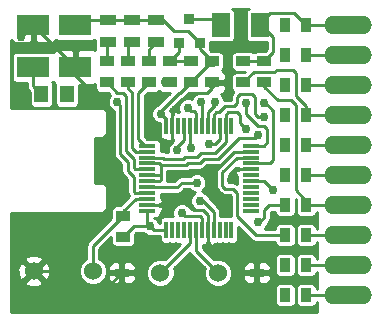
<source format=gtl>
G04 (created by PCBNEW-RS274X (2011-12-28 BZR 3254)-stable) date 17/03/2012 11:59:50*
G01*
G70*
G90*
%MOIN*%
G04 Gerber Fmt 3.4, Leading zero omitted, Abs format*
%FSLAX34Y34*%
G04 APERTURE LIST*
%ADD10C,0.006000*%
%ADD11C,0.060000*%
%ADD12O,0.160000X0.060000*%
%ADD13R,0.060000X0.080000*%
%ADD14R,0.045000X0.035000*%
%ADD15R,0.036000X0.036000*%
%ADD16R,0.055000X0.035000*%
%ADD17R,0.035000X0.045000*%
%ADD18R,0.045000X0.055000*%
%ADD19R,0.110000X0.070000*%
%ADD20R,0.057200X0.011800*%
%ADD21R,0.011800X0.057200*%
%ADD22R,0.045000X0.025000*%
%ADD23C,0.030000*%
%ADD24C,0.010000*%
G04 APERTURE END LIST*
G54D10*
G54D11*
X43339Y-53750D03*
X45261Y-53750D03*
X41084Y-53700D03*
X39116Y-53700D03*
G54D12*
X49600Y-45500D03*
X49600Y-46500D03*
X49600Y-47500D03*
X49600Y-48500D03*
X49600Y-49500D03*
X49600Y-50500D03*
X49600Y-51500D03*
X49600Y-52500D03*
X49600Y-53500D03*
X49600Y-54500D03*
G54D13*
X45350Y-45500D03*
X46650Y-45500D03*
G54D14*
X44350Y-46700D03*
X44350Y-47400D03*
X42950Y-47400D03*
X42950Y-46700D03*
X43650Y-47400D03*
X43650Y-46700D03*
G54D15*
X44650Y-46100D03*
X43950Y-46100D03*
X44300Y-45300D03*
G54D16*
X43200Y-46075D03*
X43200Y-45325D03*
G54D17*
X48200Y-50500D03*
X47500Y-50500D03*
X48200Y-54500D03*
X47500Y-54500D03*
G54D14*
X41550Y-47400D03*
X41550Y-46700D03*
X42250Y-47400D03*
X42250Y-46700D03*
G54D18*
X40225Y-47800D03*
X39375Y-47800D03*
G54D17*
X48200Y-52500D03*
X47500Y-52500D03*
X48200Y-51500D03*
X47500Y-51500D03*
X48200Y-49500D03*
X47500Y-49500D03*
X48200Y-48500D03*
X47500Y-48500D03*
X48200Y-47500D03*
X47500Y-47500D03*
X48200Y-46500D03*
X47500Y-46500D03*
X48200Y-53500D03*
X47500Y-53500D03*
X48200Y-45500D03*
X47500Y-45500D03*
G54D19*
X39100Y-46900D03*
X39100Y-45500D03*
X40500Y-45500D03*
X40500Y-46900D03*
G54D14*
X45050Y-46700D03*
X45050Y-47400D03*
G54D16*
X41600Y-46075D03*
X41600Y-45325D03*
X42400Y-46075D03*
X42400Y-45325D03*
G54D14*
X42100Y-51850D03*
X42100Y-52550D03*
G54D20*
X42902Y-49911D03*
X42902Y-50108D03*
X42902Y-50305D03*
X42902Y-50502D03*
X42902Y-50698D03*
X42902Y-50895D03*
X42902Y-49714D03*
X42902Y-49517D03*
G54D21*
X43542Y-48877D03*
X43739Y-48877D03*
X43936Y-48877D03*
G54D20*
X46348Y-50895D03*
X46348Y-51092D03*
X46348Y-51289D03*
X46348Y-51486D03*
X46348Y-51683D03*
G54D21*
X45708Y-52323D03*
G54D20*
X46348Y-50698D03*
X46348Y-50502D03*
X46348Y-50305D03*
X46348Y-50108D03*
X46348Y-49911D03*
G54D21*
X44527Y-52323D03*
X45117Y-48877D03*
X44723Y-52323D03*
X45314Y-48877D03*
X45511Y-48877D03*
X44920Y-52323D03*
X45117Y-52323D03*
X45708Y-48877D03*
G54D20*
X46348Y-49517D03*
G54D21*
X45314Y-52323D03*
X45511Y-52323D03*
G54D20*
X46348Y-49714D03*
G54D21*
X44920Y-48877D03*
X44330Y-52323D03*
X44133Y-52323D03*
X44723Y-48877D03*
X44527Y-48877D03*
X43936Y-52323D03*
X43739Y-52323D03*
X44330Y-48877D03*
X44133Y-48877D03*
X43542Y-52323D03*
G54D20*
X42902Y-51092D03*
X42902Y-51289D03*
X42902Y-51486D03*
X42902Y-51683D03*
G54D14*
X46100Y-47400D03*
X46100Y-46700D03*
X46800Y-46700D03*
X46800Y-47400D03*
G54D22*
X46550Y-53750D03*
X42050Y-53750D03*
G54D23*
X39100Y-46900D03*
X44550Y-50750D03*
X44350Y-49600D03*
X43900Y-49650D03*
X44050Y-51750D03*
X41900Y-48050D03*
X43500Y-47400D03*
X45150Y-48050D03*
X47475Y-50500D03*
X44250Y-48250D03*
X47475Y-54500D03*
X47475Y-52500D03*
X47475Y-49500D03*
X46200Y-48950D03*
X46800Y-48550D03*
X47475Y-47500D03*
X46600Y-52050D03*
X44950Y-49450D03*
X47475Y-51500D03*
X46600Y-49150D03*
X47475Y-48500D03*
X46800Y-48100D03*
X47475Y-46500D03*
X47475Y-53500D03*
X44700Y-48050D03*
X47100Y-51000D03*
X47500Y-45500D03*
X43000Y-49050D03*
X41950Y-51350D03*
X38700Y-45900D03*
X45700Y-50650D03*
X45000Y-50250D03*
X45050Y-47450D03*
X43550Y-51250D03*
X46200Y-52650D03*
X40225Y-47800D03*
X45050Y-46750D03*
X44650Y-51350D03*
X43350Y-48450D03*
X46200Y-48100D03*
X40300Y-45600D03*
X43000Y-52200D03*
G54D24*
X39100Y-47525D02*
X39375Y-47800D01*
X39100Y-46900D02*
X39100Y-47525D01*
X43345Y-50895D02*
X43350Y-50900D01*
X42902Y-50895D02*
X43345Y-50895D01*
X43350Y-50900D02*
X43900Y-50900D01*
X44050Y-50750D02*
X43900Y-50900D01*
X44550Y-50750D02*
X44050Y-50750D01*
X44330Y-49580D02*
X44350Y-49600D01*
X44330Y-48877D02*
X44330Y-49580D01*
X43900Y-49550D02*
X43900Y-49650D01*
X44133Y-48877D02*
X44133Y-49317D01*
X44133Y-49317D02*
X43900Y-49550D01*
X42511Y-51289D02*
X42902Y-51289D01*
X42100Y-51700D02*
X42511Y-51289D01*
X41084Y-53700D02*
X41084Y-52866D01*
X42100Y-51850D02*
X42100Y-51700D01*
X41084Y-52866D02*
X42100Y-51850D01*
X42817Y-49517D02*
X42600Y-49300D01*
X42600Y-49300D02*
X42600Y-47750D01*
X42902Y-49517D02*
X42817Y-49517D01*
X42600Y-47750D02*
X42950Y-47400D01*
X42450Y-49950D02*
X42200Y-49700D01*
X42450Y-50250D02*
X42450Y-49950D01*
X42200Y-47850D02*
X42200Y-49700D01*
X42902Y-50305D02*
X42505Y-50305D01*
X42505Y-50305D02*
X42450Y-50250D01*
X42200Y-47850D02*
X42100Y-47750D01*
X41900Y-47750D02*
X41550Y-47400D01*
X41900Y-47750D02*
X42100Y-47750D01*
X42514Y-49714D02*
X42400Y-49600D01*
X42250Y-47600D02*
X42400Y-47750D01*
X42400Y-47750D02*
X42400Y-49600D01*
X42250Y-47600D02*
X42250Y-47400D01*
X42902Y-49714D02*
X42514Y-49714D01*
X44723Y-51923D02*
X44650Y-51850D01*
X44050Y-51750D02*
X44150Y-51850D01*
X44723Y-52323D02*
X44723Y-51923D01*
X44150Y-51850D02*
X44650Y-51850D01*
X41900Y-48050D02*
X42000Y-48150D01*
X42250Y-50350D02*
X42250Y-50050D01*
X42000Y-48150D02*
X42000Y-49800D01*
X42250Y-50050D02*
X42000Y-49800D01*
X42450Y-51050D02*
X42450Y-50550D01*
X42902Y-51092D02*
X42492Y-51092D01*
X42450Y-50550D02*
X42250Y-50350D01*
X42492Y-51092D02*
X42450Y-51050D01*
X43500Y-47400D02*
X43650Y-47400D01*
X49600Y-50500D02*
X48200Y-50500D01*
X49600Y-54500D02*
X48200Y-54500D01*
X49600Y-52500D02*
X48200Y-52500D01*
X49600Y-49500D02*
X48200Y-49500D01*
X49600Y-47500D02*
X48200Y-47500D01*
X49600Y-51500D02*
X48200Y-51500D01*
X47850Y-48150D02*
X47700Y-48000D01*
X46800Y-47400D02*
X46800Y-47550D01*
X47250Y-48000D02*
X47700Y-48000D01*
X46800Y-47400D02*
X46900Y-47400D01*
X47850Y-51000D02*
X47850Y-48150D01*
X48200Y-51350D02*
X48200Y-51500D01*
X46800Y-47550D02*
X47250Y-48000D01*
X48200Y-51350D02*
X47850Y-51000D01*
X48200Y-48200D02*
X48200Y-48500D01*
X46450Y-47050D02*
X47150Y-47050D01*
X48200Y-48200D02*
X47850Y-47850D01*
X46100Y-47400D02*
X46450Y-47050D01*
X47850Y-47100D02*
X47750Y-47000D01*
X49600Y-48500D02*
X48200Y-48500D01*
X47150Y-47050D02*
X47200Y-47000D01*
X47200Y-47000D02*
X47750Y-47000D01*
X47850Y-47850D02*
X47850Y-47100D01*
X49600Y-46500D02*
X48200Y-46500D01*
X49600Y-53500D02*
X48200Y-53500D01*
X46650Y-45450D02*
X47000Y-45100D01*
X47000Y-45100D02*
X47800Y-45100D01*
X46650Y-45500D02*
X46650Y-45450D01*
X46800Y-46700D02*
X46100Y-46700D01*
X47100Y-46400D02*
X46800Y-46700D01*
X49600Y-45500D02*
X48200Y-45500D01*
X46650Y-45500D02*
X46700Y-45500D01*
X46700Y-45500D02*
X47100Y-45900D01*
X47800Y-45100D02*
X48200Y-45500D01*
X47100Y-45900D02*
X47100Y-46400D01*
X44920Y-48380D02*
X45150Y-48150D01*
X47475Y-50500D02*
X47500Y-50500D01*
X45150Y-48150D02*
X45150Y-48050D01*
X44920Y-48877D02*
X44920Y-48380D01*
X44527Y-48877D02*
X44527Y-48427D01*
X44350Y-48350D02*
X44250Y-48250D01*
X44450Y-48350D02*
X44350Y-48350D01*
X47475Y-54500D02*
X47500Y-54500D01*
X44527Y-48427D02*
X44450Y-48350D01*
X45400Y-50400D02*
X45400Y-50850D01*
X45750Y-50950D02*
X45900Y-51100D01*
X45889Y-49911D02*
X45400Y-50400D01*
X47500Y-52500D02*
X46525Y-52500D01*
X46525Y-52500D02*
X45900Y-51875D01*
X45900Y-51100D02*
X45900Y-51875D01*
X45500Y-50950D02*
X45750Y-50950D01*
X47475Y-52500D02*
X47500Y-52500D01*
X45400Y-50850D02*
X45500Y-50950D01*
X46348Y-49911D02*
X45889Y-49911D01*
X46000Y-48500D02*
X46000Y-48750D01*
X47475Y-49500D02*
X47500Y-49500D01*
X45150Y-49750D02*
X44700Y-49750D01*
X44700Y-49750D02*
X44550Y-49900D01*
X45511Y-48877D02*
X45511Y-49389D01*
X44150Y-49900D02*
X44100Y-49950D01*
X46000Y-48750D02*
X46200Y-48950D01*
X46000Y-48500D02*
X45900Y-48400D01*
X44550Y-49900D02*
X44150Y-49900D01*
X43450Y-49950D02*
X44100Y-49950D01*
X43411Y-49911D02*
X43450Y-49950D01*
X45511Y-48489D02*
X45600Y-48400D01*
X45511Y-48877D02*
X45511Y-48489D01*
X45600Y-48400D02*
X45900Y-48400D01*
X45511Y-49389D02*
X45150Y-49750D01*
X43411Y-49911D02*
X42902Y-49911D01*
X45300Y-48400D02*
X45500Y-48200D01*
X45500Y-48200D02*
X45800Y-48200D01*
X45800Y-48200D02*
X45900Y-48100D01*
X45200Y-48400D02*
X45300Y-48400D01*
X46500Y-48450D02*
X46600Y-48550D01*
X46600Y-48550D02*
X46800Y-48550D01*
X46500Y-47900D02*
X46500Y-48450D01*
X47475Y-47500D02*
X47500Y-47500D01*
X45117Y-48877D02*
X45117Y-48483D01*
X46400Y-47800D02*
X46500Y-47900D01*
X46000Y-47800D02*
X46400Y-47800D01*
X45900Y-47900D02*
X46000Y-47800D01*
X45900Y-48100D02*
X45900Y-47900D01*
X45117Y-48483D02*
X45200Y-48400D01*
X46600Y-52050D02*
X46650Y-52050D01*
X46800Y-51900D02*
X46800Y-51650D01*
X46650Y-52050D02*
X46800Y-51900D01*
X45314Y-48877D02*
X45314Y-49286D01*
X45314Y-49286D02*
X45150Y-49450D01*
X46800Y-51650D02*
X46950Y-51500D01*
X47475Y-51500D02*
X47500Y-51500D01*
X45150Y-49450D02*
X44950Y-49450D01*
X46950Y-51500D02*
X47500Y-51500D01*
X42902Y-50698D02*
X43302Y-50698D01*
X45875Y-49350D02*
X45975Y-49250D01*
X46500Y-49250D02*
X46600Y-49150D01*
X45975Y-49250D02*
X46500Y-49250D01*
X42902Y-50108D02*
X43308Y-50108D01*
X43350Y-50150D02*
X44200Y-50150D01*
X43298Y-50502D02*
X43350Y-50450D01*
X43350Y-50450D02*
X43350Y-50150D01*
X42902Y-50502D02*
X43298Y-50502D01*
X43302Y-50698D02*
X43350Y-50650D01*
X44250Y-50100D02*
X44200Y-50150D01*
X43350Y-50650D02*
X43350Y-50450D01*
X44650Y-50100D02*
X44250Y-50100D01*
X43308Y-50108D02*
X43350Y-50150D01*
X47475Y-48500D02*
X47500Y-48500D01*
X44800Y-49950D02*
X45250Y-49950D01*
X44650Y-50100D02*
X44800Y-49950D01*
X45850Y-49350D02*
X45875Y-49350D01*
X45250Y-49950D02*
X45850Y-49350D01*
X46992Y-50108D02*
X47100Y-50000D01*
X47475Y-46500D02*
X47500Y-46500D01*
X46850Y-48100D02*
X47100Y-48350D01*
X46348Y-50108D02*
X46992Y-50108D01*
X47100Y-48350D02*
X47100Y-50000D01*
X46800Y-48100D02*
X46850Y-48100D01*
X44723Y-48073D02*
X44723Y-48877D01*
X47475Y-53500D02*
X47500Y-53500D01*
X44723Y-48073D02*
X44700Y-48050D01*
X46798Y-50698D02*
X47100Y-51000D01*
X46348Y-50698D02*
X46798Y-50698D01*
X43350Y-49350D02*
X43050Y-49050D01*
X43700Y-49350D02*
X43350Y-49350D01*
X43739Y-48261D02*
X44050Y-47950D01*
X44050Y-47950D02*
X44100Y-47950D01*
X40500Y-46900D02*
X40500Y-47150D01*
X40500Y-47150D02*
X41800Y-48450D01*
X43050Y-49050D02*
X43000Y-49050D01*
X41800Y-51200D02*
X41950Y-51350D01*
X41800Y-48450D02*
X41800Y-49700D01*
X41800Y-49700D02*
X41800Y-51200D01*
X40500Y-46900D02*
X39800Y-46200D01*
X39100Y-45500D02*
X39800Y-46200D01*
X43739Y-48877D02*
X43739Y-48261D01*
X46348Y-50305D02*
X45895Y-50305D01*
X45786Y-49714D02*
X46348Y-49714D01*
X45700Y-50500D02*
X45700Y-50650D01*
X45895Y-50305D02*
X45700Y-50500D01*
X45050Y-47400D02*
X45050Y-47600D01*
X44900Y-47750D02*
X44300Y-47750D01*
X39100Y-45500D02*
X38700Y-45900D01*
X44100Y-47950D02*
X44300Y-47750D01*
X45050Y-47400D02*
X45050Y-47450D01*
X45786Y-49714D02*
X45250Y-50250D01*
X43739Y-48877D02*
X43739Y-49311D01*
X43739Y-49311D02*
X43700Y-49350D01*
X39116Y-53700D02*
X39900Y-53700D01*
X41500Y-54300D02*
X42050Y-53750D01*
X40500Y-54300D02*
X41500Y-54300D01*
X39900Y-53700D02*
X40500Y-54300D01*
X46550Y-53750D02*
X46550Y-53000D01*
X46550Y-53000D02*
X46200Y-52650D01*
X42902Y-51486D02*
X43314Y-51486D01*
X43314Y-51486D02*
X43550Y-51250D01*
X43550Y-51250D02*
X44050Y-51250D01*
X45250Y-50250D02*
X45000Y-50250D01*
X44920Y-52323D02*
X44920Y-51820D01*
X44750Y-51650D02*
X44450Y-51650D01*
X45050Y-47600D02*
X44900Y-47750D01*
X44920Y-52770D02*
X45050Y-52900D01*
X45050Y-52900D02*
X45950Y-52900D01*
X45950Y-52900D02*
X46200Y-52650D01*
X44920Y-52323D02*
X44920Y-52770D01*
X44050Y-51250D02*
X44450Y-51650D01*
X44920Y-51820D02*
X44750Y-51650D01*
X42950Y-46325D02*
X43200Y-46075D01*
X42950Y-46700D02*
X42950Y-46325D01*
X43950Y-46100D02*
X43950Y-46400D01*
X43650Y-46700D02*
X44350Y-46700D01*
X43950Y-46400D02*
X43650Y-46700D01*
X44300Y-45300D02*
X45150Y-45300D01*
X45150Y-45300D02*
X45350Y-45500D01*
X41550Y-46125D02*
X41600Y-46075D01*
X41550Y-46700D02*
X41550Y-46125D01*
X42250Y-46700D02*
X42250Y-46225D01*
X42250Y-46225D02*
X42400Y-46075D01*
X44527Y-53016D02*
X45261Y-53750D01*
X44527Y-52323D02*
X44527Y-53016D01*
X44330Y-52759D02*
X43339Y-53750D01*
X44330Y-52323D02*
X44330Y-52759D01*
X42902Y-51683D02*
X42902Y-52102D01*
X42902Y-52102D02*
X43000Y-52200D01*
X43542Y-52323D02*
X43123Y-52323D01*
X43123Y-52323D02*
X43000Y-52200D01*
X44000Y-47750D02*
X44350Y-47400D01*
X42400Y-45325D02*
X43200Y-45325D01*
X43800Y-45700D02*
X44250Y-45700D01*
X41600Y-45325D02*
X42400Y-45325D01*
X43000Y-52200D02*
X42450Y-52200D01*
X40675Y-45325D02*
X40500Y-45500D01*
X43542Y-48877D02*
X43542Y-48642D01*
X40400Y-45500D02*
X40500Y-45500D01*
X41600Y-45325D02*
X40675Y-45325D01*
X45050Y-46700D02*
X44350Y-47400D01*
X44750Y-51350D02*
X44650Y-51350D01*
X43200Y-45325D02*
X43425Y-45325D01*
X43425Y-45325D02*
X43800Y-45700D01*
X44250Y-45700D02*
X44650Y-46100D01*
X44650Y-46100D02*
X44650Y-46300D01*
X43542Y-48642D02*
X43350Y-48450D01*
X40300Y-45600D02*
X40400Y-45500D01*
X45117Y-51717D02*
X44750Y-51350D01*
X45117Y-52323D02*
X45117Y-51717D01*
X42450Y-52200D02*
X42100Y-52550D01*
X46600Y-48850D02*
X46800Y-48850D01*
X46783Y-49517D02*
X46348Y-49517D01*
X46800Y-48850D02*
X46900Y-48950D01*
X46900Y-48950D02*
X46900Y-49400D01*
X44650Y-46300D02*
X45050Y-46700D01*
X43950Y-47750D02*
X44000Y-47750D01*
X43350Y-48450D02*
X43350Y-48350D01*
X45050Y-46700D02*
X45050Y-46750D01*
X43350Y-48350D02*
X43950Y-47750D01*
X46900Y-49400D02*
X46783Y-49517D01*
X46200Y-48450D02*
X46600Y-48850D01*
X46200Y-48100D02*
X46200Y-48450D01*
X39050Y-45450D02*
X39150Y-45450D01*
X39050Y-45530D02*
X39150Y-45530D01*
X39050Y-45610D02*
X39150Y-45610D01*
X39050Y-45690D02*
X39150Y-45690D01*
X39050Y-45770D02*
X39150Y-45770D01*
X39050Y-45850D02*
X39150Y-45850D01*
X39050Y-45930D02*
X39150Y-45930D01*
X38345Y-46010D02*
X38358Y-46010D01*
X39050Y-46010D02*
X39150Y-46010D01*
X39841Y-46010D02*
X39892Y-46010D01*
X41107Y-46010D02*
X41155Y-46010D01*
X38345Y-46090D02*
X38478Y-46090D01*
X38998Y-46090D02*
X39202Y-46090D01*
X39721Y-46090D02*
X41155Y-46090D01*
X38345Y-46170D02*
X41155Y-46170D01*
X38345Y-46250D02*
X41155Y-46250D01*
X38345Y-46330D02*
X39831Y-46330D01*
X40418Y-46330D02*
X40582Y-46330D01*
X41171Y-46330D02*
X41174Y-46330D01*
X38345Y-46410D02*
X38450Y-46410D01*
X40450Y-46410D02*
X40550Y-46410D01*
X38345Y-46490D02*
X38391Y-46490D01*
X40450Y-46490D02*
X40550Y-46490D01*
X38345Y-46570D02*
X38380Y-46570D01*
X40450Y-46570D02*
X40550Y-46570D01*
X38345Y-46650D02*
X38380Y-46650D01*
X40450Y-46650D02*
X40550Y-46650D01*
X38345Y-46730D02*
X38380Y-46730D01*
X40450Y-46730D02*
X40550Y-46730D01*
X38345Y-46810D02*
X38380Y-46810D01*
X40450Y-46810D02*
X40550Y-46810D01*
X38345Y-46890D02*
X38380Y-46890D01*
X40450Y-46890D02*
X40550Y-46890D01*
X38345Y-46970D02*
X38380Y-46970D01*
X38345Y-47050D02*
X38380Y-47050D01*
X38345Y-47130D02*
X38380Y-47130D01*
X38345Y-47210D02*
X38380Y-47210D01*
X38345Y-47290D02*
X38382Y-47290D01*
X38345Y-47370D02*
X38430Y-47370D01*
X38345Y-47450D02*
X38880Y-47450D01*
X39753Y-47450D02*
X39798Y-47450D01*
X38345Y-47530D02*
X38880Y-47530D01*
X39770Y-47530D02*
X39830Y-47530D01*
X40620Y-47530D02*
X41155Y-47530D01*
X38345Y-47610D02*
X38897Y-47610D01*
X39770Y-47610D02*
X39830Y-47610D01*
X40620Y-47610D02*
X41155Y-47610D01*
X38345Y-47690D02*
X38953Y-47690D01*
X39770Y-47690D02*
X39830Y-47690D01*
X40620Y-47690D02*
X41200Y-47690D01*
X38345Y-47770D02*
X38980Y-47770D01*
X39770Y-47770D02*
X39830Y-47770D01*
X40620Y-47770D02*
X41608Y-47770D01*
X38345Y-47850D02*
X38980Y-47850D01*
X39770Y-47850D02*
X39830Y-47850D01*
X40620Y-47850D02*
X41647Y-47850D01*
X38345Y-47930D02*
X38980Y-47930D01*
X39770Y-47930D02*
X39830Y-47930D01*
X40620Y-47930D02*
X41604Y-47930D01*
X38345Y-48010D02*
X38980Y-48010D01*
X39770Y-48010D02*
X39830Y-48010D01*
X40620Y-48010D02*
X41580Y-48010D01*
X38345Y-48090D02*
X38980Y-48090D01*
X39770Y-48090D02*
X39830Y-48090D01*
X40620Y-48090D02*
X41580Y-48090D01*
X38345Y-48170D02*
X39005Y-48170D01*
X39744Y-48170D02*
X39855Y-48170D01*
X40594Y-48170D02*
X41603Y-48170D01*
X38345Y-48250D02*
X41647Y-48250D01*
X41525Y-48330D02*
X41740Y-48330D01*
X41545Y-48410D02*
X41780Y-48410D01*
X41545Y-48490D02*
X41780Y-48490D01*
X41545Y-48570D02*
X41780Y-48570D01*
X41545Y-48650D02*
X41780Y-48650D01*
X41545Y-48730D02*
X41780Y-48730D01*
X41545Y-48810D02*
X41780Y-48810D01*
X41545Y-48890D02*
X41780Y-48890D01*
X41545Y-48970D02*
X41780Y-48970D01*
X41545Y-49050D02*
X41780Y-49050D01*
X41539Y-49130D02*
X41780Y-49130D01*
X41492Y-49210D02*
X41780Y-49210D01*
X41145Y-49290D02*
X41780Y-49290D01*
X41145Y-49370D02*
X41780Y-49370D01*
X41145Y-49450D02*
X41780Y-49450D01*
X41145Y-49530D02*
X41780Y-49530D01*
X41145Y-49610D02*
X41780Y-49610D01*
X41145Y-49690D02*
X41780Y-49690D01*
X41145Y-49770D02*
X41780Y-49770D01*
X41145Y-49850D02*
X41789Y-49850D01*
X41145Y-49930D02*
X41827Y-49930D01*
X41145Y-50010D02*
X41898Y-50010D01*
X41145Y-50090D02*
X41978Y-50090D01*
X41145Y-50170D02*
X42030Y-50170D01*
X41145Y-50250D02*
X42030Y-50250D01*
X41145Y-50330D02*
X42030Y-50330D01*
X41145Y-50410D02*
X42041Y-50410D01*
X41145Y-50490D02*
X42083Y-50490D01*
X41145Y-50570D02*
X42158Y-50570D01*
X41145Y-50650D02*
X42230Y-50650D01*
X41145Y-50730D02*
X42230Y-50730D01*
X41512Y-50810D02*
X42230Y-50810D01*
X41543Y-50890D02*
X42230Y-50890D01*
X41545Y-50970D02*
X42230Y-50970D01*
X41545Y-51050D02*
X42229Y-51050D01*
X41545Y-51130D02*
X42246Y-51130D01*
X41545Y-51210D02*
X42278Y-51210D01*
X41545Y-51290D02*
X42198Y-51290D01*
X41545Y-51370D02*
X42118Y-51370D01*
X47845Y-51370D02*
X47855Y-51370D01*
X41545Y-51450D02*
X42038Y-51450D01*
X47845Y-51450D02*
X47855Y-51450D01*
X41545Y-51530D02*
X41782Y-51530D01*
X47845Y-51530D02*
X47855Y-51530D01*
X41543Y-51610D02*
X41718Y-51610D01*
X47845Y-51610D02*
X47855Y-51610D01*
X41511Y-51690D02*
X41705Y-51690D01*
X47845Y-51690D02*
X47855Y-51690D01*
X38345Y-51770D02*
X41705Y-51770D01*
X47020Y-51770D02*
X47159Y-51770D01*
X47840Y-51770D02*
X47859Y-51770D01*
X48540Y-51770D02*
X48550Y-51770D01*
X38345Y-51850D02*
X41705Y-51850D01*
X47020Y-51850D02*
X47210Y-51850D01*
X47790Y-51850D02*
X47910Y-51850D01*
X48490Y-51850D02*
X48550Y-51850D01*
X38345Y-51930D02*
X41705Y-51930D01*
X47014Y-51930D02*
X48550Y-51930D01*
X38345Y-52010D02*
X41628Y-52010D01*
X46986Y-52010D02*
X48550Y-52010D01*
X38345Y-52090D02*
X41548Y-52090D01*
X46920Y-52090D02*
X48550Y-52090D01*
X38345Y-52170D02*
X41468Y-52170D01*
X46896Y-52170D02*
X47190Y-52170D01*
X47810Y-52170D02*
X47890Y-52170D01*
X48510Y-52170D02*
X48550Y-52170D01*
X38345Y-52250D02*
X41388Y-52250D01*
X45937Y-52250D02*
X45964Y-52250D01*
X46852Y-52250D02*
X47155Y-52250D01*
X47845Y-52250D02*
X47855Y-52250D01*
X48545Y-52250D02*
X48550Y-52250D01*
X38345Y-52330D02*
X41308Y-52330D01*
X45937Y-52330D02*
X46044Y-52330D01*
X47845Y-52330D02*
X47855Y-52330D01*
X38345Y-52410D02*
X41228Y-52410D01*
X45937Y-52410D02*
X46124Y-52410D01*
X47845Y-52410D02*
X47855Y-52410D01*
X38345Y-52490D02*
X41148Y-52490D01*
X42495Y-52490D02*
X42863Y-52490D01*
X45937Y-52490D02*
X46204Y-52490D01*
X47845Y-52490D02*
X47855Y-52490D01*
X38345Y-52570D02*
X41068Y-52570D01*
X41691Y-52570D02*
X41705Y-52570D01*
X42495Y-52570D02*
X43313Y-52570D01*
X45937Y-52570D02*
X46284Y-52570D01*
X47845Y-52570D02*
X47855Y-52570D01*
X38345Y-52650D02*
X40988Y-52650D01*
X41611Y-52650D02*
X41705Y-52650D01*
X42495Y-52650D02*
X43315Y-52650D01*
X45934Y-52650D02*
X46364Y-52650D01*
X47845Y-52650D02*
X47855Y-52650D01*
X38345Y-52730D02*
X40915Y-52730D01*
X41531Y-52730D02*
X41705Y-52730D01*
X42495Y-52730D02*
X43364Y-52730D01*
X44899Y-52730D02*
X44939Y-52730D01*
X45886Y-52730D02*
X47155Y-52730D01*
X47845Y-52730D02*
X47855Y-52730D01*
X48545Y-52730D02*
X48550Y-52730D01*
X38345Y-52810D02*
X40875Y-52810D01*
X41451Y-52810D02*
X41726Y-52810D01*
X42473Y-52810D02*
X43967Y-52810D01*
X44877Y-52810D02*
X44962Y-52810D01*
X45130Y-52810D02*
X47176Y-52810D01*
X47823Y-52810D02*
X47876Y-52810D01*
X48523Y-52810D02*
X48550Y-52810D01*
X38345Y-52890D02*
X40864Y-52890D01*
X41371Y-52890D02*
X41829Y-52890D01*
X42370Y-52890D02*
X43887Y-52890D01*
X44747Y-52890D02*
X47279Y-52890D01*
X47720Y-52890D02*
X47979Y-52890D01*
X48420Y-52890D02*
X48550Y-52890D01*
X38345Y-52970D02*
X40864Y-52970D01*
X41304Y-52970D02*
X43807Y-52970D01*
X44793Y-52970D02*
X48550Y-52970D01*
X38345Y-53050D02*
X40864Y-53050D01*
X41304Y-53050D02*
X43727Y-53050D01*
X44874Y-53050D02*
X48550Y-53050D01*
X38345Y-53130D02*
X40864Y-53130D01*
X41304Y-53130D02*
X43647Y-53130D01*
X44269Y-53130D02*
X44343Y-53130D01*
X44954Y-53130D02*
X47232Y-53130D01*
X47769Y-53130D02*
X47932Y-53130D01*
X48469Y-53130D02*
X48550Y-53130D01*
X38345Y-53210D02*
X38880Y-53210D01*
X39346Y-53210D02*
X40864Y-53210D01*
X41304Y-53210D02*
X43567Y-53210D01*
X44189Y-53210D02*
X44409Y-53210D01*
X45034Y-53210D02*
X47168Y-53210D01*
X47832Y-53210D02*
X47868Y-53210D01*
X48532Y-53210D02*
X48550Y-53210D01*
X38345Y-53290D02*
X38818Y-53290D01*
X39415Y-53290D02*
X40845Y-53290D01*
X41323Y-53290D02*
X43222Y-53290D01*
X43458Y-53290D02*
X43487Y-53290D01*
X44109Y-53290D02*
X44489Y-53290D01*
X45114Y-53290D02*
X45142Y-53290D01*
X45380Y-53290D02*
X47155Y-53290D01*
X47845Y-53290D02*
X47855Y-53290D01*
X38345Y-53370D02*
X38856Y-53370D01*
X39375Y-53370D02*
X40749Y-53370D01*
X41419Y-53370D02*
X43054Y-53370D01*
X44029Y-53370D02*
X44569Y-53370D01*
X45546Y-53370D02*
X47155Y-53370D01*
X47845Y-53370D02*
X47855Y-53370D01*
X38345Y-53450D02*
X38634Y-53450D01*
X38796Y-53450D02*
X38936Y-53450D01*
X39295Y-53450D02*
X39437Y-53450D01*
X39601Y-53450D02*
X40679Y-53450D01*
X41490Y-53450D02*
X41648Y-53450D01*
X42000Y-53450D02*
X42100Y-53450D01*
X42452Y-53450D02*
X42974Y-53450D01*
X43949Y-53450D02*
X44649Y-53450D01*
X45626Y-53450D02*
X46148Y-53450D01*
X46500Y-53450D02*
X46600Y-53450D01*
X46952Y-53450D02*
X47155Y-53450D01*
X47845Y-53450D02*
X47855Y-53450D01*
X38345Y-53530D02*
X38605Y-53530D01*
X38876Y-53530D02*
X39016Y-53530D01*
X39215Y-53530D02*
X39357Y-53530D01*
X39634Y-53530D02*
X40646Y-53530D01*
X41523Y-53530D02*
X41595Y-53530D01*
X42000Y-53530D02*
X42100Y-53530D01*
X42505Y-53530D02*
X42922Y-53530D01*
X43869Y-53530D02*
X44729Y-53530D01*
X45679Y-53530D02*
X46095Y-53530D01*
X46500Y-53530D02*
X46600Y-53530D01*
X47005Y-53530D02*
X47155Y-53530D01*
X47845Y-53530D02*
X47855Y-53530D01*
X38345Y-53610D02*
X38577Y-53610D01*
X38956Y-53610D02*
X39096Y-53610D01*
X39135Y-53610D02*
X39277Y-53610D01*
X39651Y-53610D02*
X40614Y-53610D01*
X41554Y-53610D02*
X41576Y-53610D01*
X42000Y-53610D02*
X42100Y-53610D01*
X42525Y-53610D02*
X42889Y-53610D01*
X43789Y-53610D02*
X44809Y-53610D01*
X45712Y-53610D02*
X46076Y-53610D01*
X46500Y-53610D02*
X46600Y-53610D01*
X47025Y-53610D02*
X47155Y-53610D01*
X47845Y-53610D02*
X47855Y-53610D01*
X38345Y-53690D02*
X38576Y-53690D01*
X39036Y-53690D02*
X39197Y-53690D01*
X39655Y-53690D02*
X40614Y-53690D01*
X41554Y-53690D02*
X41627Y-53690D01*
X42000Y-53690D02*
X42100Y-53690D01*
X42473Y-53690D02*
X42869Y-53690D01*
X43809Y-53690D02*
X44791Y-53690D01*
X45731Y-53690D02*
X46127Y-53690D01*
X46500Y-53690D02*
X46600Y-53690D01*
X46973Y-53690D02*
X47155Y-53690D01*
X47845Y-53690D02*
X47855Y-53690D01*
X38345Y-53770D02*
X38580Y-53770D01*
X38975Y-53770D02*
X39256Y-53770D01*
X39659Y-53770D02*
X40614Y-53770D01*
X41554Y-53770D02*
X42869Y-53770D01*
X43809Y-53770D02*
X44791Y-53770D01*
X45731Y-53770D02*
X47159Y-53770D01*
X47840Y-53770D02*
X47859Y-53770D01*
X48540Y-53770D02*
X48550Y-53770D01*
X38345Y-53850D02*
X38590Y-53850D01*
X38895Y-53850D02*
X39037Y-53850D01*
X39196Y-53850D02*
X39336Y-53850D01*
X39634Y-53850D02*
X40637Y-53850D01*
X41530Y-53850D02*
X41587Y-53850D01*
X42000Y-53850D02*
X42100Y-53850D01*
X42513Y-53850D02*
X42871Y-53850D01*
X43806Y-53850D02*
X44793Y-53850D01*
X45728Y-53850D02*
X46087Y-53850D01*
X46500Y-53850D02*
X46600Y-53850D01*
X47013Y-53850D02*
X47210Y-53850D01*
X47790Y-53850D02*
X47910Y-53850D01*
X48490Y-53850D02*
X48550Y-53850D01*
X38345Y-53930D02*
X38623Y-53930D01*
X38815Y-53930D02*
X38957Y-53930D01*
X39276Y-53930D02*
X39416Y-53930D01*
X39605Y-53930D02*
X40670Y-53930D01*
X41497Y-53930D02*
X41578Y-53930D01*
X42000Y-53930D02*
X42100Y-53930D01*
X42521Y-53930D02*
X42904Y-53930D01*
X43773Y-53930D02*
X44826Y-53930D01*
X45695Y-53930D02*
X46078Y-53930D01*
X46500Y-53930D02*
X46600Y-53930D01*
X47021Y-53930D02*
X48550Y-53930D01*
X38345Y-54010D02*
X38877Y-54010D01*
X39356Y-54010D02*
X40729Y-54010D01*
X41439Y-54010D02*
X41611Y-54010D01*
X42000Y-54010D02*
X42100Y-54010D01*
X42488Y-54010D02*
X42937Y-54010D01*
X43739Y-54010D02*
X44859Y-54010D01*
X45661Y-54010D02*
X46111Y-54010D01*
X46500Y-54010D02*
X46600Y-54010D01*
X46988Y-54010D02*
X48550Y-54010D01*
X38345Y-54090D02*
X38811Y-54090D01*
X39420Y-54090D02*
X40809Y-54090D01*
X41359Y-54090D02*
X41693Y-54090D01*
X41973Y-54090D02*
X42127Y-54090D01*
X42406Y-54090D02*
X43014Y-54090D01*
X43664Y-54090D02*
X44936Y-54090D01*
X45586Y-54090D02*
X46193Y-54090D01*
X46473Y-54090D02*
X46627Y-54090D01*
X46906Y-54090D02*
X48550Y-54090D01*
X38345Y-54170D02*
X38834Y-54170D01*
X39397Y-54170D02*
X43124Y-54170D01*
X43553Y-54170D02*
X45046Y-54170D01*
X45475Y-54170D02*
X47190Y-54170D01*
X47810Y-54170D02*
X47890Y-54170D01*
X48510Y-54170D02*
X48550Y-54170D01*
X38345Y-54250D02*
X47155Y-54250D01*
X47845Y-54250D02*
X47855Y-54250D01*
X48545Y-54250D02*
X48550Y-54250D01*
X38345Y-54330D02*
X47155Y-54330D01*
X47845Y-54330D02*
X47855Y-54330D01*
X38345Y-54410D02*
X47155Y-54410D01*
X47845Y-54410D02*
X47855Y-54410D01*
X38345Y-54490D02*
X47155Y-54490D01*
X47845Y-54490D02*
X47855Y-54490D01*
X38345Y-54570D02*
X47155Y-54570D01*
X47845Y-54570D02*
X47855Y-54570D01*
X38345Y-54650D02*
X47155Y-54650D01*
X47845Y-54650D02*
X47855Y-54650D01*
X38345Y-54730D02*
X47155Y-54730D01*
X47845Y-54730D02*
X47855Y-54730D01*
X48545Y-54730D02*
X48550Y-54730D01*
X38345Y-54810D02*
X47176Y-54810D01*
X47823Y-54810D02*
X47876Y-54810D01*
X48523Y-54810D02*
X48550Y-54810D01*
X38345Y-54890D02*
X47279Y-54890D01*
X47720Y-54890D02*
X47979Y-54890D01*
X48420Y-54890D02*
X48550Y-54890D01*
X38345Y-54970D02*
X48550Y-54970D01*
X38345Y-55050D02*
X48550Y-55050D01*
X44317Y-50969D02*
X44317Y-50969D01*
X44062Y-51049D02*
X44435Y-51049D01*
X43358Y-51129D02*
X44418Y-51129D01*
X43358Y-51209D02*
X44362Y-51209D01*
X43401Y-51289D02*
X44330Y-51289D01*
X43434Y-51369D02*
X44330Y-51369D01*
X43384Y-51449D02*
X43941Y-51449D01*
X44160Y-51449D02*
X44344Y-51449D01*
X43390Y-51529D02*
X43818Y-51529D01*
X44282Y-51529D02*
X44377Y-51529D01*
X43430Y-51609D02*
X43762Y-51609D01*
X44338Y-51609D02*
X44456Y-51609D01*
X43396Y-51689D02*
X43730Y-51689D01*
X43358Y-51769D02*
X43730Y-51769D01*
X43321Y-51849D02*
X43744Y-51849D01*
X43182Y-51929D02*
X43351Y-51929D01*
X43262Y-52009D02*
X43313Y-52009D01*
X43301Y-52089D02*
X43313Y-52089D01*
X45337Y-50150D02*
X45337Y-50150D01*
X44831Y-50230D02*
X45258Y-50230D01*
X44701Y-50310D02*
X45201Y-50310D01*
X43570Y-50390D02*
X45182Y-50390D01*
X43570Y-50470D02*
X44389Y-50470D01*
X44711Y-50470D02*
X45180Y-50470D01*
X43570Y-50550D02*
X43962Y-50550D01*
X44803Y-50550D02*
X45180Y-50550D01*
X43570Y-50630D02*
X43858Y-50630D01*
X44847Y-50630D02*
X45180Y-50630D01*
X44870Y-50710D02*
X45180Y-50710D01*
X44870Y-50790D02*
X45180Y-50790D01*
X44846Y-50870D02*
X45183Y-50870D01*
X44803Y-50950D02*
X45207Y-50950D01*
X44714Y-51030D02*
X45268Y-51030D01*
X44863Y-51110D02*
X45350Y-51110D01*
X44931Y-51190D02*
X45678Y-51190D01*
X44982Y-51270D02*
X45680Y-51270D01*
X45062Y-51350D02*
X45680Y-51350D01*
X45142Y-51430D02*
X45680Y-51430D01*
X45222Y-51510D02*
X45680Y-51510D01*
X45292Y-51590D02*
X45680Y-51590D01*
X45328Y-51670D02*
X45680Y-51670D01*
X45337Y-51750D02*
X45680Y-51750D01*
X45337Y-51830D02*
X45680Y-51830D01*
X45854Y-50256D02*
X45854Y-50256D01*
X45774Y-50336D02*
X45872Y-50336D01*
X45694Y-50416D02*
X45814Y-50416D01*
X45620Y-50496D02*
X45847Y-50496D01*
X45620Y-50576D02*
X45892Y-50576D01*
X45620Y-50656D02*
X45892Y-50656D01*
X45783Y-50736D02*
X45892Y-50736D01*
X43299Y-47689D02*
X43299Y-47689D01*
X42892Y-47769D02*
X43619Y-47769D01*
X42820Y-47849D02*
X43539Y-47849D01*
X42820Y-47929D02*
X43459Y-47929D01*
X42820Y-48009D02*
X43379Y-48009D01*
X42820Y-48089D02*
X43299Y-48089D01*
X42820Y-48169D02*
X43191Y-48169D01*
X42820Y-48249D02*
X43098Y-48249D01*
X42820Y-48329D02*
X43054Y-48329D01*
X42820Y-48409D02*
X43030Y-48409D01*
X42820Y-48489D02*
X43030Y-48489D01*
X42820Y-48569D02*
X43052Y-48569D01*
X42820Y-48649D02*
X43096Y-48649D01*
X42820Y-48729D02*
X43187Y-48729D01*
X42820Y-48809D02*
X43313Y-48809D01*
X42820Y-48889D02*
X43313Y-48889D01*
X42820Y-48969D02*
X43313Y-48969D01*
X42820Y-49049D02*
X43313Y-49049D01*
X42820Y-49129D02*
X43313Y-49129D01*
X42821Y-49209D02*
X43318Y-49209D01*
X43225Y-49289D02*
X43369Y-49289D01*
X43714Y-49289D02*
X43764Y-49289D01*
X43335Y-49369D02*
X43534Y-49369D01*
X43691Y-49369D02*
X43740Y-49369D01*
X43358Y-49449D02*
X43648Y-49449D01*
X43358Y-49529D02*
X43604Y-49529D01*
X43358Y-49609D02*
X43580Y-49609D01*
X43358Y-49689D02*
X43580Y-49689D01*
X44316Y-47745D02*
X44600Y-47745D01*
X44236Y-47825D02*
X44472Y-47825D01*
X44156Y-47905D02*
X44414Y-47905D01*
X44025Y-47985D02*
X44062Y-47985D01*
X43945Y-48065D02*
X43982Y-48065D01*
X43865Y-48145D02*
X43948Y-48145D01*
X43784Y-48225D02*
X43930Y-48225D01*
X43704Y-48305D02*
X43930Y-48305D01*
X43692Y-48385D02*
X43786Y-48385D01*
X43944Y-48385D02*
X43958Y-48385D01*
X43716Y-48465D02*
X43762Y-48465D01*
X45719Y-44945D02*
X46280Y-44945D01*
X45803Y-45025D02*
X46198Y-45025D01*
X45820Y-45105D02*
X46180Y-45105D01*
X45820Y-45185D02*
X46180Y-45185D01*
X45820Y-45265D02*
X46180Y-45265D01*
X45820Y-45345D02*
X46180Y-45345D01*
X45820Y-45425D02*
X46180Y-45425D01*
X45820Y-45505D02*
X46180Y-45505D01*
X45820Y-45585D02*
X46180Y-45585D01*
X45820Y-45665D02*
X46180Y-45665D01*
X45820Y-45745D02*
X46180Y-45745D01*
X45820Y-45825D02*
X46180Y-45825D01*
X45820Y-45905D02*
X46180Y-45905D01*
X45798Y-45985D02*
X46201Y-45985D01*
X45000Y-46065D02*
X45004Y-46065D01*
X45695Y-46065D02*
X46304Y-46065D01*
X45000Y-46145D02*
X46880Y-46145D01*
X45000Y-46225D02*
X46880Y-46225D01*
X45000Y-46305D02*
X46880Y-46305D01*
X45375Y-46385D02*
X45775Y-46385D01*
X46425Y-46385D02*
X46475Y-46385D01*
X45435Y-46465D02*
X45716Y-46465D01*
X45445Y-46545D02*
X45705Y-46545D01*
X45445Y-46625D02*
X45705Y-46625D01*
X45445Y-46705D02*
X45705Y-46705D01*
X45445Y-46785D02*
X45705Y-46785D01*
X45445Y-46865D02*
X45705Y-46865D01*
X45429Y-46945D02*
X45720Y-46945D01*
X45427Y-47025D02*
X45793Y-47025D01*
X45495Y-47105D02*
X45755Y-47105D01*
X45525Y-47185D02*
X45708Y-47185D01*
X45525Y-47265D02*
X45705Y-47265D01*
X45468Y-47345D02*
X45705Y-47345D01*
X45000Y-47425D02*
X45705Y-47425D01*
X45518Y-47505D02*
X45705Y-47505D01*
X45524Y-47585D02*
X45705Y-47585D01*
X45507Y-47665D02*
X45728Y-47665D01*
X45457Y-47745D02*
X45744Y-47745D01*
X45378Y-47825D02*
X45696Y-47825D01*
X45437Y-47905D02*
X45680Y-47905D01*
X45469Y-47985D02*
X45474Y-47985D01*
X48550Y-55055D02*
X48550Y-54720D01*
X48545Y-54720D01*
X48545Y-54759D01*
X48519Y-54821D01*
X48471Y-54869D01*
X48409Y-54895D01*
X47991Y-54895D01*
X47929Y-54869D01*
X47881Y-54821D01*
X47855Y-54759D01*
X47855Y-54241D01*
X47881Y-54179D01*
X47929Y-54131D01*
X47991Y-54105D01*
X48409Y-54105D01*
X48471Y-54131D01*
X48519Y-54179D01*
X48545Y-54241D01*
X48545Y-54280D01*
X48550Y-54280D01*
X48550Y-53720D01*
X48545Y-53720D01*
X48545Y-53759D01*
X48519Y-53821D01*
X48471Y-53869D01*
X48409Y-53895D01*
X47991Y-53895D01*
X47929Y-53869D01*
X47881Y-53821D01*
X47855Y-53759D01*
X47855Y-53241D01*
X47881Y-53179D01*
X47929Y-53131D01*
X47991Y-53105D01*
X48409Y-53105D01*
X48471Y-53131D01*
X48519Y-53179D01*
X48545Y-53241D01*
X48545Y-53280D01*
X48550Y-53280D01*
X48550Y-52720D01*
X48545Y-52720D01*
X48545Y-52759D01*
X48519Y-52821D01*
X48471Y-52869D01*
X48409Y-52895D01*
X47991Y-52895D01*
X47929Y-52869D01*
X47881Y-52821D01*
X47855Y-52759D01*
X47855Y-52241D01*
X47881Y-52179D01*
X47929Y-52131D01*
X47991Y-52105D01*
X48409Y-52105D01*
X48471Y-52131D01*
X48519Y-52179D01*
X48545Y-52241D01*
X48545Y-52280D01*
X48550Y-52280D01*
X48550Y-51720D01*
X48545Y-51720D01*
X48545Y-51759D01*
X48519Y-51821D01*
X48471Y-51869D01*
X48409Y-51895D01*
X47991Y-51895D01*
X47929Y-51869D01*
X47881Y-51821D01*
X47855Y-51759D01*
X47855Y-51316D01*
X47845Y-51306D01*
X47845Y-51759D01*
X47819Y-51821D01*
X47771Y-51869D01*
X47709Y-51895D01*
X47291Y-51895D01*
X47229Y-51869D01*
X47181Y-51821D01*
X47155Y-51759D01*
X47155Y-51720D01*
X47041Y-51720D01*
X47020Y-51741D01*
X47020Y-51895D01*
X47021Y-51900D01*
X47003Y-51984D01*
X46956Y-52056D01*
X46953Y-52057D01*
X46920Y-52091D01*
X46920Y-52114D01*
X46871Y-52232D01*
X46822Y-52280D01*
X47155Y-52280D01*
X47155Y-52241D01*
X47181Y-52179D01*
X47229Y-52131D01*
X47291Y-52105D01*
X47709Y-52105D01*
X47771Y-52131D01*
X47819Y-52179D01*
X47845Y-52241D01*
X47845Y-52759D01*
X47819Y-52821D01*
X47771Y-52869D01*
X47709Y-52895D01*
X47291Y-52895D01*
X47229Y-52869D01*
X47181Y-52821D01*
X47155Y-52759D01*
X47155Y-52720D01*
X46525Y-52720D01*
X46524Y-52719D01*
X46524Y-52720D01*
X46506Y-52716D01*
X46441Y-52703D01*
X46369Y-52656D01*
X46367Y-52653D01*
X45937Y-52223D01*
X45937Y-52643D01*
X45911Y-52705D01*
X45863Y-52753D01*
X45801Y-52779D01*
X45615Y-52779D01*
X45609Y-52776D01*
X45604Y-52779D01*
X45418Y-52779D01*
X45412Y-52776D01*
X45407Y-52779D01*
X45221Y-52779D01*
X45215Y-52776D01*
X45210Y-52779D01*
X45161Y-52779D01*
X45120Y-52820D01*
X45029Y-52858D01*
X45010Y-52857D01*
X45011Y-52859D01*
X44930Y-52858D01*
X45010Y-52857D01*
X44949Y-52797D01*
X44949Y-52740D01*
X44919Y-52710D01*
X44891Y-52739D01*
X44891Y-52797D01*
X44830Y-52857D01*
X44910Y-52858D01*
X44829Y-52859D01*
X44830Y-52857D01*
X44811Y-52858D01*
X44747Y-52831D01*
X44747Y-52924D01*
X44829Y-53006D01*
X44829Y-52859D01*
X44829Y-53006D01*
X45011Y-53187D01*
X45011Y-52859D01*
X45011Y-53187D01*
X45121Y-53298D01*
X45168Y-53280D01*
X45355Y-53280D01*
X45528Y-53352D01*
X45660Y-53484D01*
X45731Y-53657D01*
X45731Y-53844D01*
X45659Y-54017D01*
X45527Y-54149D01*
X45354Y-54220D01*
X45167Y-54220D01*
X44994Y-54148D01*
X44862Y-54016D01*
X44791Y-53843D01*
X44791Y-53656D01*
X44809Y-53610D01*
X44371Y-53172D01*
X44324Y-53100D01*
X44319Y-53080D01*
X43789Y-53610D01*
X43809Y-53657D01*
X43809Y-53844D01*
X43737Y-54017D01*
X43605Y-54149D01*
X43432Y-54220D01*
X43245Y-54220D01*
X43072Y-54148D01*
X42940Y-54016D01*
X42869Y-53843D01*
X42869Y-53656D01*
X42941Y-53483D01*
X43073Y-53351D01*
X43246Y-53280D01*
X43433Y-53280D01*
X43478Y-53298D01*
X43998Y-52779D01*
X43843Y-52779D01*
X43837Y-52776D01*
X43832Y-52779D01*
X43646Y-52779D01*
X43640Y-52776D01*
X43635Y-52779D01*
X43449Y-52779D01*
X43387Y-52753D01*
X43339Y-52705D01*
X43313Y-52643D01*
X43313Y-52543D01*
X43123Y-52543D01*
X43122Y-52542D01*
X43122Y-52543D01*
X43104Y-52539D01*
X43039Y-52526D01*
X43029Y-52520D01*
X42936Y-52520D01*
X42818Y-52471D01*
X42766Y-52420D01*
X42541Y-52420D01*
X42495Y-52466D01*
X42495Y-52759D01*
X42469Y-52821D01*
X42421Y-52869D01*
X42359Y-52895D01*
X41841Y-52895D01*
X41779Y-52869D01*
X41731Y-52821D01*
X41705Y-52759D01*
X41705Y-52556D01*
X41304Y-52957D01*
X41304Y-53282D01*
X41351Y-53302D01*
X41483Y-53434D01*
X41554Y-53607D01*
X41554Y-53794D01*
X41482Y-53967D01*
X41350Y-54099D01*
X41177Y-54170D01*
X40990Y-54170D01*
X40817Y-54098D01*
X40685Y-53966D01*
X40614Y-53793D01*
X40614Y-53606D01*
X40686Y-53433D01*
X40818Y-53301D01*
X40864Y-53282D01*
X40864Y-52870D01*
X40863Y-52866D01*
X40881Y-52782D01*
X40928Y-52710D01*
X41705Y-51933D01*
X41705Y-51641D01*
X41731Y-51579D01*
X41779Y-51531D01*
X41841Y-51505D01*
X41983Y-51505D01*
X42289Y-51199D01*
X42247Y-51134D01*
X42229Y-51050D01*
X42230Y-51045D01*
X42230Y-50641D01*
X42094Y-50506D01*
X42047Y-50434D01*
X42029Y-50350D01*
X42030Y-50345D01*
X42030Y-50141D01*
X41844Y-49956D01*
X41797Y-49884D01*
X41779Y-49800D01*
X41780Y-49795D01*
X41780Y-48346D01*
X41718Y-48321D01*
X41628Y-48231D01*
X41580Y-48113D01*
X41580Y-47986D01*
X41629Y-47868D01*
X41667Y-47829D01*
X41583Y-47745D01*
X41291Y-47745D01*
X41229Y-47719D01*
X41181Y-47671D01*
X41155Y-47609D01*
X41155Y-47476D01*
X41100Y-47499D01*
X40620Y-47499D01*
X40620Y-48109D01*
X40594Y-48171D01*
X40546Y-48219D01*
X40484Y-48245D01*
X39966Y-48245D01*
X39904Y-48219D01*
X39856Y-48171D01*
X39830Y-48109D01*
X39830Y-47491D01*
X39837Y-47472D01*
X39809Y-47461D01*
X39743Y-47395D01*
X39719Y-47404D01*
X39744Y-47429D01*
X39770Y-47491D01*
X39770Y-48109D01*
X39744Y-48171D01*
X39696Y-48219D01*
X39634Y-48245D01*
X39116Y-48245D01*
X39054Y-48219D01*
X39006Y-48171D01*
X38980Y-48109D01*
X38980Y-47716D01*
X38944Y-47681D01*
X38897Y-47609D01*
X38879Y-47525D01*
X38880Y-47520D01*
X38880Y-47420D01*
X38516Y-47420D01*
X38454Y-47394D01*
X38406Y-47346D01*
X38380Y-47284D01*
X38380Y-46516D01*
X38406Y-46454D01*
X38454Y-46406D01*
X38516Y-46380D01*
X39684Y-46380D01*
X39743Y-46404D01*
X39809Y-46339D01*
X39900Y-46301D01*
X39999Y-46301D01*
X40388Y-46300D01*
X40450Y-46362D01*
X40450Y-46850D01*
X40450Y-46950D01*
X40550Y-46950D01*
X40550Y-46850D01*
X40550Y-46362D01*
X40612Y-46300D01*
X41001Y-46301D01*
X41100Y-46301D01*
X41175Y-46332D01*
X41155Y-46284D01*
X41155Y-45985D01*
X41146Y-45994D01*
X41084Y-46020D01*
X39916Y-46020D01*
X39856Y-45995D01*
X39791Y-46061D01*
X39700Y-46099D01*
X39601Y-46099D01*
X39212Y-46100D01*
X39150Y-46038D01*
X39150Y-45550D01*
X39150Y-45450D01*
X39050Y-45450D01*
X39050Y-45550D01*
X39050Y-46038D01*
X38988Y-46100D01*
X38599Y-46099D01*
X38500Y-46099D01*
X38409Y-46061D01*
X38345Y-45997D01*
X38345Y-48255D01*
X41400Y-48255D01*
X41455Y-48266D01*
X41503Y-48297D01*
X41534Y-48345D01*
X41545Y-48400D01*
X41545Y-49100D01*
X41534Y-49155D01*
X41503Y-49203D01*
X41455Y-49234D01*
X41400Y-49245D01*
X41145Y-49245D01*
X41145Y-50755D01*
X41400Y-50755D01*
X41455Y-50766D01*
X41503Y-50797D01*
X41534Y-50845D01*
X41545Y-50900D01*
X41545Y-51600D01*
X41534Y-51655D01*
X41503Y-51703D01*
X41455Y-51734D01*
X41400Y-51745D01*
X38345Y-51745D01*
X38345Y-55055D01*
X38738Y-55055D01*
X38738Y-54008D01*
X38644Y-53981D01*
X38584Y-53834D01*
X38573Y-53621D01*
X38644Y-53419D01*
X38738Y-53392D01*
X39045Y-53700D01*
X38738Y-54008D01*
X38738Y-55055D01*
X39037Y-55055D01*
X39037Y-54243D01*
X38835Y-54172D01*
X38808Y-54078D01*
X39116Y-53771D01*
X39116Y-53629D01*
X38808Y-53322D01*
X38835Y-53228D01*
X38982Y-53168D01*
X39195Y-53157D01*
X39397Y-53228D01*
X39424Y-53322D01*
X39116Y-53629D01*
X39116Y-53771D01*
X39424Y-54078D01*
X39397Y-54172D01*
X39250Y-54232D01*
X39037Y-54243D01*
X39037Y-55055D01*
X39494Y-55055D01*
X39494Y-54008D01*
X39187Y-53700D01*
X39494Y-53392D01*
X39588Y-53419D01*
X39648Y-53566D01*
X39659Y-53779D01*
X39588Y-53981D01*
X39494Y-54008D01*
X39494Y-55055D01*
X41938Y-55055D01*
X41938Y-54125D01*
X41874Y-54124D01*
X41775Y-54124D01*
X41684Y-54086D01*
X41614Y-54016D01*
X41576Y-53924D01*
X41575Y-53862D01*
X41637Y-53800D01*
X41637Y-53700D01*
X41575Y-53638D01*
X41576Y-53576D01*
X41614Y-53484D01*
X41684Y-53414D01*
X41775Y-53376D01*
X41874Y-53376D01*
X41938Y-53375D01*
X42000Y-53437D01*
X42000Y-53700D01*
X41637Y-53700D01*
X41637Y-53800D01*
X42000Y-53800D01*
X42000Y-54063D01*
X41938Y-54125D01*
X41938Y-55055D01*
X42162Y-55055D01*
X42162Y-54125D01*
X42100Y-54063D01*
X42100Y-53800D01*
X42100Y-53700D01*
X42100Y-53437D01*
X42162Y-53375D01*
X42226Y-53376D01*
X42325Y-53376D01*
X42416Y-53414D01*
X42486Y-53484D01*
X42524Y-53576D01*
X42525Y-53638D01*
X42463Y-53700D01*
X42100Y-53700D01*
X42100Y-53800D01*
X42463Y-53800D01*
X42525Y-53862D01*
X42524Y-53924D01*
X42486Y-54016D01*
X42416Y-54086D01*
X42325Y-54124D01*
X42226Y-54124D01*
X42162Y-54125D01*
X42162Y-55055D01*
X46438Y-55055D01*
X46438Y-54125D01*
X46374Y-54124D01*
X46275Y-54124D01*
X46184Y-54086D01*
X46114Y-54016D01*
X46076Y-53924D01*
X46075Y-53862D01*
X46137Y-53800D01*
X46137Y-53700D01*
X46075Y-53638D01*
X46076Y-53576D01*
X46114Y-53484D01*
X46184Y-53414D01*
X46275Y-53376D01*
X46374Y-53376D01*
X46438Y-53375D01*
X46500Y-53437D01*
X46500Y-53700D01*
X46137Y-53700D01*
X46137Y-53800D01*
X46500Y-53800D01*
X46500Y-54063D01*
X46438Y-54125D01*
X46438Y-55055D01*
X46662Y-55055D01*
X46662Y-54125D01*
X46600Y-54063D01*
X46600Y-53800D01*
X46600Y-53700D01*
X46600Y-53437D01*
X46662Y-53375D01*
X46726Y-53376D01*
X46825Y-53376D01*
X46916Y-53414D01*
X46986Y-53484D01*
X47024Y-53576D01*
X47025Y-53638D01*
X46963Y-53700D01*
X46600Y-53700D01*
X46600Y-53800D01*
X46963Y-53800D01*
X47025Y-53862D01*
X47024Y-53924D01*
X46986Y-54016D01*
X46916Y-54086D01*
X46825Y-54124D01*
X46726Y-54124D01*
X46662Y-54125D01*
X46662Y-55055D01*
X47291Y-55055D01*
X47291Y-54895D01*
X47229Y-54869D01*
X47181Y-54821D01*
X47155Y-54759D01*
X47155Y-54241D01*
X47181Y-54179D01*
X47229Y-54131D01*
X47291Y-54105D01*
X47291Y-53895D01*
X47229Y-53869D01*
X47181Y-53821D01*
X47155Y-53759D01*
X47155Y-53241D01*
X47181Y-53179D01*
X47229Y-53131D01*
X47291Y-53105D01*
X47709Y-53105D01*
X47771Y-53131D01*
X47819Y-53179D01*
X47845Y-53241D01*
X47845Y-53759D01*
X47819Y-53821D01*
X47771Y-53869D01*
X47709Y-53895D01*
X47291Y-53895D01*
X47291Y-54105D01*
X47709Y-54105D01*
X47771Y-54131D01*
X47819Y-54179D01*
X47845Y-54241D01*
X47845Y-54759D01*
X47819Y-54821D01*
X47771Y-54869D01*
X47709Y-54895D01*
X47291Y-54895D01*
X47291Y-55055D01*
X48550Y-55055D01*
X39050Y-45450D02*
X39150Y-45450D01*
X39050Y-45530D02*
X39150Y-45530D01*
X39050Y-45610D02*
X39150Y-45610D01*
X39050Y-45690D02*
X39150Y-45690D01*
X39050Y-45770D02*
X39150Y-45770D01*
X39050Y-45850D02*
X39150Y-45850D01*
X39050Y-45930D02*
X39150Y-45930D01*
X38345Y-46010D02*
X38358Y-46010D01*
X39050Y-46010D02*
X39150Y-46010D01*
X39841Y-46010D02*
X39892Y-46010D01*
X41107Y-46010D02*
X41155Y-46010D01*
X38345Y-46090D02*
X38478Y-46090D01*
X38998Y-46090D02*
X39202Y-46090D01*
X39721Y-46090D02*
X41155Y-46090D01*
X38345Y-46170D02*
X41155Y-46170D01*
X38345Y-46250D02*
X41155Y-46250D01*
X38345Y-46330D02*
X39831Y-46330D01*
X40418Y-46330D02*
X40582Y-46330D01*
X41171Y-46330D02*
X41174Y-46330D01*
X38345Y-46410D02*
X38450Y-46410D01*
X40450Y-46410D02*
X40550Y-46410D01*
X38345Y-46490D02*
X38391Y-46490D01*
X40450Y-46490D02*
X40550Y-46490D01*
X38345Y-46570D02*
X38380Y-46570D01*
X40450Y-46570D02*
X40550Y-46570D01*
X38345Y-46650D02*
X38380Y-46650D01*
X40450Y-46650D02*
X40550Y-46650D01*
X38345Y-46730D02*
X38380Y-46730D01*
X40450Y-46730D02*
X40550Y-46730D01*
X38345Y-46810D02*
X38380Y-46810D01*
X40450Y-46810D02*
X40550Y-46810D01*
X38345Y-46890D02*
X38380Y-46890D01*
X40450Y-46890D02*
X40550Y-46890D01*
X38345Y-46970D02*
X38380Y-46970D01*
X38345Y-47050D02*
X38380Y-47050D01*
X38345Y-47130D02*
X38380Y-47130D01*
X38345Y-47210D02*
X38380Y-47210D01*
X38345Y-47290D02*
X38382Y-47290D01*
X38345Y-47370D02*
X38430Y-47370D01*
X38345Y-47450D02*
X38880Y-47450D01*
X39753Y-47450D02*
X39798Y-47450D01*
X38345Y-47530D02*
X38880Y-47530D01*
X39770Y-47530D02*
X39830Y-47530D01*
X40620Y-47530D02*
X41155Y-47530D01*
X38345Y-47610D02*
X38897Y-47610D01*
X39770Y-47610D02*
X39830Y-47610D01*
X40620Y-47610D02*
X41155Y-47610D01*
X38345Y-47690D02*
X38953Y-47690D01*
X39770Y-47690D02*
X39830Y-47690D01*
X40620Y-47690D02*
X41200Y-47690D01*
X38345Y-47770D02*
X38980Y-47770D01*
X39770Y-47770D02*
X39830Y-47770D01*
X40620Y-47770D02*
X41608Y-47770D01*
X38345Y-47850D02*
X38980Y-47850D01*
X39770Y-47850D02*
X39830Y-47850D01*
X40620Y-47850D02*
X41647Y-47850D01*
X38345Y-47930D02*
X38980Y-47930D01*
X39770Y-47930D02*
X39830Y-47930D01*
X40620Y-47930D02*
X41604Y-47930D01*
X38345Y-48010D02*
X38980Y-48010D01*
X39770Y-48010D02*
X39830Y-48010D01*
X40620Y-48010D02*
X41580Y-48010D01*
X38345Y-48090D02*
X38980Y-48090D01*
X39770Y-48090D02*
X39830Y-48090D01*
X40620Y-48090D02*
X41580Y-48090D01*
X38345Y-48170D02*
X39005Y-48170D01*
X39744Y-48170D02*
X39855Y-48170D01*
X40594Y-48170D02*
X41603Y-48170D01*
X38345Y-48250D02*
X41647Y-48250D01*
X41525Y-48330D02*
X41740Y-48330D01*
X41545Y-48410D02*
X41780Y-48410D01*
X41545Y-48490D02*
X41780Y-48490D01*
X41545Y-48570D02*
X41780Y-48570D01*
X41545Y-48650D02*
X41780Y-48650D01*
X41545Y-48730D02*
X41780Y-48730D01*
X41545Y-48810D02*
X41780Y-48810D01*
X41545Y-48890D02*
X41780Y-48890D01*
X41545Y-48970D02*
X41780Y-48970D01*
X41545Y-49050D02*
X41780Y-49050D01*
X41539Y-49130D02*
X41780Y-49130D01*
X41492Y-49210D02*
X41780Y-49210D01*
X41145Y-49290D02*
X41780Y-49290D01*
X41145Y-49370D02*
X41780Y-49370D01*
X41145Y-49450D02*
X41780Y-49450D01*
X41145Y-49530D02*
X41780Y-49530D01*
X41145Y-49610D02*
X41780Y-49610D01*
X41145Y-49690D02*
X41780Y-49690D01*
X41145Y-49770D02*
X41780Y-49770D01*
X41145Y-49850D02*
X41789Y-49850D01*
X41145Y-49930D02*
X41827Y-49930D01*
X41145Y-50010D02*
X41898Y-50010D01*
X41145Y-50090D02*
X41978Y-50090D01*
X41145Y-50170D02*
X42030Y-50170D01*
X41145Y-50250D02*
X42030Y-50250D01*
X41145Y-50330D02*
X42030Y-50330D01*
X41145Y-50410D02*
X42041Y-50410D01*
X41145Y-50490D02*
X42083Y-50490D01*
X41145Y-50570D02*
X42158Y-50570D01*
X41145Y-50650D02*
X42230Y-50650D01*
X41145Y-50730D02*
X42230Y-50730D01*
X41512Y-50810D02*
X42230Y-50810D01*
X41543Y-50890D02*
X42230Y-50890D01*
X41545Y-50970D02*
X42230Y-50970D01*
X41545Y-51050D02*
X42229Y-51050D01*
X41545Y-51130D02*
X42246Y-51130D01*
X41545Y-51210D02*
X42278Y-51210D01*
X41545Y-51290D02*
X42198Y-51290D01*
X41545Y-51370D02*
X42118Y-51370D01*
X47845Y-51370D02*
X47855Y-51370D01*
X41545Y-51450D02*
X42038Y-51450D01*
X47845Y-51450D02*
X47855Y-51450D01*
X41545Y-51530D02*
X41782Y-51530D01*
X47845Y-51530D02*
X47855Y-51530D01*
X41543Y-51610D02*
X41718Y-51610D01*
X47845Y-51610D02*
X47855Y-51610D01*
X41511Y-51690D02*
X41705Y-51690D01*
X47845Y-51690D02*
X47855Y-51690D01*
X38345Y-51770D02*
X41705Y-51770D01*
X47020Y-51770D02*
X47159Y-51770D01*
X47840Y-51770D02*
X47859Y-51770D01*
X48540Y-51770D02*
X48550Y-51770D01*
X38345Y-51850D02*
X41705Y-51850D01*
X47020Y-51850D02*
X47210Y-51850D01*
X47790Y-51850D02*
X47910Y-51850D01*
X48490Y-51850D02*
X48550Y-51850D01*
X38345Y-51930D02*
X41705Y-51930D01*
X47014Y-51930D02*
X48550Y-51930D01*
X38345Y-52010D02*
X41628Y-52010D01*
X46986Y-52010D02*
X48550Y-52010D01*
X38345Y-52090D02*
X41548Y-52090D01*
X46920Y-52090D02*
X48550Y-52090D01*
X38345Y-52170D02*
X41468Y-52170D01*
X46896Y-52170D02*
X47190Y-52170D01*
X47810Y-52170D02*
X47890Y-52170D01*
X48510Y-52170D02*
X48550Y-52170D01*
X38345Y-52250D02*
X41388Y-52250D01*
X45937Y-52250D02*
X45964Y-52250D01*
X46852Y-52250D02*
X47155Y-52250D01*
X47845Y-52250D02*
X47855Y-52250D01*
X48545Y-52250D02*
X48550Y-52250D01*
X38345Y-52330D02*
X41308Y-52330D01*
X45937Y-52330D02*
X46044Y-52330D01*
X47845Y-52330D02*
X47855Y-52330D01*
X38345Y-52410D02*
X41228Y-52410D01*
X45937Y-52410D02*
X46124Y-52410D01*
X47845Y-52410D02*
X47855Y-52410D01*
X38345Y-52490D02*
X41148Y-52490D01*
X42495Y-52490D02*
X42863Y-52490D01*
X45937Y-52490D02*
X46204Y-52490D01*
X47845Y-52490D02*
X47855Y-52490D01*
X38345Y-52570D02*
X41068Y-52570D01*
X41691Y-52570D02*
X41705Y-52570D01*
X42495Y-52570D02*
X43313Y-52570D01*
X45937Y-52570D02*
X46284Y-52570D01*
X47845Y-52570D02*
X47855Y-52570D01*
X38345Y-52650D02*
X40988Y-52650D01*
X41611Y-52650D02*
X41705Y-52650D01*
X42495Y-52650D02*
X43315Y-52650D01*
X45934Y-52650D02*
X46364Y-52650D01*
X47845Y-52650D02*
X47855Y-52650D01*
X38345Y-52730D02*
X40915Y-52730D01*
X41531Y-52730D02*
X41705Y-52730D01*
X42495Y-52730D02*
X43364Y-52730D01*
X44899Y-52730D02*
X44939Y-52730D01*
X45886Y-52730D02*
X47155Y-52730D01*
X47845Y-52730D02*
X47855Y-52730D01*
X48545Y-52730D02*
X48550Y-52730D01*
X38345Y-52810D02*
X40875Y-52810D01*
X41451Y-52810D02*
X41726Y-52810D01*
X42473Y-52810D02*
X43967Y-52810D01*
X44877Y-52810D02*
X44962Y-52810D01*
X45130Y-52810D02*
X47176Y-52810D01*
X47823Y-52810D02*
X47876Y-52810D01*
X48523Y-52810D02*
X48550Y-52810D01*
X38345Y-52890D02*
X40864Y-52890D01*
X41371Y-52890D02*
X41829Y-52890D01*
X42370Y-52890D02*
X43887Y-52890D01*
X44747Y-52890D02*
X47279Y-52890D01*
X47720Y-52890D02*
X47979Y-52890D01*
X48420Y-52890D02*
X48550Y-52890D01*
X38345Y-52970D02*
X40864Y-52970D01*
X41304Y-52970D02*
X43807Y-52970D01*
X44793Y-52970D02*
X48550Y-52970D01*
X38345Y-53050D02*
X40864Y-53050D01*
X41304Y-53050D02*
X43727Y-53050D01*
X44874Y-53050D02*
X48550Y-53050D01*
X38345Y-53130D02*
X40864Y-53130D01*
X41304Y-53130D02*
X43647Y-53130D01*
X44269Y-53130D02*
X44343Y-53130D01*
X44954Y-53130D02*
X47232Y-53130D01*
X47769Y-53130D02*
X47932Y-53130D01*
X48469Y-53130D02*
X48550Y-53130D01*
X38345Y-53210D02*
X38880Y-53210D01*
X39346Y-53210D02*
X40864Y-53210D01*
X41304Y-53210D02*
X43567Y-53210D01*
X44189Y-53210D02*
X44409Y-53210D01*
X45034Y-53210D02*
X47168Y-53210D01*
X47832Y-53210D02*
X47868Y-53210D01*
X48532Y-53210D02*
X48550Y-53210D01*
X38345Y-53290D02*
X38818Y-53290D01*
X39415Y-53290D02*
X40845Y-53290D01*
X41323Y-53290D02*
X43222Y-53290D01*
X43458Y-53290D02*
X43487Y-53290D01*
X44109Y-53290D02*
X44489Y-53290D01*
X45114Y-53290D02*
X45142Y-53290D01*
X45380Y-53290D02*
X47155Y-53290D01*
X47845Y-53290D02*
X47855Y-53290D01*
X38345Y-53370D02*
X38856Y-53370D01*
X39375Y-53370D02*
X40749Y-53370D01*
X41419Y-53370D02*
X43054Y-53370D01*
X44029Y-53370D02*
X44569Y-53370D01*
X45546Y-53370D02*
X47155Y-53370D01*
X47845Y-53370D02*
X47855Y-53370D01*
X38345Y-53450D02*
X38634Y-53450D01*
X38796Y-53450D02*
X38936Y-53450D01*
X39295Y-53450D02*
X39437Y-53450D01*
X39601Y-53450D02*
X40679Y-53450D01*
X41490Y-53450D02*
X41648Y-53450D01*
X42000Y-53450D02*
X42100Y-53450D01*
X42452Y-53450D02*
X42974Y-53450D01*
X43949Y-53450D02*
X44649Y-53450D01*
X45626Y-53450D02*
X46148Y-53450D01*
X46500Y-53450D02*
X46600Y-53450D01*
X46952Y-53450D02*
X47155Y-53450D01*
X47845Y-53450D02*
X47855Y-53450D01*
X38345Y-53530D02*
X38605Y-53530D01*
X38876Y-53530D02*
X39016Y-53530D01*
X39215Y-53530D02*
X39357Y-53530D01*
X39634Y-53530D02*
X40646Y-53530D01*
X41523Y-53530D02*
X41595Y-53530D01*
X42000Y-53530D02*
X42100Y-53530D01*
X42505Y-53530D02*
X42922Y-53530D01*
X43869Y-53530D02*
X44729Y-53530D01*
X45679Y-53530D02*
X46095Y-53530D01*
X46500Y-53530D02*
X46600Y-53530D01*
X47005Y-53530D02*
X47155Y-53530D01*
X47845Y-53530D02*
X47855Y-53530D01*
X38345Y-53610D02*
X38577Y-53610D01*
X38956Y-53610D02*
X39096Y-53610D01*
X39135Y-53610D02*
X39277Y-53610D01*
X39651Y-53610D02*
X40614Y-53610D01*
X41554Y-53610D02*
X41576Y-53610D01*
X42000Y-53610D02*
X42100Y-53610D01*
X42525Y-53610D02*
X42889Y-53610D01*
X43789Y-53610D02*
X44809Y-53610D01*
X45712Y-53610D02*
X46076Y-53610D01*
X46500Y-53610D02*
X46600Y-53610D01*
X47025Y-53610D02*
X47155Y-53610D01*
X47845Y-53610D02*
X47855Y-53610D01*
X38345Y-53690D02*
X38576Y-53690D01*
X39036Y-53690D02*
X39197Y-53690D01*
X39655Y-53690D02*
X40614Y-53690D01*
X41554Y-53690D02*
X41627Y-53690D01*
X42000Y-53690D02*
X42100Y-53690D01*
X42473Y-53690D02*
X42869Y-53690D01*
X43809Y-53690D02*
X44791Y-53690D01*
X45731Y-53690D02*
X46127Y-53690D01*
X46500Y-53690D02*
X46600Y-53690D01*
X46973Y-53690D02*
X47155Y-53690D01*
X47845Y-53690D02*
X47855Y-53690D01*
X38345Y-53770D02*
X38580Y-53770D01*
X38975Y-53770D02*
X39256Y-53770D01*
X39659Y-53770D02*
X40614Y-53770D01*
X41554Y-53770D02*
X42869Y-53770D01*
X43809Y-53770D02*
X44791Y-53770D01*
X45731Y-53770D02*
X47159Y-53770D01*
X47840Y-53770D02*
X47859Y-53770D01*
X48540Y-53770D02*
X48550Y-53770D01*
X38345Y-53850D02*
X38590Y-53850D01*
X38895Y-53850D02*
X39037Y-53850D01*
X39196Y-53850D02*
X39336Y-53850D01*
X39634Y-53850D02*
X40637Y-53850D01*
X41530Y-53850D02*
X41587Y-53850D01*
X42000Y-53850D02*
X42100Y-53850D01*
X42513Y-53850D02*
X42871Y-53850D01*
X43806Y-53850D02*
X44793Y-53850D01*
X45728Y-53850D02*
X46087Y-53850D01*
X46500Y-53850D02*
X46600Y-53850D01*
X47013Y-53850D02*
X47210Y-53850D01*
X47790Y-53850D02*
X47910Y-53850D01*
X48490Y-53850D02*
X48550Y-53850D01*
X38345Y-53930D02*
X38623Y-53930D01*
X38815Y-53930D02*
X38957Y-53930D01*
X39276Y-53930D02*
X39416Y-53930D01*
X39605Y-53930D02*
X40670Y-53930D01*
X41497Y-53930D02*
X41578Y-53930D01*
X42000Y-53930D02*
X42100Y-53930D01*
X42521Y-53930D02*
X42904Y-53930D01*
X43773Y-53930D02*
X44826Y-53930D01*
X45695Y-53930D02*
X46078Y-53930D01*
X46500Y-53930D02*
X46600Y-53930D01*
X47021Y-53930D02*
X48550Y-53930D01*
X38345Y-54010D02*
X38877Y-54010D01*
X39356Y-54010D02*
X40729Y-54010D01*
X41439Y-54010D02*
X41611Y-54010D01*
X42000Y-54010D02*
X42100Y-54010D01*
X42488Y-54010D02*
X42937Y-54010D01*
X43739Y-54010D02*
X44859Y-54010D01*
X45661Y-54010D02*
X46111Y-54010D01*
X46500Y-54010D02*
X46600Y-54010D01*
X46988Y-54010D02*
X48550Y-54010D01*
X38345Y-54090D02*
X38811Y-54090D01*
X39420Y-54090D02*
X40809Y-54090D01*
X41359Y-54090D02*
X41693Y-54090D01*
X41973Y-54090D02*
X42127Y-54090D01*
X42406Y-54090D02*
X43014Y-54090D01*
X43664Y-54090D02*
X44936Y-54090D01*
X45586Y-54090D02*
X46193Y-54090D01*
X46473Y-54090D02*
X46627Y-54090D01*
X46906Y-54090D02*
X48550Y-54090D01*
X38345Y-54170D02*
X38834Y-54170D01*
X39397Y-54170D02*
X43124Y-54170D01*
X43553Y-54170D02*
X45046Y-54170D01*
X45475Y-54170D02*
X47190Y-54170D01*
X47810Y-54170D02*
X47890Y-54170D01*
X48510Y-54170D02*
X48550Y-54170D01*
X38345Y-54250D02*
X47155Y-54250D01*
X47845Y-54250D02*
X47855Y-54250D01*
X48545Y-54250D02*
X48550Y-54250D01*
X38345Y-54330D02*
X47155Y-54330D01*
X47845Y-54330D02*
X47855Y-54330D01*
X38345Y-54410D02*
X47155Y-54410D01*
X47845Y-54410D02*
X47855Y-54410D01*
X38345Y-54490D02*
X47155Y-54490D01*
X47845Y-54490D02*
X47855Y-54490D01*
X38345Y-54570D02*
X47155Y-54570D01*
X47845Y-54570D02*
X47855Y-54570D01*
X38345Y-54650D02*
X47155Y-54650D01*
X47845Y-54650D02*
X47855Y-54650D01*
X38345Y-54730D02*
X47155Y-54730D01*
X47845Y-54730D02*
X47855Y-54730D01*
X48545Y-54730D02*
X48550Y-54730D01*
X38345Y-54810D02*
X47176Y-54810D01*
X47823Y-54810D02*
X47876Y-54810D01*
X48523Y-54810D02*
X48550Y-54810D01*
X38345Y-54890D02*
X47279Y-54890D01*
X47720Y-54890D02*
X47979Y-54890D01*
X48420Y-54890D02*
X48550Y-54890D01*
X38345Y-54970D02*
X48550Y-54970D01*
X38345Y-55050D02*
X48550Y-55050D01*
X44317Y-50969D02*
X44317Y-50969D01*
X44062Y-51049D02*
X44435Y-51049D01*
X43358Y-51129D02*
X44418Y-51129D01*
X43358Y-51209D02*
X44362Y-51209D01*
X43401Y-51289D02*
X44330Y-51289D01*
X43434Y-51369D02*
X44330Y-51369D01*
X43384Y-51449D02*
X43941Y-51449D01*
X44160Y-51449D02*
X44344Y-51449D01*
X43390Y-51529D02*
X43818Y-51529D01*
X44282Y-51529D02*
X44377Y-51529D01*
X43430Y-51609D02*
X43762Y-51609D01*
X44338Y-51609D02*
X44456Y-51609D01*
X43396Y-51689D02*
X43730Y-51689D01*
X43358Y-51769D02*
X43730Y-51769D01*
X43321Y-51849D02*
X43744Y-51849D01*
X43182Y-51929D02*
X43351Y-51929D01*
X43262Y-52009D02*
X43313Y-52009D01*
X43301Y-52089D02*
X43313Y-52089D01*
X45337Y-50150D02*
X45337Y-50150D01*
X44831Y-50230D02*
X45258Y-50230D01*
X44701Y-50310D02*
X45201Y-50310D01*
X43570Y-50390D02*
X45182Y-50390D01*
X43570Y-50470D02*
X44389Y-50470D01*
X44711Y-50470D02*
X45180Y-50470D01*
X43570Y-50550D02*
X43962Y-50550D01*
X44803Y-50550D02*
X45180Y-50550D01*
X43570Y-50630D02*
X43858Y-50630D01*
X44847Y-50630D02*
X45180Y-50630D01*
X44870Y-50710D02*
X45180Y-50710D01*
X44870Y-50790D02*
X45180Y-50790D01*
X44846Y-50870D02*
X45183Y-50870D01*
X44803Y-50950D02*
X45207Y-50950D01*
X44714Y-51030D02*
X45268Y-51030D01*
X44863Y-51110D02*
X45350Y-51110D01*
X44931Y-51190D02*
X45678Y-51190D01*
X44982Y-51270D02*
X45680Y-51270D01*
X45062Y-51350D02*
X45680Y-51350D01*
X45142Y-51430D02*
X45680Y-51430D01*
X45222Y-51510D02*
X45680Y-51510D01*
X45292Y-51590D02*
X45680Y-51590D01*
X45328Y-51670D02*
X45680Y-51670D01*
X45337Y-51750D02*
X45680Y-51750D01*
X45337Y-51830D02*
X45680Y-51830D01*
X45854Y-50256D02*
X45854Y-50256D01*
X45774Y-50336D02*
X45872Y-50336D01*
X45694Y-50416D02*
X45814Y-50416D01*
X45620Y-50496D02*
X45847Y-50496D01*
X45620Y-50576D02*
X45892Y-50576D01*
X45620Y-50656D02*
X45892Y-50656D01*
X45783Y-50736D02*
X45892Y-50736D01*
X43299Y-47689D02*
X43299Y-47689D01*
X42892Y-47769D02*
X43619Y-47769D01*
X42820Y-47849D02*
X43539Y-47849D01*
X42820Y-47929D02*
X43459Y-47929D01*
X42820Y-48009D02*
X43379Y-48009D01*
X42820Y-48089D02*
X43299Y-48089D01*
X42820Y-48169D02*
X43191Y-48169D01*
X42820Y-48249D02*
X43098Y-48249D01*
X42820Y-48329D02*
X43054Y-48329D01*
X42820Y-48409D02*
X43030Y-48409D01*
X42820Y-48489D02*
X43030Y-48489D01*
X42820Y-48569D02*
X43052Y-48569D01*
X42820Y-48649D02*
X43096Y-48649D01*
X42820Y-48729D02*
X43187Y-48729D01*
X42820Y-48809D02*
X43313Y-48809D01*
X42820Y-48889D02*
X43313Y-48889D01*
X42820Y-48969D02*
X43313Y-48969D01*
X42820Y-49049D02*
X43313Y-49049D01*
X42820Y-49129D02*
X43313Y-49129D01*
X42821Y-49209D02*
X43318Y-49209D01*
X43225Y-49289D02*
X43369Y-49289D01*
X43714Y-49289D02*
X43764Y-49289D01*
X43335Y-49369D02*
X43534Y-49369D01*
X43691Y-49369D02*
X43740Y-49369D01*
X43358Y-49449D02*
X43648Y-49449D01*
X43358Y-49529D02*
X43604Y-49529D01*
X43358Y-49609D02*
X43580Y-49609D01*
X43358Y-49689D02*
X43580Y-49689D01*
X44316Y-47745D02*
X44600Y-47745D01*
X44236Y-47825D02*
X44472Y-47825D01*
X44156Y-47905D02*
X44414Y-47905D01*
X44025Y-47985D02*
X44062Y-47985D01*
X43945Y-48065D02*
X43982Y-48065D01*
X43865Y-48145D02*
X43948Y-48145D01*
X43784Y-48225D02*
X43930Y-48225D01*
X43704Y-48305D02*
X43930Y-48305D01*
X43692Y-48385D02*
X43786Y-48385D01*
X43944Y-48385D02*
X43958Y-48385D01*
X43716Y-48465D02*
X43762Y-48465D01*
X45719Y-44945D02*
X46280Y-44945D01*
X45803Y-45025D02*
X46198Y-45025D01*
X45820Y-45105D02*
X46180Y-45105D01*
X45820Y-45185D02*
X46180Y-45185D01*
X45820Y-45265D02*
X46180Y-45265D01*
X45820Y-45345D02*
X46180Y-45345D01*
X45820Y-45425D02*
X46180Y-45425D01*
X45820Y-45505D02*
X46180Y-45505D01*
X45820Y-45585D02*
X46180Y-45585D01*
X45820Y-45665D02*
X46180Y-45665D01*
X45820Y-45745D02*
X46180Y-45745D01*
X45820Y-45825D02*
X46180Y-45825D01*
X45820Y-45905D02*
X46180Y-45905D01*
X45798Y-45985D02*
X46201Y-45985D01*
X45000Y-46065D02*
X45004Y-46065D01*
X45695Y-46065D02*
X46304Y-46065D01*
X45000Y-46145D02*
X46880Y-46145D01*
X45000Y-46225D02*
X46880Y-46225D01*
X45000Y-46305D02*
X46880Y-46305D01*
X45375Y-46385D02*
X45775Y-46385D01*
X46425Y-46385D02*
X46475Y-46385D01*
X45435Y-46465D02*
X45716Y-46465D01*
X45445Y-46545D02*
X45705Y-46545D01*
X45445Y-46625D02*
X45705Y-46625D01*
X45445Y-46705D02*
X45705Y-46705D01*
X45445Y-46785D02*
X45705Y-46785D01*
X45445Y-46865D02*
X45705Y-46865D01*
X45429Y-46945D02*
X45720Y-46945D01*
X45427Y-47025D02*
X45793Y-47025D01*
X45495Y-47105D02*
X45755Y-47105D01*
X45525Y-47185D02*
X45708Y-47185D01*
X45525Y-47265D02*
X45705Y-47265D01*
X45468Y-47345D02*
X45705Y-47345D01*
X45000Y-47425D02*
X45705Y-47425D01*
X45518Y-47505D02*
X45705Y-47505D01*
X45524Y-47585D02*
X45705Y-47585D01*
X45507Y-47665D02*
X45728Y-47665D01*
X45457Y-47745D02*
X45744Y-47745D01*
X45378Y-47825D02*
X45696Y-47825D01*
X45437Y-47905D02*
X45680Y-47905D01*
X45469Y-47985D02*
X45474Y-47985D01*
X43313Y-52103D02*
X43313Y-52003D01*
X43339Y-51941D01*
X43387Y-51893D01*
X43449Y-51867D01*
X43635Y-51867D01*
X43640Y-51869D01*
X43646Y-51867D01*
X43751Y-51867D01*
X43730Y-51813D01*
X43730Y-51686D01*
X43779Y-51568D01*
X43869Y-51478D01*
X43987Y-51430D01*
X44114Y-51430D01*
X44232Y-51479D01*
X44322Y-51569D01*
X44346Y-51630D01*
X44489Y-51630D01*
X44468Y-51621D01*
X44378Y-51531D01*
X44330Y-51413D01*
X44330Y-51286D01*
X44379Y-51168D01*
X44469Y-51078D01*
X44488Y-51070D01*
X44486Y-51070D01*
X44368Y-51021D01*
X44317Y-50969D01*
X44141Y-50970D01*
X44056Y-51056D01*
X43984Y-51103D01*
X43900Y-51121D01*
X43895Y-51120D01*
X43358Y-51120D01*
X43358Y-51185D01*
X43355Y-51190D01*
X43358Y-51196D01*
X43358Y-51245D01*
X43399Y-51286D01*
X43437Y-51378D01*
X43438Y-51395D01*
X43376Y-51457D01*
X43318Y-51457D01*
X43289Y-51485D01*
X43318Y-51515D01*
X43376Y-51515D01*
X43438Y-51577D01*
X43437Y-51594D01*
X43399Y-51686D01*
X43358Y-51727D01*
X43358Y-51776D01*
X43332Y-51838D01*
X43284Y-51886D01*
X43222Y-51912D01*
X43141Y-51912D01*
X43182Y-51929D01*
X43272Y-52019D01*
X43306Y-52102D01*
X43313Y-52103D01*
X39050Y-45450D02*
X39150Y-45450D01*
X39050Y-45530D02*
X39150Y-45530D01*
X39050Y-45610D02*
X39150Y-45610D01*
X39050Y-45690D02*
X39150Y-45690D01*
X39050Y-45770D02*
X39150Y-45770D01*
X39050Y-45850D02*
X39150Y-45850D01*
X39050Y-45930D02*
X39150Y-45930D01*
X38345Y-46010D02*
X38358Y-46010D01*
X39050Y-46010D02*
X39150Y-46010D01*
X39841Y-46010D02*
X39892Y-46010D01*
X41107Y-46010D02*
X41155Y-46010D01*
X38345Y-46090D02*
X38478Y-46090D01*
X38998Y-46090D02*
X39202Y-46090D01*
X39721Y-46090D02*
X41155Y-46090D01*
X38345Y-46170D02*
X41155Y-46170D01*
X38345Y-46250D02*
X41155Y-46250D01*
X38345Y-46330D02*
X39831Y-46330D01*
X40418Y-46330D02*
X40582Y-46330D01*
X41171Y-46330D02*
X41174Y-46330D01*
X38345Y-46410D02*
X38450Y-46410D01*
X40450Y-46410D02*
X40550Y-46410D01*
X38345Y-46490D02*
X38391Y-46490D01*
X40450Y-46490D02*
X40550Y-46490D01*
X38345Y-46570D02*
X38380Y-46570D01*
X40450Y-46570D02*
X40550Y-46570D01*
X38345Y-46650D02*
X38380Y-46650D01*
X40450Y-46650D02*
X40550Y-46650D01*
X38345Y-46730D02*
X38380Y-46730D01*
X40450Y-46730D02*
X40550Y-46730D01*
X38345Y-46810D02*
X38380Y-46810D01*
X40450Y-46810D02*
X40550Y-46810D01*
X38345Y-46890D02*
X38380Y-46890D01*
X40450Y-46890D02*
X40550Y-46890D01*
X38345Y-46970D02*
X38380Y-46970D01*
X38345Y-47050D02*
X38380Y-47050D01*
X38345Y-47130D02*
X38380Y-47130D01*
X38345Y-47210D02*
X38380Y-47210D01*
X38345Y-47290D02*
X38382Y-47290D01*
X38345Y-47370D02*
X38430Y-47370D01*
X38345Y-47450D02*
X38880Y-47450D01*
X39753Y-47450D02*
X39798Y-47450D01*
X38345Y-47530D02*
X38880Y-47530D01*
X39770Y-47530D02*
X39830Y-47530D01*
X40620Y-47530D02*
X41155Y-47530D01*
X38345Y-47610D02*
X38897Y-47610D01*
X39770Y-47610D02*
X39830Y-47610D01*
X40620Y-47610D02*
X41155Y-47610D01*
X38345Y-47690D02*
X38953Y-47690D01*
X39770Y-47690D02*
X39830Y-47690D01*
X40620Y-47690D02*
X41200Y-47690D01*
X38345Y-47770D02*
X38980Y-47770D01*
X39770Y-47770D02*
X39830Y-47770D01*
X40620Y-47770D02*
X41608Y-47770D01*
X38345Y-47850D02*
X38980Y-47850D01*
X39770Y-47850D02*
X39830Y-47850D01*
X40620Y-47850D02*
X41647Y-47850D01*
X38345Y-47930D02*
X38980Y-47930D01*
X39770Y-47930D02*
X39830Y-47930D01*
X40620Y-47930D02*
X41604Y-47930D01*
X38345Y-48010D02*
X38980Y-48010D01*
X39770Y-48010D02*
X39830Y-48010D01*
X40620Y-48010D02*
X41580Y-48010D01*
X38345Y-48090D02*
X38980Y-48090D01*
X39770Y-48090D02*
X39830Y-48090D01*
X40620Y-48090D02*
X41580Y-48090D01*
X38345Y-48170D02*
X39005Y-48170D01*
X39744Y-48170D02*
X39855Y-48170D01*
X40594Y-48170D02*
X41603Y-48170D01*
X38345Y-48250D02*
X41647Y-48250D01*
X41525Y-48330D02*
X41740Y-48330D01*
X41545Y-48410D02*
X41780Y-48410D01*
X41545Y-48490D02*
X41780Y-48490D01*
X41545Y-48570D02*
X41780Y-48570D01*
X41545Y-48650D02*
X41780Y-48650D01*
X41545Y-48730D02*
X41780Y-48730D01*
X41545Y-48810D02*
X41780Y-48810D01*
X41545Y-48890D02*
X41780Y-48890D01*
X41545Y-48970D02*
X41780Y-48970D01*
X41545Y-49050D02*
X41780Y-49050D01*
X41539Y-49130D02*
X41780Y-49130D01*
X41492Y-49210D02*
X41780Y-49210D01*
X41145Y-49290D02*
X41780Y-49290D01*
X41145Y-49370D02*
X41780Y-49370D01*
X41145Y-49450D02*
X41780Y-49450D01*
X41145Y-49530D02*
X41780Y-49530D01*
X41145Y-49610D02*
X41780Y-49610D01*
X41145Y-49690D02*
X41780Y-49690D01*
X41145Y-49770D02*
X41780Y-49770D01*
X41145Y-49850D02*
X41789Y-49850D01*
X41145Y-49930D02*
X41827Y-49930D01*
X41145Y-50010D02*
X41898Y-50010D01*
X41145Y-50090D02*
X41978Y-50090D01*
X41145Y-50170D02*
X42030Y-50170D01*
X41145Y-50250D02*
X42030Y-50250D01*
X41145Y-50330D02*
X42030Y-50330D01*
X41145Y-50410D02*
X42041Y-50410D01*
X41145Y-50490D02*
X42083Y-50490D01*
X41145Y-50570D02*
X42158Y-50570D01*
X41145Y-50650D02*
X42230Y-50650D01*
X41145Y-50730D02*
X42230Y-50730D01*
X41512Y-50810D02*
X42230Y-50810D01*
X41543Y-50890D02*
X42230Y-50890D01*
X41545Y-50970D02*
X42230Y-50970D01*
X41545Y-51050D02*
X42229Y-51050D01*
X41545Y-51130D02*
X42246Y-51130D01*
X41545Y-51210D02*
X42278Y-51210D01*
X41545Y-51290D02*
X42198Y-51290D01*
X41545Y-51370D02*
X42118Y-51370D01*
X47845Y-51370D02*
X47855Y-51370D01*
X41545Y-51450D02*
X42038Y-51450D01*
X47845Y-51450D02*
X47855Y-51450D01*
X41545Y-51530D02*
X41782Y-51530D01*
X47845Y-51530D02*
X47855Y-51530D01*
X41543Y-51610D02*
X41718Y-51610D01*
X47845Y-51610D02*
X47855Y-51610D01*
X41511Y-51690D02*
X41705Y-51690D01*
X47845Y-51690D02*
X47855Y-51690D01*
X38345Y-51770D02*
X41705Y-51770D01*
X47020Y-51770D02*
X47159Y-51770D01*
X47840Y-51770D02*
X47859Y-51770D01*
X48540Y-51770D02*
X48550Y-51770D01*
X38345Y-51850D02*
X41705Y-51850D01*
X47020Y-51850D02*
X47210Y-51850D01*
X47790Y-51850D02*
X47910Y-51850D01*
X48490Y-51850D02*
X48550Y-51850D01*
X38345Y-51930D02*
X41705Y-51930D01*
X47014Y-51930D02*
X48550Y-51930D01*
X38345Y-52010D02*
X41628Y-52010D01*
X46986Y-52010D02*
X48550Y-52010D01*
X38345Y-52090D02*
X41548Y-52090D01*
X46920Y-52090D02*
X48550Y-52090D01*
X38345Y-52170D02*
X41468Y-52170D01*
X46896Y-52170D02*
X47190Y-52170D01*
X47810Y-52170D02*
X47890Y-52170D01*
X48510Y-52170D02*
X48550Y-52170D01*
X38345Y-52250D02*
X41388Y-52250D01*
X45937Y-52250D02*
X45964Y-52250D01*
X46852Y-52250D02*
X47155Y-52250D01*
X47845Y-52250D02*
X47855Y-52250D01*
X48545Y-52250D02*
X48550Y-52250D01*
X38345Y-52330D02*
X41308Y-52330D01*
X45937Y-52330D02*
X46044Y-52330D01*
X47845Y-52330D02*
X47855Y-52330D01*
X38345Y-52410D02*
X41228Y-52410D01*
X45937Y-52410D02*
X46124Y-52410D01*
X47845Y-52410D02*
X47855Y-52410D01*
X38345Y-52490D02*
X41148Y-52490D01*
X42495Y-52490D02*
X42863Y-52490D01*
X45937Y-52490D02*
X46204Y-52490D01*
X47845Y-52490D02*
X47855Y-52490D01*
X38345Y-52570D02*
X41068Y-52570D01*
X41691Y-52570D02*
X41705Y-52570D01*
X42495Y-52570D02*
X43313Y-52570D01*
X45937Y-52570D02*
X46284Y-52570D01*
X47845Y-52570D02*
X47855Y-52570D01*
X38345Y-52650D02*
X40988Y-52650D01*
X41611Y-52650D02*
X41705Y-52650D01*
X42495Y-52650D02*
X43315Y-52650D01*
X45934Y-52650D02*
X46364Y-52650D01*
X47845Y-52650D02*
X47855Y-52650D01*
X38345Y-52730D02*
X40915Y-52730D01*
X41531Y-52730D02*
X41705Y-52730D01*
X42495Y-52730D02*
X43364Y-52730D01*
X44899Y-52730D02*
X44939Y-52730D01*
X45886Y-52730D02*
X47155Y-52730D01*
X47845Y-52730D02*
X47855Y-52730D01*
X48545Y-52730D02*
X48550Y-52730D01*
X38345Y-52810D02*
X40875Y-52810D01*
X41451Y-52810D02*
X41726Y-52810D01*
X42473Y-52810D02*
X43967Y-52810D01*
X44877Y-52810D02*
X44962Y-52810D01*
X45130Y-52810D02*
X47176Y-52810D01*
X47823Y-52810D02*
X47876Y-52810D01*
X48523Y-52810D02*
X48550Y-52810D01*
X38345Y-52890D02*
X40864Y-52890D01*
X41371Y-52890D02*
X41829Y-52890D01*
X42370Y-52890D02*
X43887Y-52890D01*
X44747Y-52890D02*
X47279Y-52890D01*
X47720Y-52890D02*
X47979Y-52890D01*
X48420Y-52890D02*
X48550Y-52890D01*
X38345Y-52970D02*
X40864Y-52970D01*
X41304Y-52970D02*
X43807Y-52970D01*
X44793Y-52970D02*
X48550Y-52970D01*
X38345Y-53050D02*
X40864Y-53050D01*
X41304Y-53050D02*
X43727Y-53050D01*
X44874Y-53050D02*
X48550Y-53050D01*
X38345Y-53130D02*
X40864Y-53130D01*
X41304Y-53130D02*
X43647Y-53130D01*
X44269Y-53130D02*
X44343Y-53130D01*
X44954Y-53130D02*
X47232Y-53130D01*
X47769Y-53130D02*
X47932Y-53130D01*
X48469Y-53130D02*
X48550Y-53130D01*
X38345Y-53210D02*
X38880Y-53210D01*
X39346Y-53210D02*
X40864Y-53210D01*
X41304Y-53210D02*
X43567Y-53210D01*
X44189Y-53210D02*
X44409Y-53210D01*
X45034Y-53210D02*
X47168Y-53210D01*
X47832Y-53210D02*
X47868Y-53210D01*
X48532Y-53210D02*
X48550Y-53210D01*
X38345Y-53290D02*
X38818Y-53290D01*
X39415Y-53290D02*
X40845Y-53290D01*
X41323Y-53290D02*
X43222Y-53290D01*
X43458Y-53290D02*
X43487Y-53290D01*
X44109Y-53290D02*
X44489Y-53290D01*
X45114Y-53290D02*
X45142Y-53290D01*
X45380Y-53290D02*
X47155Y-53290D01*
X47845Y-53290D02*
X47855Y-53290D01*
X38345Y-53370D02*
X38856Y-53370D01*
X39375Y-53370D02*
X40749Y-53370D01*
X41419Y-53370D02*
X43054Y-53370D01*
X44029Y-53370D02*
X44569Y-53370D01*
X45546Y-53370D02*
X47155Y-53370D01*
X47845Y-53370D02*
X47855Y-53370D01*
X38345Y-53450D02*
X38634Y-53450D01*
X38796Y-53450D02*
X38936Y-53450D01*
X39295Y-53450D02*
X39437Y-53450D01*
X39601Y-53450D02*
X40679Y-53450D01*
X41490Y-53450D02*
X41648Y-53450D01*
X42000Y-53450D02*
X42100Y-53450D01*
X42452Y-53450D02*
X42974Y-53450D01*
X43949Y-53450D02*
X44649Y-53450D01*
X45626Y-53450D02*
X46148Y-53450D01*
X46500Y-53450D02*
X46600Y-53450D01*
X46952Y-53450D02*
X47155Y-53450D01*
X47845Y-53450D02*
X47855Y-53450D01*
X38345Y-53530D02*
X38605Y-53530D01*
X38876Y-53530D02*
X39016Y-53530D01*
X39215Y-53530D02*
X39357Y-53530D01*
X39634Y-53530D02*
X40646Y-53530D01*
X41523Y-53530D02*
X41595Y-53530D01*
X42000Y-53530D02*
X42100Y-53530D01*
X42505Y-53530D02*
X42922Y-53530D01*
X43869Y-53530D02*
X44729Y-53530D01*
X45679Y-53530D02*
X46095Y-53530D01*
X46500Y-53530D02*
X46600Y-53530D01*
X47005Y-53530D02*
X47155Y-53530D01*
X47845Y-53530D02*
X47855Y-53530D01*
X38345Y-53610D02*
X38577Y-53610D01*
X38956Y-53610D02*
X39096Y-53610D01*
X39135Y-53610D02*
X39277Y-53610D01*
X39651Y-53610D02*
X40614Y-53610D01*
X41554Y-53610D02*
X41576Y-53610D01*
X42000Y-53610D02*
X42100Y-53610D01*
X42525Y-53610D02*
X42889Y-53610D01*
X43789Y-53610D02*
X44809Y-53610D01*
X45712Y-53610D02*
X46076Y-53610D01*
X46500Y-53610D02*
X46600Y-53610D01*
X47025Y-53610D02*
X47155Y-53610D01*
X47845Y-53610D02*
X47855Y-53610D01*
X38345Y-53690D02*
X38576Y-53690D01*
X39036Y-53690D02*
X39197Y-53690D01*
X39655Y-53690D02*
X40614Y-53690D01*
X41554Y-53690D02*
X41627Y-53690D01*
X42000Y-53690D02*
X42100Y-53690D01*
X42473Y-53690D02*
X42869Y-53690D01*
X43809Y-53690D02*
X44791Y-53690D01*
X45731Y-53690D02*
X46127Y-53690D01*
X46500Y-53690D02*
X46600Y-53690D01*
X46973Y-53690D02*
X47155Y-53690D01*
X47845Y-53690D02*
X47855Y-53690D01*
X38345Y-53770D02*
X38580Y-53770D01*
X38975Y-53770D02*
X39256Y-53770D01*
X39659Y-53770D02*
X40614Y-53770D01*
X41554Y-53770D02*
X42869Y-53770D01*
X43809Y-53770D02*
X44791Y-53770D01*
X45731Y-53770D02*
X47159Y-53770D01*
X47840Y-53770D02*
X47859Y-53770D01*
X48540Y-53770D02*
X48550Y-53770D01*
X38345Y-53850D02*
X38590Y-53850D01*
X38895Y-53850D02*
X39037Y-53850D01*
X39196Y-53850D02*
X39336Y-53850D01*
X39634Y-53850D02*
X40637Y-53850D01*
X41530Y-53850D02*
X41587Y-53850D01*
X42000Y-53850D02*
X42100Y-53850D01*
X42513Y-53850D02*
X42871Y-53850D01*
X43806Y-53850D02*
X44793Y-53850D01*
X45728Y-53850D02*
X46087Y-53850D01*
X46500Y-53850D02*
X46600Y-53850D01*
X47013Y-53850D02*
X47210Y-53850D01*
X47790Y-53850D02*
X47910Y-53850D01*
X48490Y-53850D02*
X48550Y-53850D01*
X38345Y-53930D02*
X38623Y-53930D01*
X38815Y-53930D02*
X38957Y-53930D01*
X39276Y-53930D02*
X39416Y-53930D01*
X39605Y-53930D02*
X40670Y-53930D01*
X41497Y-53930D02*
X41578Y-53930D01*
X42000Y-53930D02*
X42100Y-53930D01*
X42521Y-53930D02*
X42904Y-53930D01*
X43773Y-53930D02*
X44826Y-53930D01*
X45695Y-53930D02*
X46078Y-53930D01*
X46500Y-53930D02*
X46600Y-53930D01*
X47021Y-53930D02*
X48550Y-53930D01*
X38345Y-54010D02*
X38877Y-54010D01*
X39356Y-54010D02*
X40729Y-54010D01*
X41439Y-54010D02*
X41611Y-54010D01*
X42000Y-54010D02*
X42100Y-54010D01*
X42488Y-54010D02*
X42937Y-54010D01*
X43739Y-54010D02*
X44859Y-54010D01*
X45661Y-54010D02*
X46111Y-54010D01*
X46500Y-54010D02*
X46600Y-54010D01*
X46988Y-54010D02*
X48550Y-54010D01*
X38345Y-54090D02*
X38811Y-54090D01*
X39420Y-54090D02*
X40809Y-54090D01*
X41359Y-54090D02*
X41693Y-54090D01*
X41973Y-54090D02*
X42127Y-54090D01*
X42406Y-54090D02*
X43014Y-54090D01*
X43664Y-54090D02*
X44936Y-54090D01*
X45586Y-54090D02*
X46193Y-54090D01*
X46473Y-54090D02*
X46627Y-54090D01*
X46906Y-54090D02*
X48550Y-54090D01*
X38345Y-54170D02*
X38834Y-54170D01*
X39397Y-54170D02*
X43124Y-54170D01*
X43553Y-54170D02*
X45046Y-54170D01*
X45475Y-54170D02*
X47190Y-54170D01*
X47810Y-54170D02*
X47890Y-54170D01*
X48510Y-54170D02*
X48550Y-54170D01*
X38345Y-54250D02*
X47155Y-54250D01*
X47845Y-54250D02*
X47855Y-54250D01*
X48545Y-54250D02*
X48550Y-54250D01*
X38345Y-54330D02*
X47155Y-54330D01*
X47845Y-54330D02*
X47855Y-54330D01*
X38345Y-54410D02*
X47155Y-54410D01*
X47845Y-54410D02*
X47855Y-54410D01*
X38345Y-54490D02*
X47155Y-54490D01*
X47845Y-54490D02*
X47855Y-54490D01*
X38345Y-54570D02*
X47155Y-54570D01*
X47845Y-54570D02*
X47855Y-54570D01*
X38345Y-54650D02*
X47155Y-54650D01*
X47845Y-54650D02*
X47855Y-54650D01*
X38345Y-54730D02*
X47155Y-54730D01*
X47845Y-54730D02*
X47855Y-54730D01*
X48545Y-54730D02*
X48550Y-54730D01*
X38345Y-54810D02*
X47176Y-54810D01*
X47823Y-54810D02*
X47876Y-54810D01*
X48523Y-54810D02*
X48550Y-54810D01*
X38345Y-54890D02*
X47279Y-54890D01*
X47720Y-54890D02*
X47979Y-54890D01*
X48420Y-54890D02*
X48550Y-54890D01*
X38345Y-54970D02*
X48550Y-54970D01*
X38345Y-55050D02*
X48550Y-55050D01*
X44317Y-50969D02*
X44317Y-50969D01*
X44062Y-51049D02*
X44435Y-51049D01*
X43358Y-51129D02*
X44418Y-51129D01*
X43358Y-51209D02*
X44362Y-51209D01*
X43401Y-51289D02*
X44330Y-51289D01*
X43434Y-51369D02*
X44330Y-51369D01*
X43384Y-51449D02*
X43941Y-51449D01*
X44160Y-51449D02*
X44344Y-51449D01*
X43390Y-51529D02*
X43818Y-51529D01*
X44282Y-51529D02*
X44377Y-51529D01*
X43430Y-51609D02*
X43762Y-51609D01*
X44338Y-51609D02*
X44456Y-51609D01*
X43396Y-51689D02*
X43730Y-51689D01*
X43358Y-51769D02*
X43730Y-51769D01*
X43321Y-51849D02*
X43744Y-51849D01*
X43182Y-51929D02*
X43351Y-51929D01*
X43262Y-52009D02*
X43313Y-52009D01*
X43301Y-52089D02*
X43313Y-52089D01*
X45337Y-50150D02*
X45337Y-50150D01*
X44831Y-50230D02*
X45258Y-50230D01*
X44701Y-50310D02*
X45201Y-50310D01*
X43570Y-50390D02*
X45182Y-50390D01*
X43570Y-50470D02*
X44389Y-50470D01*
X44711Y-50470D02*
X45180Y-50470D01*
X43570Y-50550D02*
X43962Y-50550D01*
X44803Y-50550D02*
X45180Y-50550D01*
X43570Y-50630D02*
X43858Y-50630D01*
X44847Y-50630D02*
X45180Y-50630D01*
X44870Y-50710D02*
X45180Y-50710D01*
X44870Y-50790D02*
X45180Y-50790D01*
X44846Y-50870D02*
X45183Y-50870D01*
X44803Y-50950D02*
X45207Y-50950D01*
X44714Y-51030D02*
X45268Y-51030D01*
X44863Y-51110D02*
X45350Y-51110D01*
X44931Y-51190D02*
X45678Y-51190D01*
X44982Y-51270D02*
X45680Y-51270D01*
X45062Y-51350D02*
X45680Y-51350D01*
X45142Y-51430D02*
X45680Y-51430D01*
X45222Y-51510D02*
X45680Y-51510D01*
X45292Y-51590D02*
X45680Y-51590D01*
X45328Y-51670D02*
X45680Y-51670D01*
X45337Y-51750D02*
X45680Y-51750D01*
X45337Y-51830D02*
X45680Y-51830D01*
X45854Y-50256D02*
X45854Y-50256D01*
X45774Y-50336D02*
X45872Y-50336D01*
X45694Y-50416D02*
X45814Y-50416D01*
X45620Y-50496D02*
X45847Y-50496D01*
X45620Y-50576D02*
X45892Y-50576D01*
X45620Y-50656D02*
X45892Y-50656D01*
X45783Y-50736D02*
X45892Y-50736D01*
X43299Y-47689D02*
X43299Y-47689D01*
X42892Y-47769D02*
X43619Y-47769D01*
X42820Y-47849D02*
X43539Y-47849D01*
X42820Y-47929D02*
X43459Y-47929D01*
X42820Y-48009D02*
X43379Y-48009D01*
X42820Y-48089D02*
X43299Y-48089D01*
X42820Y-48169D02*
X43191Y-48169D01*
X42820Y-48249D02*
X43098Y-48249D01*
X42820Y-48329D02*
X43054Y-48329D01*
X42820Y-48409D02*
X43030Y-48409D01*
X42820Y-48489D02*
X43030Y-48489D01*
X42820Y-48569D02*
X43052Y-48569D01*
X42820Y-48649D02*
X43096Y-48649D01*
X42820Y-48729D02*
X43187Y-48729D01*
X42820Y-48809D02*
X43313Y-48809D01*
X42820Y-48889D02*
X43313Y-48889D01*
X42820Y-48969D02*
X43313Y-48969D01*
X42820Y-49049D02*
X43313Y-49049D01*
X42820Y-49129D02*
X43313Y-49129D01*
X42821Y-49209D02*
X43318Y-49209D01*
X43225Y-49289D02*
X43369Y-49289D01*
X43714Y-49289D02*
X43764Y-49289D01*
X43335Y-49369D02*
X43534Y-49369D01*
X43691Y-49369D02*
X43740Y-49369D01*
X43358Y-49449D02*
X43648Y-49449D01*
X43358Y-49529D02*
X43604Y-49529D01*
X43358Y-49609D02*
X43580Y-49609D01*
X43358Y-49689D02*
X43580Y-49689D01*
X44316Y-47745D02*
X44600Y-47745D01*
X44236Y-47825D02*
X44472Y-47825D01*
X44156Y-47905D02*
X44414Y-47905D01*
X44025Y-47985D02*
X44062Y-47985D01*
X43945Y-48065D02*
X43982Y-48065D01*
X43865Y-48145D02*
X43948Y-48145D01*
X43784Y-48225D02*
X43930Y-48225D01*
X43704Y-48305D02*
X43930Y-48305D01*
X43692Y-48385D02*
X43786Y-48385D01*
X43944Y-48385D02*
X43958Y-48385D01*
X43716Y-48465D02*
X43762Y-48465D01*
X45719Y-44945D02*
X46280Y-44945D01*
X45803Y-45025D02*
X46198Y-45025D01*
X45820Y-45105D02*
X46180Y-45105D01*
X45820Y-45185D02*
X46180Y-45185D01*
X45820Y-45265D02*
X46180Y-45265D01*
X45820Y-45345D02*
X46180Y-45345D01*
X45820Y-45425D02*
X46180Y-45425D01*
X45820Y-45505D02*
X46180Y-45505D01*
X45820Y-45585D02*
X46180Y-45585D01*
X45820Y-45665D02*
X46180Y-45665D01*
X45820Y-45745D02*
X46180Y-45745D01*
X45820Y-45825D02*
X46180Y-45825D01*
X45820Y-45905D02*
X46180Y-45905D01*
X45798Y-45985D02*
X46201Y-45985D01*
X45000Y-46065D02*
X45004Y-46065D01*
X45695Y-46065D02*
X46304Y-46065D01*
X45000Y-46145D02*
X46880Y-46145D01*
X45000Y-46225D02*
X46880Y-46225D01*
X45000Y-46305D02*
X46880Y-46305D01*
X45375Y-46385D02*
X45775Y-46385D01*
X46425Y-46385D02*
X46475Y-46385D01*
X45435Y-46465D02*
X45716Y-46465D01*
X45445Y-46545D02*
X45705Y-46545D01*
X45445Y-46625D02*
X45705Y-46625D01*
X45445Y-46705D02*
X45705Y-46705D01*
X45445Y-46785D02*
X45705Y-46785D01*
X45445Y-46865D02*
X45705Y-46865D01*
X45429Y-46945D02*
X45720Y-46945D01*
X45427Y-47025D02*
X45793Y-47025D01*
X45495Y-47105D02*
X45755Y-47105D01*
X45525Y-47185D02*
X45708Y-47185D01*
X45525Y-47265D02*
X45705Y-47265D01*
X45468Y-47345D02*
X45705Y-47345D01*
X45000Y-47425D02*
X45705Y-47425D01*
X45518Y-47505D02*
X45705Y-47505D01*
X45524Y-47585D02*
X45705Y-47585D01*
X45507Y-47665D02*
X45728Y-47665D01*
X45457Y-47745D02*
X45744Y-47745D01*
X45378Y-47825D02*
X45696Y-47825D01*
X45437Y-47905D02*
X45680Y-47905D01*
X45469Y-47985D02*
X45474Y-47985D01*
X45609Y-51869D02*
X45615Y-51867D01*
X45680Y-51867D01*
X45680Y-51191D01*
X45658Y-51170D01*
X45500Y-51170D01*
X45416Y-51153D01*
X45344Y-51106D01*
X45342Y-51103D01*
X45244Y-51006D01*
X45197Y-50934D01*
X45179Y-50850D01*
X45180Y-50845D01*
X45180Y-50404D01*
X45179Y-50400D01*
X45197Y-50316D01*
X45244Y-50244D01*
X45337Y-50150D01*
X45334Y-50153D01*
X45250Y-50171D01*
X45245Y-50170D01*
X44891Y-50170D01*
X44806Y-50256D01*
X44734Y-50303D01*
X44650Y-50321D01*
X44645Y-50320D01*
X44334Y-50320D01*
X44284Y-50353D01*
X44200Y-50371D01*
X44195Y-50370D01*
X43570Y-50370D01*
X43570Y-50650D01*
X43569Y-50650D01*
X43570Y-50651D01*
X43566Y-50668D01*
X43563Y-50680D01*
X43808Y-50680D01*
X43894Y-50594D01*
X43966Y-50547D01*
X44050Y-50529D01*
X44054Y-50530D01*
X44316Y-50530D01*
X44369Y-50478D01*
X44487Y-50430D01*
X44614Y-50430D01*
X44732Y-50479D01*
X44822Y-50569D01*
X44870Y-50687D01*
X44870Y-50814D01*
X44821Y-50932D01*
X44731Y-51022D01*
X44711Y-51030D01*
X44714Y-51030D01*
X44832Y-51079D01*
X44922Y-51169D01*
X44950Y-51238D01*
X45273Y-51561D01*
X45320Y-51633D01*
X45338Y-51717D01*
X45337Y-51721D01*
X45337Y-51867D01*
X45407Y-51867D01*
X45412Y-51869D01*
X45418Y-51867D01*
X45604Y-51867D01*
X45609Y-51869D01*
X39050Y-45450D02*
X39150Y-45450D01*
X39050Y-45530D02*
X39150Y-45530D01*
X39050Y-45610D02*
X39150Y-45610D01*
X39050Y-45690D02*
X39150Y-45690D01*
X39050Y-45770D02*
X39150Y-45770D01*
X39050Y-45850D02*
X39150Y-45850D01*
X39050Y-45930D02*
X39150Y-45930D01*
X38345Y-46010D02*
X38358Y-46010D01*
X39050Y-46010D02*
X39150Y-46010D01*
X39841Y-46010D02*
X39892Y-46010D01*
X41107Y-46010D02*
X41155Y-46010D01*
X38345Y-46090D02*
X38478Y-46090D01*
X38998Y-46090D02*
X39202Y-46090D01*
X39721Y-46090D02*
X41155Y-46090D01*
X38345Y-46170D02*
X41155Y-46170D01*
X38345Y-46250D02*
X41155Y-46250D01*
X38345Y-46330D02*
X39831Y-46330D01*
X40418Y-46330D02*
X40582Y-46330D01*
X41171Y-46330D02*
X41174Y-46330D01*
X38345Y-46410D02*
X38450Y-46410D01*
X40450Y-46410D02*
X40550Y-46410D01*
X38345Y-46490D02*
X38391Y-46490D01*
X40450Y-46490D02*
X40550Y-46490D01*
X38345Y-46570D02*
X38380Y-46570D01*
X40450Y-46570D02*
X40550Y-46570D01*
X38345Y-46650D02*
X38380Y-46650D01*
X40450Y-46650D02*
X40550Y-46650D01*
X38345Y-46730D02*
X38380Y-46730D01*
X40450Y-46730D02*
X40550Y-46730D01*
X38345Y-46810D02*
X38380Y-46810D01*
X40450Y-46810D02*
X40550Y-46810D01*
X38345Y-46890D02*
X38380Y-46890D01*
X40450Y-46890D02*
X40550Y-46890D01*
X38345Y-46970D02*
X38380Y-46970D01*
X38345Y-47050D02*
X38380Y-47050D01*
X38345Y-47130D02*
X38380Y-47130D01*
X38345Y-47210D02*
X38380Y-47210D01*
X38345Y-47290D02*
X38382Y-47290D01*
X38345Y-47370D02*
X38430Y-47370D01*
X38345Y-47450D02*
X38880Y-47450D01*
X39753Y-47450D02*
X39798Y-47450D01*
X38345Y-47530D02*
X38880Y-47530D01*
X39770Y-47530D02*
X39830Y-47530D01*
X40620Y-47530D02*
X41155Y-47530D01*
X38345Y-47610D02*
X38897Y-47610D01*
X39770Y-47610D02*
X39830Y-47610D01*
X40620Y-47610D02*
X41155Y-47610D01*
X38345Y-47690D02*
X38953Y-47690D01*
X39770Y-47690D02*
X39830Y-47690D01*
X40620Y-47690D02*
X41200Y-47690D01*
X38345Y-47770D02*
X38980Y-47770D01*
X39770Y-47770D02*
X39830Y-47770D01*
X40620Y-47770D02*
X41608Y-47770D01*
X38345Y-47850D02*
X38980Y-47850D01*
X39770Y-47850D02*
X39830Y-47850D01*
X40620Y-47850D02*
X41647Y-47850D01*
X38345Y-47930D02*
X38980Y-47930D01*
X39770Y-47930D02*
X39830Y-47930D01*
X40620Y-47930D02*
X41604Y-47930D01*
X38345Y-48010D02*
X38980Y-48010D01*
X39770Y-48010D02*
X39830Y-48010D01*
X40620Y-48010D02*
X41580Y-48010D01*
X38345Y-48090D02*
X38980Y-48090D01*
X39770Y-48090D02*
X39830Y-48090D01*
X40620Y-48090D02*
X41580Y-48090D01*
X38345Y-48170D02*
X39005Y-48170D01*
X39744Y-48170D02*
X39855Y-48170D01*
X40594Y-48170D02*
X41603Y-48170D01*
X38345Y-48250D02*
X41647Y-48250D01*
X41525Y-48330D02*
X41740Y-48330D01*
X41545Y-48410D02*
X41780Y-48410D01*
X41545Y-48490D02*
X41780Y-48490D01*
X41545Y-48570D02*
X41780Y-48570D01*
X41545Y-48650D02*
X41780Y-48650D01*
X41545Y-48730D02*
X41780Y-48730D01*
X41545Y-48810D02*
X41780Y-48810D01*
X41545Y-48890D02*
X41780Y-48890D01*
X41545Y-48970D02*
X41780Y-48970D01*
X41545Y-49050D02*
X41780Y-49050D01*
X41539Y-49130D02*
X41780Y-49130D01*
X41492Y-49210D02*
X41780Y-49210D01*
X41145Y-49290D02*
X41780Y-49290D01*
X41145Y-49370D02*
X41780Y-49370D01*
X41145Y-49450D02*
X41780Y-49450D01*
X41145Y-49530D02*
X41780Y-49530D01*
X41145Y-49610D02*
X41780Y-49610D01*
X41145Y-49690D02*
X41780Y-49690D01*
X41145Y-49770D02*
X41780Y-49770D01*
X41145Y-49850D02*
X41789Y-49850D01*
X41145Y-49930D02*
X41827Y-49930D01*
X41145Y-50010D02*
X41898Y-50010D01*
X41145Y-50090D02*
X41978Y-50090D01*
X41145Y-50170D02*
X42030Y-50170D01*
X41145Y-50250D02*
X42030Y-50250D01*
X41145Y-50330D02*
X42030Y-50330D01*
X41145Y-50410D02*
X42041Y-50410D01*
X41145Y-50490D02*
X42083Y-50490D01*
X41145Y-50570D02*
X42158Y-50570D01*
X41145Y-50650D02*
X42230Y-50650D01*
X41145Y-50730D02*
X42230Y-50730D01*
X41512Y-50810D02*
X42230Y-50810D01*
X41543Y-50890D02*
X42230Y-50890D01*
X41545Y-50970D02*
X42230Y-50970D01*
X41545Y-51050D02*
X42229Y-51050D01*
X41545Y-51130D02*
X42246Y-51130D01*
X41545Y-51210D02*
X42278Y-51210D01*
X41545Y-51290D02*
X42198Y-51290D01*
X41545Y-51370D02*
X42118Y-51370D01*
X47845Y-51370D02*
X47855Y-51370D01*
X41545Y-51450D02*
X42038Y-51450D01*
X47845Y-51450D02*
X47855Y-51450D01*
X41545Y-51530D02*
X41782Y-51530D01*
X47845Y-51530D02*
X47855Y-51530D01*
X41543Y-51610D02*
X41718Y-51610D01*
X47845Y-51610D02*
X47855Y-51610D01*
X41511Y-51690D02*
X41705Y-51690D01*
X47845Y-51690D02*
X47855Y-51690D01*
X38345Y-51770D02*
X41705Y-51770D01*
X47020Y-51770D02*
X47159Y-51770D01*
X47840Y-51770D02*
X47859Y-51770D01*
X48540Y-51770D02*
X48550Y-51770D01*
X38345Y-51850D02*
X41705Y-51850D01*
X47020Y-51850D02*
X47210Y-51850D01*
X47790Y-51850D02*
X47910Y-51850D01*
X48490Y-51850D02*
X48550Y-51850D01*
X38345Y-51930D02*
X41705Y-51930D01*
X47014Y-51930D02*
X48550Y-51930D01*
X38345Y-52010D02*
X41628Y-52010D01*
X46986Y-52010D02*
X48550Y-52010D01*
X38345Y-52090D02*
X41548Y-52090D01*
X46920Y-52090D02*
X48550Y-52090D01*
X38345Y-52170D02*
X41468Y-52170D01*
X46896Y-52170D02*
X47190Y-52170D01*
X47810Y-52170D02*
X47890Y-52170D01*
X48510Y-52170D02*
X48550Y-52170D01*
X38345Y-52250D02*
X41388Y-52250D01*
X45937Y-52250D02*
X45964Y-52250D01*
X46852Y-52250D02*
X47155Y-52250D01*
X47845Y-52250D02*
X47855Y-52250D01*
X48545Y-52250D02*
X48550Y-52250D01*
X38345Y-52330D02*
X41308Y-52330D01*
X45937Y-52330D02*
X46044Y-52330D01*
X47845Y-52330D02*
X47855Y-52330D01*
X38345Y-52410D02*
X41228Y-52410D01*
X45937Y-52410D02*
X46124Y-52410D01*
X47845Y-52410D02*
X47855Y-52410D01*
X38345Y-52490D02*
X41148Y-52490D01*
X42495Y-52490D02*
X42863Y-52490D01*
X45937Y-52490D02*
X46204Y-52490D01*
X47845Y-52490D02*
X47855Y-52490D01*
X38345Y-52570D02*
X41068Y-52570D01*
X41691Y-52570D02*
X41705Y-52570D01*
X42495Y-52570D02*
X43313Y-52570D01*
X45937Y-52570D02*
X46284Y-52570D01*
X47845Y-52570D02*
X47855Y-52570D01*
X38345Y-52650D02*
X40988Y-52650D01*
X41611Y-52650D02*
X41705Y-52650D01*
X42495Y-52650D02*
X43315Y-52650D01*
X45934Y-52650D02*
X46364Y-52650D01*
X47845Y-52650D02*
X47855Y-52650D01*
X38345Y-52730D02*
X40915Y-52730D01*
X41531Y-52730D02*
X41705Y-52730D01*
X42495Y-52730D02*
X43364Y-52730D01*
X44899Y-52730D02*
X44939Y-52730D01*
X45886Y-52730D02*
X47155Y-52730D01*
X47845Y-52730D02*
X47855Y-52730D01*
X48545Y-52730D02*
X48550Y-52730D01*
X38345Y-52810D02*
X40875Y-52810D01*
X41451Y-52810D02*
X41726Y-52810D01*
X42473Y-52810D02*
X43967Y-52810D01*
X44877Y-52810D02*
X44962Y-52810D01*
X45130Y-52810D02*
X47176Y-52810D01*
X47823Y-52810D02*
X47876Y-52810D01*
X48523Y-52810D02*
X48550Y-52810D01*
X38345Y-52890D02*
X40864Y-52890D01*
X41371Y-52890D02*
X41829Y-52890D01*
X42370Y-52890D02*
X43887Y-52890D01*
X44747Y-52890D02*
X47279Y-52890D01*
X47720Y-52890D02*
X47979Y-52890D01*
X48420Y-52890D02*
X48550Y-52890D01*
X38345Y-52970D02*
X40864Y-52970D01*
X41304Y-52970D02*
X43807Y-52970D01*
X44793Y-52970D02*
X48550Y-52970D01*
X38345Y-53050D02*
X40864Y-53050D01*
X41304Y-53050D02*
X43727Y-53050D01*
X44874Y-53050D02*
X48550Y-53050D01*
X38345Y-53130D02*
X40864Y-53130D01*
X41304Y-53130D02*
X43647Y-53130D01*
X44269Y-53130D02*
X44343Y-53130D01*
X44954Y-53130D02*
X47232Y-53130D01*
X47769Y-53130D02*
X47932Y-53130D01*
X48469Y-53130D02*
X48550Y-53130D01*
X38345Y-53210D02*
X38880Y-53210D01*
X39346Y-53210D02*
X40864Y-53210D01*
X41304Y-53210D02*
X43567Y-53210D01*
X44189Y-53210D02*
X44409Y-53210D01*
X45034Y-53210D02*
X47168Y-53210D01*
X47832Y-53210D02*
X47868Y-53210D01*
X48532Y-53210D02*
X48550Y-53210D01*
X38345Y-53290D02*
X38818Y-53290D01*
X39415Y-53290D02*
X40845Y-53290D01*
X41323Y-53290D02*
X43222Y-53290D01*
X43458Y-53290D02*
X43487Y-53290D01*
X44109Y-53290D02*
X44489Y-53290D01*
X45114Y-53290D02*
X45142Y-53290D01*
X45380Y-53290D02*
X47155Y-53290D01*
X47845Y-53290D02*
X47855Y-53290D01*
X38345Y-53370D02*
X38856Y-53370D01*
X39375Y-53370D02*
X40749Y-53370D01*
X41419Y-53370D02*
X43054Y-53370D01*
X44029Y-53370D02*
X44569Y-53370D01*
X45546Y-53370D02*
X47155Y-53370D01*
X47845Y-53370D02*
X47855Y-53370D01*
X38345Y-53450D02*
X38634Y-53450D01*
X38796Y-53450D02*
X38936Y-53450D01*
X39295Y-53450D02*
X39437Y-53450D01*
X39601Y-53450D02*
X40679Y-53450D01*
X41490Y-53450D02*
X41648Y-53450D01*
X42000Y-53450D02*
X42100Y-53450D01*
X42452Y-53450D02*
X42974Y-53450D01*
X43949Y-53450D02*
X44649Y-53450D01*
X45626Y-53450D02*
X46148Y-53450D01*
X46500Y-53450D02*
X46600Y-53450D01*
X46952Y-53450D02*
X47155Y-53450D01*
X47845Y-53450D02*
X47855Y-53450D01*
X38345Y-53530D02*
X38605Y-53530D01*
X38876Y-53530D02*
X39016Y-53530D01*
X39215Y-53530D02*
X39357Y-53530D01*
X39634Y-53530D02*
X40646Y-53530D01*
X41523Y-53530D02*
X41595Y-53530D01*
X42000Y-53530D02*
X42100Y-53530D01*
X42505Y-53530D02*
X42922Y-53530D01*
X43869Y-53530D02*
X44729Y-53530D01*
X45679Y-53530D02*
X46095Y-53530D01*
X46500Y-53530D02*
X46600Y-53530D01*
X47005Y-53530D02*
X47155Y-53530D01*
X47845Y-53530D02*
X47855Y-53530D01*
X38345Y-53610D02*
X38577Y-53610D01*
X38956Y-53610D02*
X39096Y-53610D01*
X39135Y-53610D02*
X39277Y-53610D01*
X39651Y-53610D02*
X40614Y-53610D01*
X41554Y-53610D02*
X41576Y-53610D01*
X42000Y-53610D02*
X42100Y-53610D01*
X42525Y-53610D02*
X42889Y-53610D01*
X43789Y-53610D02*
X44809Y-53610D01*
X45712Y-53610D02*
X46076Y-53610D01*
X46500Y-53610D02*
X46600Y-53610D01*
X47025Y-53610D02*
X47155Y-53610D01*
X47845Y-53610D02*
X47855Y-53610D01*
X38345Y-53690D02*
X38576Y-53690D01*
X39036Y-53690D02*
X39197Y-53690D01*
X39655Y-53690D02*
X40614Y-53690D01*
X41554Y-53690D02*
X41627Y-53690D01*
X42000Y-53690D02*
X42100Y-53690D01*
X42473Y-53690D02*
X42869Y-53690D01*
X43809Y-53690D02*
X44791Y-53690D01*
X45731Y-53690D02*
X46127Y-53690D01*
X46500Y-53690D02*
X46600Y-53690D01*
X46973Y-53690D02*
X47155Y-53690D01*
X47845Y-53690D02*
X47855Y-53690D01*
X38345Y-53770D02*
X38580Y-53770D01*
X38975Y-53770D02*
X39256Y-53770D01*
X39659Y-53770D02*
X40614Y-53770D01*
X41554Y-53770D02*
X42869Y-53770D01*
X43809Y-53770D02*
X44791Y-53770D01*
X45731Y-53770D02*
X47159Y-53770D01*
X47840Y-53770D02*
X47859Y-53770D01*
X48540Y-53770D02*
X48550Y-53770D01*
X38345Y-53850D02*
X38590Y-53850D01*
X38895Y-53850D02*
X39037Y-53850D01*
X39196Y-53850D02*
X39336Y-53850D01*
X39634Y-53850D02*
X40637Y-53850D01*
X41530Y-53850D02*
X41587Y-53850D01*
X42000Y-53850D02*
X42100Y-53850D01*
X42513Y-53850D02*
X42871Y-53850D01*
X43806Y-53850D02*
X44793Y-53850D01*
X45728Y-53850D02*
X46087Y-53850D01*
X46500Y-53850D02*
X46600Y-53850D01*
X47013Y-53850D02*
X47210Y-53850D01*
X47790Y-53850D02*
X47910Y-53850D01*
X48490Y-53850D02*
X48550Y-53850D01*
X38345Y-53930D02*
X38623Y-53930D01*
X38815Y-53930D02*
X38957Y-53930D01*
X39276Y-53930D02*
X39416Y-53930D01*
X39605Y-53930D02*
X40670Y-53930D01*
X41497Y-53930D02*
X41578Y-53930D01*
X42000Y-53930D02*
X42100Y-53930D01*
X42521Y-53930D02*
X42904Y-53930D01*
X43773Y-53930D02*
X44826Y-53930D01*
X45695Y-53930D02*
X46078Y-53930D01*
X46500Y-53930D02*
X46600Y-53930D01*
X47021Y-53930D02*
X48550Y-53930D01*
X38345Y-54010D02*
X38877Y-54010D01*
X39356Y-54010D02*
X40729Y-54010D01*
X41439Y-54010D02*
X41611Y-54010D01*
X42000Y-54010D02*
X42100Y-54010D01*
X42488Y-54010D02*
X42937Y-54010D01*
X43739Y-54010D02*
X44859Y-54010D01*
X45661Y-54010D02*
X46111Y-54010D01*
X46500Y-54010D02*
X46600Y-54010D01*
X46988Y-54010D02*
X48550Y-54010D01*
X38345Y-54090D02*
X38811Y-54090D01*
X39420Y-54090D02*
X40809Y-54090D01*
X41359Y-54090D02*
X41693Y-54090D01*
X41973Y-54090D02*
X42127Y-54090D01*
X42406Y-54090D02*
X43014Y-54090D01*
X43664Y-54090D02*
X44936Y-54090D01*
X45586Y-54090D02*
X46193Y-54090D01*
X46473Y-54090D02*
X46627Y-54090D01*
X46906Y-54090D02*
X48550Y-54090D01*
X38345Y-54170D02*
X38834Y-54170D01*
X39397Y-54170D02*
X43124Y-54170D01*
X43553Y-54170D02*
X45046Y-54170D01*
X45475Y-54170D02*
X47190Y-54170D01*
X47810Y-54170D02*
X47890Y-54170D01*
X48510Y-54170D02*
X48550Y-54170D01*
X38345Y-54250D02*
X47155Y-54250D01*
X47845Y-54250D02*
X47855Y-54250D01*
X48545Y-54250D02*
X48550Y-54250D01*
X38345Y-54330D02*
X47155Y-54330D01*
X47845Y-54330D02*
X47855Y-54330D01*
X38345Y-54410D02*
X47155Y-54410D01*
X47845Y-54410D02*
X47855Y-54410D01*
X38345Y-54490D02*
X47155Y-54490D01*
X47845Y-54490D02*
X47855Y-54490D01*
X38345Y-54570D02*
X47155Y-54570D01*
X47845Y-54570D02*
X47855Y-54570D01*
X38345Y-54650D02*
X47155Y-54650D01*
X47845Y-54650D02*
X47855Y-54650D01*
X38345Y-54730D02*
X47155Y-54730D01*
X47845Y-54730D02*
X47855Y-54730D01*
X48545Y-54730D02*
X48550Y-54730D01*
X38345Y-54810D02*
X47176Y-54810D01*
X47823Y-54810D02*
X47876Y-54810D01*
X48523Y-54810D02*
X48550Y-54810D01*
X38345Y-54890D02*
X47279Y-54890D01*
X47720Y-54890D02*
X47979Y-54890D01*
X48420Y-54890D02*
X48550Y-54890D01*
X38345Y-54970D02*
X48550Y-54970D01*
X38345Y-55050D02*
X48550Y-55050D01*
X44317Y-50969D02*
X44317Y-50969D01*
X44062Y-51049D02*
X44435Y-51049D01*
X43358Y-51129D02*
X44418Y-51129D01*
X43358Y-51209D02*
X44362Y-51209D01*
X43401Y-51289D02*
X44330Y-51289D01*
X43434Y-51369D02*
X44330Y-51369D01*
X43384Y-51449D02*
X43941Y-51449D01*
X44160Y-51449D02*
X44344Y-51449D01*
X43390Y-51529D02*
X43818Y-51529D01*
X44282Y-51529D02*
X44377Y-51529D01*
X43430Y-51609D02*
X43762Y-51609D01*
X44338Y-51609D02*
X44456Y-51609D01*
X43396Y-51689D02*
X43730Y-51689D01*
X43358Y-51769D02*
X43730Y-51769D01*
X43321Y-51849D02*
X43744Y-51849D01*
X43182Y-51929D02*
X43351Y-51929D01*
X43262Y-52009D02*
X43313Y-52009D01*
X43301Y-52089D02*
X43313Y-52089D01*
X45337Y-50150D02*
X45337Y-50150D01*
X44831Y-50230D02*
X45258Y-50230D01*
X44701Y-50310D02*
X45201Y-50310D01*
X43570Y-50390D02*
X45182Y-50390D01*
X43570Y-50470D02*
X44389Y-50470D01*
X44711Y-50470D02*
X45180Y-50470D01*
X43570Y-50550D02*
X43962Y-50550D01*
X44803Y-50550D02*
X45180Y-50550D01*
X43570Y-50630D02*
X43858Y-50630D01*
X44847Y-50630D02*
X45180Y-50630D01*
X44870Y-50710D02*
X45180Y-50710D01*
X44870Y-50790D02*
X45180Y-50790D01*
X44846Y-50870D02*
X45183Y-50870D01*
X44803Y-50950D02*
X45207Y-50950D01*
X44714Y-51030D02*
X45268Y-51030D01*
X44863Y-51110D02*
X45350Y-51110D01*
X44931Y-51190D02*
X45678Y-51190D01*
X44982Y-51270D02*
X45680Y-51270D01*
X45062Y-51350D02*
X45680Y-51350D01*
X45142Y-51430D02*
X45680Y-51430D01*
X45222Y-51510D02*
X45680Y-51510D01*
X45292Y-51590D02*
X45680Y-51590D01*
X45328Y-51670D02*
X45680Y-51670D01*
X45337Y-51750D02*
X45680Y-51750D01*
X45337Y-51830D02*
X45680Y-51830D01*
X45854Y-50256D02*
X45854Y-50256D01*
X45774Y-50336D02*
X45872Y-50336D01*
X45694Y-50416D02*
X45814Y-50416D01*
X45620Y-50496D02*
X45847Y-50496D01*
X45620Y-50576D02*
X45892Y-50576D01*
X45620Y-50656D02*
X45892Y-50656D01*
X45783Y-50736D02*
X45892Y-50736D01*
X43299Y-47689D02*
X43299Y-47689D01*
X42892Y-47769D02*
X43619Y-47769D01*
X42820Y-47849D02*
X43539Y-47849D01*
X42820Y-47929D02*
X43459Y-47929D01*
X42820Y-48009D02*
X43379Y-48009D01*
X42820Y-48089D02*
X43299Y-48089D01*
X42820Y-48169D02*
X43191Y-48169D01*
X42820Y-48249D02*
X43098Y-48249D01*
X42820Y-48329D02*
X43054Y-48329D01*
X42820Y-48409D02*
X43030Y-48409D01*
X42820Y-48489D02*
X43030Y-48489D01*
X42820Y-48569D02*
X43052Y-48569D01*
X42820Y-48649D02*
X43096Y-48649D01*
X42820Y-48729D02*
X43187Y-48729D01*
X42820Y-48809D02*
X43313Y-48809D01*
X42820Y-48889D02*
X43313Y-48889D01*
X42820Y-48969D02*
X43313Y-48969D01*
X42820Y-49049D02*
X43313Y-49049D01*
X42820Y-49129D02*
X43313Y-49129D01*
X42821Y-49209D02*
X43318Y-49209D01*
X43225Y-49289D02*
X43369Y-49289D01*
X43714Y-49289D02*
X43764Y-49289D01*
X43335Y-49369D02*
X43534Y-49369D01*
X43691Y-49369D02*
X43740Y-49369D01*
X43358Y-49449D02*
X43648Y-49449D01*
X43358Y-49529D02*
X43604Y-49529D01*
X43358Y-49609D02*
X43580Y-49609D01*
X43358Y-49689D02*
X43580Y-49689D01*
X44316Y-47745D02*
X44600Y-47745D01*
X44236Y-47825D02*
X44472Y-47825D01*
X44156Y-47905D02*
X44414Y-47905D01*
X44025Y-47985D02*
X44062Y-47985D01*
X43945Y-48065D02*
X43982Y-48065D01*
X43865Y-48145D02*
X43948Y-48145D01*
X43784Y-48225D02*
X43930Y-48225D01*
X43704Y-48305D02*
X43930Y-48305D01*
X43692Y-48385D02*
X43786Y-48385D01*
X43944Y-48385D02*
X43958Y-48385D01*
X43716Y-48465D02*
X43762Y-48465D01*
X45719Y-44945D02*
X46280Y-44945D01*
X45803Y-45025D02*
X46198Y-45025D01*
X45820Y-45105D02*
X46180Y-45105D01*
X45820Y-45185D02*
X46180Y-45185D01*
X45820Y-45265D02*
X46180Y-45265D01*
X45820Y-45345D02*
X46180Y-45345D01*
X45820Y-45425D02*
X46180Y-45425D01*
X45820Y-45505D02*
X46180Y-45505D01*
X45820Y-45585D02*
X46180Y-45585D01*
X45820Y-45665D02*
X46180Y-45665D01*
X45820Y-45745D02*
X46180Y-45745D01*
X45820Y-45825D02*
X46180Y-45825D01*
X45820Y-45905D02*
X46180Y-45905D01*
X45798Y-45985D02*
X46201Y-45985D01*
X45000Y-46065D02*
X45004Y-46065D01*
X45695Y-46065D02*
X46304Y-46065D01*
X45000Y-46145D02*
X46880Y-46145D01*
X45000Y-46225D02*
X46880Y-46225D01*
X45000Y-46305D02*
X46880Y-46305D01*
X45375Y-46385D02*
X45775Y-46385D01*
X46425Y-46385D02*
X46475Y-46385D01*
X45435Y-46465D02*
X45716Y-46465D01*
X45445Y-46545D02*
X45705Y-46545D01*
X45445Y-46625D02*
X45705Y-46625D01*
X45445Y-46705D02*
X45705Y-46705D01*
X45445Y-46785D02*
X45705Y-46785D01*
X45445Y-46865D02*
X45705Y-46865D01*
X45429Y-46945D02*
X45720Y-46945D01*
X45427Y-47025D02*
X45793Y-47025D01*
X45495Y-47105D02*
X45755Y-47105D01*
X45525Y-47185D02*
X45708Y-47185D01*
X45525Y-47265D02*
X45705Y-47265D01*
X45468Y-47345D02*
X45705Y-47345D01*
X45000Y-47425D02*
X45705Y-47425D01*
X45518Y-47505D02*
X45705Y-47505D01*
X45524Y-47585D02*
X45705Y-47585D01*
X45507Y-47665D02*
X45728Y-47665D01*
X45457Y-47745D02*
X45744Y-47745D01*
X45378Y-47825D02*
X45696Y-47825D01*
X45437Y-47905D02*
X45680Y-47905D01*
X45469Y-47985D02*
X45474Y-47985D01*
X45892Y-50784D02*
X45892Y-50605D01*
X45894Y-50600D01*
X45892Y-50595D01*
X45892Y-50546D01*
X45851Y-50505D01*
X45813Y-50413D01*
X45812Y-50396D01*
X45874Y-50334D01*
X45930Y-50334D01*
X45959Y-50304D01*
X45930Y-50276D01*
X45874Y-50276D01*
X45854Y-50256D01*
X45620Y-50491D01*
X45620Y-50730D01*
X45745Y-50730D01*
X45750Y-50729D01*
X45834Y-50747D01*
X45892Y-50784D01*
X39050Y-45450D02*
X39150Y-45450D01*
X39050Y-45530D02*
X39150Y-45530D01*
X39050Y-45610D02*
X39150Y-45610D01*
X39050Y-45690D02*
X39150Y-45690D01*
X39050Y-45770D02*
X39150Y-45770D01*
X39050Y-45850D02*
X39150Y-45850D01*
X39050Y-45930D02*
X39150Y-45930D01*
X38345Y-46010D02*
X38358Y-46010D01*
X39050Y-46010D02*
X39150Y-46010D01*
X39841Y-46010D02*
X39892Y-46010D01*
X41107Y-46010D02*
X41155Y-46010D01*
X38345Y-46090D02*
X38478Y-46090D01*
X38998Y-46090D02*
X39202Y-46090D01*
X39721Y-46090D02*
X41155Y-46090D01*
X38345Y-46170D02*
X41155Y-46170D01*
X38345Y-46250D02*
X41155Y-46250D01*
X38345Y-46330D02*
X39831Y-46330D01*
X40418Y-46330D02*
X40582Y-46330D01*
X41171Y-46330D02*
X41174Y-46330D01*
X38345Y-46410D02*
X38450Y-46410D01*
X40450Y-46410D02*
X40550Y-46410D01*
X38345Y-46490D02*
X38391Y-46490D01*
X40450Y-46490D02*
X40550Y-46490D01*
X38345Y-46570D02*
X38380Y-46570D01*
X40450Y-46570D02*
X40550Y-46570D01*
X38345Y-46650D02*
X38380Y-46650D01*
X40450Y-46650D02*
X40550Y-46650D01*
X38345Y-46730D02*
X38380Y-46730D01*
X40450Y-46730D02*
X40550Y-46730D01*
X38345Y-46810D02*
X38380Y-46810D01*
X40450Y-46810D02*
X40550Y-46810D01*
X38345Y-46890D02*
X38380Y-46890D01*
X40450Y-46890D02*
X40550Y-46890D01*
X38345Y-46970D02*
X38380Y-46970D01*
X38345Y-47050D02*
X38380Y-47050D01*
X38345Y-47130D02*
X38380Y-47130D01*
X38345Y-47210D02*
X38380Y-47210D01*
X38345Y-47290D02*
X38382Y-47290D01*
X38345Y-47370D02*
X38430Y-47370D01*
X38345Y-47450D02*
X38880Y-47450D01*
X39753Y-47450D02*
X39798Y-47450D01*
X38345Y-47530D02*
X38880Y-47530D01*
X39770Y-47530D02*
X39830Y-47530D01*
X40620Y-47530D02*
X41155Y-47530D01*
X38345Y-47610D02*
X38897Y-47610D01*
X39770Y-47610D02*
X39830Y-47610D01*
X40620Y-47610D02*
X41155Y-47610D01*
X38345Y-47690D02*
X38953Y-47690D01*
X39770Y-47690D02*
X39830Y-47690D01*
X40620Y-47690D02*
X41200Y-47690D01*
X38345Y-47770D02*
X38980Y-47770D01*
X39770Y-47770D02*
X39830Y-47770D01*
X40620Y-47770D02*
X41608Y-47770D01*
X38345Y-47850D02*
X38980Y-47850D01*
X39770Y-47850D02*
X39830Y-47850D01*
X40620Y-47850D02*
X41647Y-47850D01*
X38345Y-47930D02*
X38980Y-47930D01*
X39770Y-47930D02*
X39830Y-47930D01*
X40620Y-47930D02*
X41604Y-47930D01*
X38345Y-48010D02*
X38980Y-48010D01*
X39770Y-48010D02*
X39830Y-48010D01*
X40620Y-48010D02*
X41580Y-48010D01*
X38345Y-48090D02*
X38980Y-48090D01*
X39770Y-48090D02*
X39830Y-48090D01*
X40620Y-48090D02*
X41580Y-48090D01*
X38345Y-48170D02*
X39005Y-48170D01*
X39744Y-48170D02*
X39855Y-48170D01*
X40594Y-48170D02*
X41603Y-48170D01*
X38345Y-48250D02*
X41647Y-48250D01*
X41525Y-48330D02*
X41740Y-48330D01*
X41545Y-48410D02*
X41780Y-48410D01*
X41545Y-48490D02*
X41780Y-48490D01*
X41545Y-48570D02*
X41780Y-48570D01*
X41545Y-48650D02*
X41780Y-48650D01*
X41545Y-48730D02*
X41780Y-48730D01*
X41545Y-48810D02*
X41780Y-48810D01*
X41545Y-48890D02*
X41780Y-48890D01*
X41545Y-48970D02*
X41780Y-48970D01*
X41545Y-49050D02*
X41780Y-49050D01*
X41539Y-49130D02*
X41780Y-49130D01*
X41492Y-49210D02*
X41780Y-49210D01*
X41145Y-49290D02*
X41780Y-49290D01*
X41145Y-49370D02*
X41780Y-49370D01*
X41145Y-49450D02*
X41780Y-49450D01*
X41145Y-49530D02*
X41780Y-49530D01*
X41145Y-49610D02*
X41780Y-49610D01*
X41145Y-49690D02*
X41780Y-49690D01*
X41145Y-49770D02*
X41780Y-49770D01*
X41145Y-49850D02*
X41789Y-49850D01*
X41145Y-49930D02*
X41827Y-49930D01*
X41145Y-50010D02*
X41898Y-50010D01*
X41145Y-50090D02*
X41978Y-50090D01*
X41145Y-50170D02*
X42030Y-50170D01*
X41145Y-50250D02*
X42030Y-50250D01*
X41145Y-50330D02*
X42030Y-50330D01*
X41145Y-50410D02*
X42041Y-50410D01*
X41145Y-50490D02*
X42083Y-50490D01*
X41145Y-50570D02*
X42158Y-50570D01*
X41145Y-50650D02*
X42230Y-50650D01*
X41145Y-50730D02*
X42230Y-50730D01*
X41512Y-50810D02*
X42230Y-50810D01*
X41543Y-50890D02*
X42230Y-50890D01*
X41545Y-50970D02*
X42230Y-50970D01*
X41545Y-51050D02*
X42229Y-51050D01*
X41545Y-51130D02*
X42246Y-51130D01*
X41545Y-51210D02*
X42278Y-51210D01*
X41545Y-51290D02*
X42198Y-51290D01*
X41545Y-51370D02*
X42118Y-51370D01*
X47845Y-51370D02*
X47855Y-51370D01*
X41545Y-51450D02*
X42038Y-51450D01*
X47845Y-51450D02*
X47855Y-51450D01*
X41545Y-51530D02*
X41782Y-51530D01*
X47845Y-51530D02*
X47855Y-51530D01*
X41543Y-51610D02*
X41718Y-51610D01*
X47845Y-51610D02*
X47855Y-51610D01*
X41511Y-51690D02*
X41705Y-51690D01*
X47845Y-51690D02*
X47855Y-51690D01*
X38345Y-51770D02*
X41705Y-51770D01*
X47020Y-51770D02*
X47159Y-51770D01*
X47840Y-51770D02*
X47859Y-51770D01*
X48540Y-51770D02*
X48550Y-51770D01*
X38345Y-51850D02*
X41705Y-51850D01*
X47020Y-51850D02*
X47210Y-51850D01*
X47790Y-51850D02*
X47910Y-51850D01*
X48490Y-51850D02*
X48550Y-51850D01*
X38345Y-51930D02*
X41705Y-51930D01*
X47014Y-51930D02*
X48550Y-51930D01*
X38345Y-52010D02*
X41628Y-52010D01*
X46986Y-52010D02*
X48550Y-52010D01*
X38345Y-52090D02*
X41548Y-52090D01*
X46920Y-52090D02*
X48550Y-52090D01*
X38345Y-52170D02*
X41468Y-52170D01*
X46896Y-52170D02*
X47190Y-52170D01*
X47810Y-52170D02*
X47890Y-52170D01*
X48510Y-52170D02*
X48550Y-52170D01*
X38345Y-52250D02*
X41388Y-52250D01*
X45937Y-52250D02*
X45964Y-52250D01*
X46852Y-52250D02*
X47155Y-52250D01*
X47845Y-52250D02*
X47855Y-52250D01*
X48545Y-52250D02*
X48550Y-52250D01*
X38345Y-52330D02*
X41308Y-52330D01*
X45937Y-52330D02*
X46044Y-52330D01*
X47845Y-52330D02*
X47855Y-52330D01*
X38345Y-52410D02*
X41228Y-52410D01*
X45937Y-52410D02*
X46124Y-52410D01*
X47845Y-52410D02*
X47855Y-52410D01*
X38345Y-52490D02*
X41148Y-52490D01*
X42495Y-52490D02*
X42863Y-52490D01*
X45937Y-52490D02*
X46204Y-52490D01*
X47845Y-52490D02*
X47855Y-52490D01*
X38345Y-52570D02*
X41068Y-52570D01*
X41691Y-52570D02*
X41705Y-52570D01*
X42495Y-52570D02*
X43313Y-52570D01*
X45937Y-52570D02*
X46284Y-52570D01*
X47845Y-52570D02*
X47855Y-52570D01*
X38345Y-52650D02*
X40988Y-52650D01*
X41611Y-52650D02*
X41705Y-52650D01*
X42495Y-52650D02*
X43315Y-52650D01*
X45934Y-52650D02*
X46364Y-52650D01*
X47845Y-52650D02*
X47855Y-52650D01*
X38345Y-52730D02*
X40915Y-52730D01*
X41531Y-52730D02*
X41705Y-52730D01*
X42495Y-52730D02*
X43364Y-52730D01*
X44899Y-52730D02*
X44939Y-52730D01*
X45886Y-52730D02*
X47155Y-52730D01*
X47845Y-52730D02*
X47855Y-52730D01*
X48545Y-52730D02*
X48550Y-52730D01*
X38345Y-52810D02*
X40875Y-52810D01*
X41451Y-52810D02*
X41726Y-52810D01*
X42473Y-52810D02*
X43967Y-52810D01*
X44877Y-52810D02*
X44962Y-52810D01*
X45130Y-52810D02*
X47176Y-52810D01*
X47823Y-52810D02*
X47876Y-52810D01*
X48523Y-52810D02*
X48550Y-52810D01*
X38345Y-52890D02*
X40864Y-52890D01*
X41371Y-52890D02*
X41829Y-52890D01*
X42370Y-52890D02*
X43887Y-52890D01*
X44747Y-52890D02*
X47279Y-52890D01*
X47720Y-52890D02*
X47979Y-52890D01*
X48420Y-52890D02*
X48550Y-52890D01*
X38345Y-52970D02*
X40864Y-52970D01*
X41304Y-52970D02*
X43807Y-52970D01*
X44793Y-52970D02*
X48550Y-52970D01*
X38345Y-53050D02*
X40864Y-53050D01*
X41304Y-53050D02*
X43727Y-53050D01*
X44874Y-53050D02*
X48550Y-53050D01*
X38345Y-53130D02*
X40864Y-53130D01*
X41304Y-53130D02*
X43647Y-53130D01*
X44269Y-53130D02*
X44343Y-53130D01*
X44954Y-53130D02*
X47232Y-53130D01*
X47769Y-53130D02*
X47932Y-53130D01*
X48469Y-53130D02*
X48550Y-53130D01*
X38345Y-53210D02*
X38880Y-53210D01*
X39346Y-53210D02*
X40864Y-53210D01*
X41304Y-53210D02*
X43567Y-53210D01*
X44189Y-53210D02*
X44409Y-53210D01*
X45034Y-53210D02*
X47168Y-53210D01*
X47832Y-53210D02*
X47868Y-53210D01*
X48532Y-53210D02*
X48550Y-53210D01*
X38345Y-53290D02*
X38818Y-53290D01*
X39415Y-53290D02*
X40845Y-53290D01*
X41323Y-53290D02*
X43222Y-53290D01*
X43458Y-53290D02*
X43487Y-53290D01*
X44109Y-53290D02*
X44489Y-53290D01*
X45114Y-53290D02*
X45142Y-53290D01*
X45380Y-53290D02*
X47155Y-53290D01*
X47845Y-53290D02*
X47855Y-53290D01*
X38345Y-53370D02*
X38856Y-53370D01*
X39375Y-53370D02*
X40749Y-53370D01*
X41419Y-53370D02*
X43054Y-53370D01*
X44029Y-53370D02*
X44569Y-53370D01*
X45546Y-53370D02*
X47155Y-53370D01*
X47845Y-53370D02*
X47855Y-53370D01*
X38345Y-53450D02*
X38634Y-53450D01*
X38796Y-53450D02*
X38936Y-53450D01*
X39295Y-53450D02*
X39437Y-53450D01*
X39601Y-53450D02*
X40679Y-53450D01*
X41490Y-53450D02*
X41648Y-53450D01*
X42000Y-53450D02*
X42100Y-53450D01*
X42452Y-53450D02*
X42974Y-53450D01*
X43949Y-53450D02*
X44649Y-53450D01*
X45626Y-53450D02*
X46148Y-53450D01*
X46500Y-53450D02*
X46600Y-53450D01*
X46952Y-53450D02*
X47155Y-53450D01*
X47845Y-53450D02*
X47855Y-53450D01*
X38345Y-53530D02*
X38605Y-53530D01*
X38876Y-53530D02*
X39016Y-53530D01*
X39215Y-53530D02*
X39357Y-53530D01*
X39634Y-53530D02*
X40646Y-53530D01*
X41523Y-53530D02*
X41595Y-53530D01*
X42000Y-53530D02*
X42100Y-53530D01*
X42505Y-53530D02*
X42922Y-53530D01*
X43869Y-53530D02*
X44729Y-53530D01*
X45679Y-53530D02*
X46095Y-53530D01*
X46500Y-53530D02*
X46600Y-53530D01*
X47005Y-53530D02*
X47155Y-53530D01*
X47845Y-53530D02*
X47855Y-53530D01*
X38345Y-53610D02*
X38577Y-53610D01*
X38956Y-53610D02*
X39096Y-53610D01*
X39135Y-53610D02*
X39277Y-53610D01*
X39651Y-53610D02*
X40614Y-53610D01*
X41554Y-53610D02*
X41576Y-53610D01*
X42000Y-53610D02*
X42100Y-53610D01*
X42525Y-53610D02*
X42889Y-53610D01*
X43789Y-53610D02*
X44809Y-53610D01*
X45712Y-53610D02*
X46076Y-53610D01*
X46500Y-53610D02*
X46600Y-53610D01*
X47025Y-53610D02*
X47155Y-53610D01*
X47845Y-53610D02*
X47855Y-53610D01*
X38345Y-53690D02*
X38576Y-53690D01*
X39036Y-53690D02*
X39197Y-53690D01*
X39655Y-53690D02*
X40614Y-53690D01*
X41554Y-53690D02*
X41627Y-53690D01*
X42000Y-53690D02*
X42100Y-53690D01*
X42473Y-53690D02*
X42869Y-53690D01*
X43809Y-53690D02*
X44791Y-53690D01*
X45731Y-53690D02*
X46127Y-53690D01*
X46500Y-53690D02*
X46600Y-53690D01*
X46973Y-53690D02*
X47155Y-53690D01*
X47845Y-53690D02*
X47855Y-53690D01*
X38345Y-53770D02*
X38580Y-53770D01*
X38975Y-53770D02*
X39256Y-53770D01*
X39659Y-53770D02*
X40614Y-53770D01*
X41554Y-53770D02*
X42869Y-53770D01*
X43809Y-53770D02*
X44791Y-53770D01*
X45731Y-53770D02*
X47159Y-53770D01*
X47840Y-53770D02*
X47859Y-53770D01*
X48540Y-53770D02*
X48550Y-53770D01*
X38345Y-53850D02*
X38590Y-53850D01*
X38895Y-53850D02*
X39037Y-53850D01*
X39196Y-53850D02*
X39336Y-53850D01*
X39634Y-53850D02*
X40637Y-53850D01*
X41530Y-53850D02*
X41587Y-53850D01*
X42000Y-53850D02*
X42100Y-53850D01*
X42513Y-53850D02*
X42871Y-53850D01*
X43806Y-53850D02*
X44793Y-53850D01*
X45728Y-53850D02*
X46087Y-53850D01*
X46500Y-53850D02*
X46600Y-53850D01*
X47013Y-53850D02*
X47210Y-53850D01*
X47790Y-53850D02*
X47910Y-53850D01*
X48490Y-53850D02*
X48550Y-53850D01*
X38345Y-53930D02*
X38623Y-53930D01*
X38815Y-53930D02*
X38957Y-53930D01*
X39276Y-53930D02*
X39416Y-53930D01*
X39605Y-53930D02*
X40670Y-53930D01*
X41497Y-53930D02*
X41578Y-53930D01*
X42000Y-53930D02*
X42100Y-53930D01*
X42521Y-53930D02*
X42904Y-53930D01*
X43773Y-53930D02*
X44826Y-53930D01*
X45695Y-53930D02*
X46078Y-53930D01*
X46500Y-53930D02*
X46600Y-53930D01*
X47021Y-53930D02*
X48550Y-53930D01*
X38345Y-54010D02*
X38877Y-54010D01*
X39356Y-54010D02*
X40729Y-54010D01*
X41439Y-54010D02*
X41611Y-54010D01*
X42000Y-54010D02*
X42100Y-54010D01*
X42488Y-54010D02*
X42937Y-54010D01*
X43739Y-54010D02*
X44859Y-54010D01*
X45661Y-54010D02*
X46111Y-54010D01*
X46500Y-54010D02*
X46600Y-54010D01*
X46988Y-54010D02*
X48550Y-54010D01*
X38345Y-54090D02*
X38811Y-54090D01*
X39420Y-54090D02*
X40809Y-54090D01*
X41359Y-54090D02*
X41693Y-54090D01*
X41973Y-54090D02*
X42127Y-54090D01*
X42406Y-54090D02*
X43014Y-54090D01*
X43664Y-54090D02*
X44936Y-54090D01*
X45586Y-54090D02*
X46193Y-54090D01*
X46473Y-54090D02*
X46627Y-54090D01*
X46906Y-54090D02*
X48550Y-54090D01*
X38345Y-54170D02*
X38834Y-54170D01*
X39397Y-54170D02*
X43124Y-54170D01*
X43553Y-54170D02*
X45046Y-54170D01*
X45475Y-54170D02*
X47190Y-54170D01*
X47810Y-54170D02*
X47890Y-54170D01*
X48510Y-54170D02*
X48550Y-54170D01*
X38345Y-54250D02*
X47155Y-54250D01*
X47845Y-54250D02*
X47855Y-54250D01*
X48545Y-54250D02*
X48550Y-54250D01*
X38345Y-54330D02*
X47155Y-54330D01*
X47845Y-54330D02*
X47855Y-54330D01*
X38345Y-54410D02*
X47155Y-54410D01*
X47845Y-54410D02*
X47855Y-54410D01*
X38345Y-54490D02*
X47155Y-54490D01*
X47845Y-54490D02*
X47855Y-54490D01*
X38345Y-54570D02*
X47155Y-54570D01*
X47845Y-54570D02*
X47855Y-54570D01*
X38345Y-54650D02*
X47155Y-54650D01*
X47845Y-54650D02*
X47855Y-54650D01*
X38345Y-54730D02*
X47155Y-54730D01*
X47845Y-54730D02*
X47855Y-54730D01*
X48545Y-54730D02*
X48550Y-54730D01*
X38345Y-54810D02*
X47176Y-54810D01*
X47823Y-54810D02*
X47876Y-54810D01*
X48523Y-54810D02*
X48550Y-54810D01*
X38345Y-54890D02*
X47279Y-54890D01*
X47720Y-54890D02*
X47979Y-54890D01*
X48420Y-54890D02*
X48550Y-54890D01*
X38345Y-54970D02*
X48550Y-54970D01*
X38345Y-55050D02*
X48550Y-55050D01*
X44317Y-50969D02*
X44317Y-50969D01*
X44062Y-51049D02*
X44435Y-51049D01*
X43358Y-51129D02*
X44418Y-51129D01*
X43358Y-51209D02*
X44362Y-51209D01*
X43401Y-51289D02*
X44330Y-51289D01*
X43434Y-51369D02*
X44330Y-51369D01*
X43384Y-51449D02*
X43941Y-51449D01*
X44160Y-51449D02*
X44344Y-51449D01*
X43390Y-51529D02*
X43818Y-51529D01*
X44282Y-51529D02*
X44377Y-51529D01*
X43430Y-51609D02*
X43762Y-51609D01*
X44338Y-51609D02*
X44456Y-51609D01*
X43396Y-51689D02*
X43730Y-51689D01*
X43358Y-51769D02*
X43730Y-51769D01*
X43321Y-51849D02*
X43744Y-51849D01*
X43182Y-51929D02*
X43351Y-51929D01*
X43262Y-52009D02*
X43313Y-52009D01*
X43301Y-52089D02*
X43313Y-52089D01*
X45337Y-50150D02*
X45337Y-50150D01*
X44831Y-50230D02*
X45258Y-50230D01*
X44701Y-50310D02*
X45201Y-50310D01*
X43570Y-50390D02*
X45182Y-50390D01*
X43570Y-50470D02*
X44389Y-50470D01*
X44711Y-50470D02*
X45180Y-50470D01*
X43570Y-50550D02*
X43962Y-50550D01*
X44803Y-50550D02*
X45180Y-50550D01*
X43570Y-50630D02*
X43858Y-50630D01*
X44847Y-50630D02*
X45180Y-50630D01*
X44870Y-50710D02*
X45180Y-50710D01*
X44870Y-50790D02*
X45180Y-50790D01*
X44846Y-50870D02*
X45183Y-50870D01*
X44803Y-50950D02*
X45207Y-50950D01*
X44714Y-51030D02*
X45268Y-51030D01*
X44863Y-51110D02*
X45350Y-51110D01*
X44931Y-51190D02*
X45678Y-51190D01*
X44982Y-51270D02*
X45680Y-51270D01*
X45062Y-51350D02*
X45680Y-51350D01*
X45142Y-51430D02*
X45680Y-51430D01*
X45222Y-51510D02*
X45680Y-51510D01*
X45292Y-51590D02*
X45680Y-51590D01*
X45328Y-51670D02*
X45680Y-51670D01*
X45337Y-51750D02*
X45680Y-51750D01*
X45337Y-51830D02*
X45680Y-51830D01*
X45854Y-50256D02*
X45854Y-50256D01*
X45774Y-50336D02*
X45872Y-50336D01*
X45694Y-50416D02*
X45814Y-50416D01*
X45620Y-50496D02*
X45847Y-50496D01*
X45620Y-50576D02*
X45892Y-50576D01*
X45620Y-50656D02*
X45892Y-50656D01*
X45783Y-50736D02*
X45892Y-50736D01*
X43299Y-47689D02*
X43299Y-47689D01*
X42892Y-47769D02*
X43619Y-47769D01*
X42820Y-47849D02*
X43539Y-47849D01*
X42820Y-47929D02*
X43459Y-47929D01*
X42820Y-48009D02*
X43379Y-48009D01*
X42820Y-48089D02*
X43299Y-48089D01*
X42820Y-48169D02*
X43191Y-48169D01*
X42820Y-48249D02*
X43098Y-48249D01*
X42820Y-48329D02*
X43054Y-48329D01*
X42820Y-48409D02*
X43030Y-48409D01*
X42820Y-48489D02*
X43030Y-48489D01*
X42820Y-48569D02*
X43052Y-48569D01*
X42820Y-48649D02*
X43096Y-48649D01*
X42820Y-48729D02*
X43187Y-48729D01*
X42820Y-48809D02*
X43313Y-48809D01*
X42820Y-48889D02*
X43313Y-48889D01*
X42820Y-48969D02*
X43313Y-48969D01*
X42820Y-49049D02*
X43313Y-49049D01*
X42820Y-49129D02*
X43313Y-49129D01*
X42821Y-49209D02*
X43318Y-49209D01*
X43225Y-49289D02*
X43369Y-49289D01*
X43714Y-49289D02*
X43764Y-49289D01*
X43335Y-49369D02*
X43534Y-49369D01*
X43691Y-49369D02*
X43740Y-49369D01*
X43358Y-49449D02*
X43648Y-49449D01*
X43358Y-49529D02*
X43604Y-49529D01*
X43358Y-49609D02*
X43580Y-49609D01*
X43358Y-49689D02*
X43580Y-49689D01*
X44316Y-47745D02*
X44600Y-47745D01*
X44236Y-47825D02*
X44472Y-47825D01*
X44156Y-47905D02*
X44414Y-47905D01*
X44025Y-47985D02*
X44062Y-47985D01*
X43945Y-48065D02*
X43982Y-48065D01*
X43865Y-48145D02*
X43948Y-48145D01*
X43784Y-48225D02*
X43930Y-48225D01*
X43704Y-48305D02*
X43930Y-48305D01*
X43692Y-48385D02*
X43786Y-48385D01*
X43944Y-48385D02*
X43958Y-48385D01*
X43716Y-48465D02*
X43762Y-48465D01*
X45719Y-44945D02*
X46280Y-44945D01*
X45803Y-45025D02*
X46198Y-45025D01*
X45820Y-45105D02*
X46180Y-45105D01*
X45820Y-45185D02*
X46180Y-45185D01*
X45820Y-45265D02*
X46180Y-45265D01*
X45820Y-45345D02*
X46180Y-45345D01*
X45820Y-45425D02*
X46180Y-45425D01*
X45820Y-45505D02*
X46180Y-45505D01*
X45820Y-45585D02*
X46180Y-45585D01*
X45820Y-45665D02*
X46180Y-45665D01*
X45820Y-45745D02*
X46180Y-45745D01*
X45820Y-45825D02*
X46180Y-45825D01*
X45820Y-45905D02*
X46180Y-45905D01*
X45798Y-45985D02*
X46201Y-45985D01*
X45000Y-46065D02*
X45004Y-46065D01*
X45695Y-46065D02*
X46304Y-46065D01*
X45000Y-46145D02*
X46880Y-46145D01*
X45000Y-46225D02*
X46880Y-46225D01*
X45000Y-46305D02*
X46880Y-46305D01*
X45375Y-46385D02*
X45775Y-46385D01*
X46425Y-46385D02*
X46475Y-46385D01*
X45435Y-46465D02*
X45716Y-46465D01*
X45445Y-46545D02*
X45705Y-46545D01*
X45445Y-46625D02*
X45705Y-46625D01*
X45445Y-46705D02*
X45705Y-46705D01*
X45445Y-46785D02*
X45705Y-46785D01*
X45445Y-46865D02*
X45705Y-46865D01*
X45429Y-46945D02*
X45720Y-46945D01*
X45427Y-47025D02*
X45793Y-47025D01*
X45495Y-47105D02*
X45755Y-47105D01*
X45525Y-47185D02*
X45708Y-47185D01*
X45525Y-47265D02*
X45705Y-47265D01*
X45468Y-47345D02*
X45705Y-47345D01*
X45000Y-47425D02*
X45705Y-47425D01*
X45518Y-47505D02*
X45705Y-47505D01*
X45524Y-47585D02*
X45705Y-47585D01*
X45507Y-47665D02*
X45728Y-47665D01*
X45457Y-47745D02*
X45744Y-47745D01*
X45378Y-47825D02*
X45696Y-47825D01*
X45437Y-47905D02*
X45680Y-47905D01*
X45469Y-47985D02*
X45474Y-47985D01*
X43586Y-49730D02*
X43580Y-49713D01*
X43580Y-49586D01*
X43629Y-49468D01*
X43648Y-49448D01*
X43648Y-49413D01*
X43648Y-49412D01*
X43684Y-49412D01*
X43648Y-49413D01*
X43648Y-49448D01*
X43684Y-49412D01*
X43719Y-49378D01*
X43772Y-49355D01*
X43768Y-49351D01*
X43768Y-49293D01*
X43739Y-49264D01*
X43710Y-49293D01*
X43710Y-49351D01*
X43648Y-49412D01*
X43630Y-49412D01*
X43539Y-49374D01*
X43498Y-49333D01*
X43449Y-49333D01*
X43387Y-49307D01*
X43339Y-49259D01*
X43313Y-49197D01*
X43313Y-48770D01*
X43286Y-48770D01*
X43168Y-48721D01*
X43078Y-48631D01*
X43030Y-48513D01*
X43030Y-48386D01*
X43079Y-48268D01*
X43169Y-48178D01*
X43238Y-48149D01*
X43643Y-47745D01*
X43391Y-47745D01*
X43329Y-47719D01*
X43299Y-47689D01*
X43271Y-47719D01*
X43209Y-47745D01*
X42916Y-47745D01*
X42820Y-47841D01*
X42820Y-49208D01*
X42899Y-49288D01*
X43222Y-49288D01*
X43284Y-49314D01*
X43332Y-49362D01*
X43358Y-49424D01*
X43358Y-49610D01*
X43355Y-49615D01*
X43358Y-49621D01*
X43358Y-49691D01*
X43406Y-49691D01*
X43411Y-49690D01*
X43495Y-49708D01*
X43528Y-49730D01*
X43586Y-49730D01*
X39050Y-45450D02*
X39150Y-45450D01*
X39050Y-45530D02*
X39150Y-45530D01*
X39050Y-45610D02*
X39150Y-45610D01*
X39050Y-45690D02*
X39150Y-45690D01*
X39050Y-45770D02*
X39150Y-45770D01*
X39050Y-45850D02*
X39150Y-45850D01*
X39050Y-45930D02*
X39150Y-45930D01*
X38345Y-46010D02*
X38358Y-46010D01*
X39050Y-46010D02*
X39150Y-46010D01*
X39841Y-46010D02*
X39892Y-46010D01*
X41107Y-46010D02*
X41155Y-46010D01*
X38345Y-46090D02*
X38478Y-46090D01*
X38998Y-46090D02*
X39202Y-46090D01*
X39721Y-46090D02*
X41155Y-46090D01*
X38345Y-46170D02*
X41155Y-46170D01*
X38345Y-46250D02*
X41155Y-46250D01*
X38345Y-46330D02*
X39831Y-46330D01*
X40418Y-46330D02*
X40582Y-46330D01*
X41171Y-46330D02*
X41174Y-46330D01*
X38345Y-46410D02*
X38450Y-46410D01*
X40450Y-46410D02*
X40550Y-46410D01*
X38345Y-46490D02*
X38391Y-46490D01*
X40450Y-46490D02*
X40550Y-46490D01*
X38345Y-46570D02*
X38380Y-46570D01*
X40450Y-46570D02*
X40550Y-46570D01*
X38345Y-46650D02*
X38380Y-46650D01*
X40450Y-46650D02*
X40550Y-46650D01*
X38345Y-46730D02*
X38380Y-46730D01*
X40450Y-46730D02*
X40550Y-46730D01*
X38345Y-46810D02*
X38380Y-46810D01*
X40450Y-46810D02*
X40550Y-46810D01*
X38345Y-46890D02*
X38380Y-46890D01*
X40450Y-46890D02*
X40550Y-46890D01*
X38345Y-46970D02*
X38380Y-46970D01*
X38345Y-47050D02*
X38380Y-47050D01*
X38345Y-47130D02*
X38380Y-47130D01*
X38345Y-47210D02*
X38380Y-47210D01*
X38345Y-47290D02*
X38382Y-47290D01*
X38345Y-47370D02*
X38430Y-47370D01*
X38345Y-47450D02*
X38880Y-47450D01*
X39753Y-47450D02*
X39798Y-47450D01*
X38345Y-47530D02*
X38880Y-47530D01*
X39770Y-47530D02*
X39830Y-47530D01*
X40620Y-47530D02*
X41155Y-47530D01*
X38345Y-47610D02*
X38897Y-47610D01*
X39770Y-47610D02*
X39830Y-47610D01*
X40620Y-47610D02*
X41155Y-47610D01*
X38345Y-47690D02*
X38953Y-47690D01*
X39770Y-47690D02*
X39830Y-47690D01*
X40620Y-47690D02*
X41200Y-47690D01*
X38345Y-47770D02*
X38980Y-47770D01*
X39770Y-47770D02*
X39830Y-47770D01*
X40620Y-47770D02*
X41608Y-47770D01*
X38345Y-47850D02*
X38980Y-47850D01*
X39770Y-47850D02*
X39830Y-47850D01*
X40620Y-47850D02*
X41647Y-47850D01*
X38345Y-47930D02*
X38980Y-47930D01*
X39770Y-47930D02*
X39830Y-47930D01*
X40620Y-47930D02*
X41604Y-47930D01*
X38345Y-48010D02*
X38980Y-48010D01*
X39770Y-48010D02*
X39830Y-48010D01*
X40620Y-48010D02*
X41580Y-48010D01*
X38345Y-48090D02*
X38980Y-48090D01*
X39770Y-48090D02*
X39830Y-48090D01*
X40620Y-48090D02*
X41580Y-48090D01*
X38345Y-48170D02*
X39005Y-48170D01*
X39744Y-48170D02*
X39855Y-48170D01*
X40594Y-48170D02*
X41603Y-48170D01*
X38345Y-48250D02*
X41647Y-48250D01*
X41525Y-48330D02*
X41740Y-48330D01*
X41545Y-48410D02*
X41780Y-48410D01*
X41545Y-48490D02*
X41780Y-48490D01*
X41545Y-48570D02*
X41780Y-48570D01*
X41545Y-48650D02*
X41780Y-48650D01*
X41545Y-48730D02*
X41780Y-48730D01*
X41545Y-48810D02*
X41780Y-48810D01*
X41545Y-48890D02*
X41780Y-48890D01*
X41545Y-48970D02*
X41780Y-48970D01*
X41545Y-49050D02*
X41780Y-49050D01*
X41539Y-49130D02*
X41780Y-49130D01*
X41492Y-49210D02*
X41780Y-49210D01*
X41145Y-49290D02*
X41780Y-49290D01*
X41145Y-49370D02*
X41780Y-49370D01*
X41145Y-49450D02*
X41780Y-49450D01*
X41145Y-49530D02*
X41780Y-49530D01*
X41145Y-49610D02*
X41780Y-49610D01*
X41145Y-49690D02*
X41780Y-49690D01*
X41145Y-49770D02*
X41780Y-49770D01*
X41145Y-49850D02*
X41789Y-49850D01*
X41145Y-49930D02*
X41827Y-49930D01*
X41145Y-50010D02*
X41898Y-50010D01*
X41145Y-50090D02*
X41978Y-50090D01*
X41145Y-50170D02*
X42030Y-50170D01*
X41145Y-50250D02*
X42030Y-50250D01*
X41145Y-50330D02*
X42030Y-50330D01*
X41145Y-50410D02*
X42041Y-50410D01*
X41145Y-50490D02*
X42083Y-50490D01*
X41145Y-50570D02*
X42158Y-50570D01*
X41145Y-50650D02*
X42230Y-50650D01*
X41145Y-50730D02*
X42230Y-50730D01*
X41512Y-50810D02*
X42230Y-50810D01*
X41543Y-50890D02*
X42230Y-50890D01*
X41545Y-50970D02*
X42230Y-50970D01*
X41545Y-51050D02*
X42229Y-51050D01*
X41545Y-51130D02*
X42246Y-51130D01*
X41545Y-51210D02*
X42278Y-51210D01*
X41545Y-51290D02*
X42198Y-51290D01*
X41545Y-51370D02*
X42118Y-51370D01*
X47845Y-51370D02*
X47855Y-51370D01*
X41545Y-51450D02*
X42038Y-51450D01*
X47845Y-51450D02*
X47855Y-51450D01*
X41545Y-51530D02*
X41782Y-51530D01*
X47845Y-51530D02*
X47855Y-51530D01*
X41543Y-51610D02*
X41718Y-51610D01*
X47845Y-51610D02*
X47855Y-51610D01*
X41511Y-51690D02*
X41705Y-51690D01*
X47845Y-51690D02*
X47855Y-51690D01*
X38345Y-51770D02*
X41705Y-51770D01*
X47020Y-51770D02*
X47159Y-51770D01*
X47840Y-51770D02*
X47859Y-51770D01*
X48540Y-51770D02*
X48550Y-51770D01*
X38345Y-51850D02*
X41705Y-51850D01*
X47020Y-51850D02*
X47210Y-51850D01*
X47790Y-51850D02*
X47910Y-51850D01*
X48490Y-51850D02*
X48550Y-51850D01*
X38345Y-51930D02*
X41705Y-51930D01*
X47014Y-51930D02*
X48550Y-51930D01*
X38345Y-52010D02*
X41628Y-52010D01*
X46986Y-52010D02*
X48550Y-52010D01*
X38345Y-52090D02*
X41548Y-52090D01*
X46920Y-52090D02*
X48550Y-52090D01*
X38345Y-52170D02*
X41468Y-52170D01*
X46896Y-52170D02*
X47190Y-52170D01*
X47810Y-52170D02*
X47890Y-52170D01*
X48510Y-52170D02*
X48550Y-52170D01*
X38345Y-52250D02*
X41388Y-52250D01*
X45937Y-52250D02*
X45964Y-52250D01*
X46852Y-52250D02*
X47155Y-52250D01*
X47845Y-52250D02*
X47855Y-52250D01*
X48545Y-52250D02*
X48550Y-52250D01*
X38345Y-52330D02*
X41308Y-52330D01*
X45937Y-52330D02*
X46044Y-52330D01*
X47845Y-52330D02*
X47855Y-52330D01*
X38345Y-52410D02*
X41228Y-52410D01*
X45937Y-52410D02*
X46124Y-52410D01*
X47845Y-52410D02*
X47855Y-52410D01*
X38345Y-52490D02*
X41148Y-52490D01*
X42495Y-52490D02*
X42863Y-52490D01*
X45937Y-52490D02*
X46204Y-52490D01*
X47845Y-52490D02*
X47855Y-52490D01*
X38345Y-52570D02*
X41068Y-52570D01*
X41691Y-52570D02*
X41705Y-52570D01*
X42495Y-52570D02*
X43313Y-52570D01*
X45937Y-52570D02*
X46284Y-52570D01*
X47845Y-52570D02*
X47855Y-52570D01*
X38345Y-52650D02*
X40988Y-52650D01*
X41611Y-52650D02*
X41705Y-52650D01*
X42495Y-52650D02*
X43315Y-52650D01*
X45934Y-52650D02*
X46364Y-52650D01*
X47845Y-52650D02*
X47855Y-52650D01*
X38345Y-52730D02*
X40915Y-52730D01*
X41531Y-52730D02*
X41705Y-52730D01*
X42495Y-52730D02*
X43364Y-52730D01*
X44899Y-52730D02*
X44939Y-52730D01*
X45886Y-52730D02*
X47155Y-52730D01*
X47845Y-52730D02*
X47855Y-52730D01*
X48545Y-52730D02*
X48550Y-52730D01*
X38345Y-52810D02*
X40875Y-52810D01*
X41451Y-52810D02*
X41726Y-52810D01*
X42473Y-52810D02*
X43967Y-52810D01*
X44877Y-52810D02*
X44962Y-52810D01*
X45130Y-52810D02*
X47176Y-52810D01*
X47823Y-52810D02*
X47876Y-52810D01*
X48523Y-52810D02*
X48550Y-52810D01*
X38345Y-52890D02*
X40864Y-52890D01*
X41371Y-52890D02*
X41829Y-52890D01*
X42370Y-52890D02*
X43887Y-52890D01*
X44747Y-52890D02*
X47279Y-52890D01*
X47720Y-52890D02*
X47979Y-52890D01*
X48420Y-52890D02*
X48550Y-52890D01*
X38345Y-52970D02*
X40864Y-52970D01*
X41304Y-52970D02*
X43807Y-52970D01*
X44793Y-52970D02*
X48550Y-52970D01*
X38345Y-53050D02*
X40864Y-53050D01*
X41304Y-53050D02*
X43727Y-53050D01*
X44874Y-53050D02*
X48550Y-53050D01*
X38345Y-53130D02*
X40864Y-53130D01*
X41304Y-53130D02*
X43647Y-53130D01*
X44269Y-53130D02*
X44343Y-53130D01*
X44954Y-53130D02*
X47232Y-53130D01*
X47769Y-53130D02*
X47932Y-53130D01*
X48469Y-53130D02*
X48550Y-53130D01*
X38345Y-53210D02*
X38880Y-53210D01*
X39346Y-53210D02*
X40864Y-53210D01*
X41304Y-53210D02*
X43567Y-53210D01*
X44189Y-53210D02*
X44409Y-53210D01*
X45034Y-53210D02*
X47168Y-53210D01*
X47832Y-53210D02*
X47868Y-53210D01*
X48532Y-53210D02*
X48550Y-53210D01*
X38345Y-53290D02*
X38818Y-53290D01*
X39415Y-53290D02*
X40845Y-53290D01*
X41323Y-53290D02*
X43222Y-53290D01*
X43458Y-53290D02*
X43487Y-53290D01*
X44109Y-53290D02*
X44489Y-53290D01*
X45114Y-53290D02*
X45142Y-53290D01*
X45380Y-53290D02*
X47155Y-53290D01*
X47845Y-53290D02*
X47855Y-53290D01*
X38345Y-53370D02*
X38856Y-53370D01*
X39375Y-53370D02*
X40749Y-53370D01*
X41419Y-53370D02*
X43054Y-53370D01*
X44029Y-53370D02*
X44569Y-53370D01*
X45546Y-53370D02*
X47155Y-53370D01*
X47845Y-53370D02*
X47855Y-53370D01*
X38345Y-53450D02*
X38634Y-53450D01*
X38796Y-53450D02*
X38936Y-53450D01*
X39295Y-53450D02*
X39437Y-53450D01*
X39601Y-53450D02*
X40679Y-53450D01*
X41490Y-53450D02*
X41648Y-53450D01*
X42000Y-53450D02*
X42100Y-53450D01*
X42452Y-53450D02*
X42974Y-53450D01*
X43949Y-53450D02*
X44649Y-53450D01*
X45626Y-53450D02*
X46148Y-53450D01*
X46500Y-53450D02*
X46600Y-53450D01*
X46952Y-53450D02*
X47155Y-53450D01*
X47845Y-53450D02*
X47855Y-53450D01*
X38345Y-53530D02*
X38605Y-53530D01*
X38876Y-53530D02*
X39016Y-53530D01*
X39215Y-53530D02*
X39357Y-53530D01*
X39634Y-53530D02*
X40646Y-53530D01*
X41523Y-53530D02*
X41595Y-53530D01*
X42000Y-53530D02*
X42100Y-53530D01*
X42505Y-53530D02*
X42922Y-53530D01*
X43869Y-53530D02*
X44729Y-53530D01*
X45679Y-53530D02*
X46095Y-53530D01*
X46500Y-53530D02*
X46600Y-53530D01*
X47005Y-53530D02*
X47155Y-53530D01*
X47845Y-53530D02*
X47855Y-53530D01*
X38345Y-53610D02*
X38577Y-53610D01*
X38956Y-53610D02*
X39096Y-53610D01*
X39135Y-53610D02*
X39277Y-53610D01*
X39651Y-53610D02*
X40614Y-53610D01*
X41554Y-53610D02*
X41576Y-53610D01*
X42000Y-53610D02*
X42100Y-53610D01*
X42525Y-53610D02*
X42889Y-53610D01*
X43789Y-53610D02*
X44809Y-53610D01*
X45712Y-53610D02*
X46076Y-53610D01*
X46500Y-53610D02*
X46600Y-53610D01*
X47025Y-53610D02*
X47155Y-53610D01*
X47845Y-53610D02*
X47855Y-53610D01*
X38345Y-53690D02*
X38576Y-53690D01*
X39036Y-53690D02*
X39197Y-53690D01*
X39655Y-53690D02*
X40614Y-53690D01*
X41554Y-53690D02*
X41627Y-53690D01*
X42000Y-53690D02*
X42100Y-53690D01*
X42473Y-53690D02*
X42869Y-53690D01*
X43809Y-53690D02*
X44791Y-53690D01*
X45731Y-53690D02*
X46127Y-53690D01*
X46500Y-53690D02*
X46600Y-53690D01*
X46973Y-53690D02*
X47155Y-53690D01*
X47845Y-53690D02*
X47855Y-53690D01*
X38345Y-53770D02*
X38580Y-53770D01*
X38975Y-53770D02*
X39256Y-53770D01*
X39659Y-53770D02*
X40614Y-53770D01*
X41554Y-53770D02*
X42869Y-53770D01*
X43809Y-53770D02*
X44791Y-53770D01*
X45731Y-53770D02*
X47159Y-53770D01*
X47840Y-53770D02*
X47859Y-53770D01*
X48540Y-53770D02*
X48550Y-53770D01*
X38345Y-53850D02*
X38590Y-53850D01*
X38895Y-53850D02*
X39037Y-53850D01*
X39196Y-53850D02*
X39336Y-53850D01*
X39634Y-53850D02*
X40637Y-53850D01*
X41530Y-53850D02*
X41587Y-53850D01*
X42000Y-53850D02*
X42100Y-53850D01*
X42513Y-53850D02*
X42871Y-53850D01*
X43806Y-53850D02*
X44793Y-53850D01*
X45728Y-53850D02*
X46087Y-53850D01*
X46500Y-53850D02*
X46600Y-53850D01*
X47013Y-53850D02*
X47210Y-53850D01*
X47790Y-53850D02*
X47910Y-53850D01*
X48490Y-53850D02*
X48550Y-53850D01*
X38345Y-53930D02*
X38623Y-53930D01*
X38815Y-53930D02*
X38957Y-53930D01*
X39276Y-53930D02*
X39416Y-53930D01*
X39605Y-53930D02*
X40670Y-53930D01*
X41497Y-53930D02*
X41578Y-53930D01*
X42000Y-53930D02*
X42100Y-53930D01*
X42521Y-53930D02*
X42904Y-53930D01*
X43773Y-53930D02*
X44826Y-53930D01*
X45695Y-53930D02*
X46078Y-53930D01*
X46500Y-53930D02*
X46600Y-53930D01*
X47021Y-53930D02*
X48550Y-53930D01*
X38345Y-54010D02*
X38877Y-54010D01*
X39356Y-54010D02*
X40729Y-54010D01*
X41439Y-54010D02*
X41611Y-54010D01*
X42000Y-54010D02*
X42100Y-54010D01*
X42488Y-54010D02*
X42937Y-54010D01*
X43739Y-54010D02*
X44859Y-54010D01*
X45661Y-54010D02*
X46111Y-54010D01*
X46500Y-54010D02*
X46600Y-54010D01*
X46988Y-54010D02*
X48550Y-54010D01*
X38345Y-54090D02*
X38811Y-54090D01*
X39420Y-54090D02*
X40809Y-54090D01*
X41359Y-54090D02*
X41693Y-54090D01*
X41973Y-54090D02*
X42127Y-54090D01*
X42406Y-54090D02*
X43014Y-54090D01*
X43664Y-54090D02*
X44936Y-54090D01*
X45586Y-54090D02*
X46193Y-54090D01*
X46473Y-54090D02*
X46627Y-54090D01*
X46906Y-54090D02*
X48550Y-54090D01*
X38345Y-54170D02*
X38834Y-54170D01*
X39397Y-54170D02*
X43124Y-54170D01*
X43553Y-54170D02*
X45046Y-54170D01*
X45475Y-54170D02*
X47190Y-54170D01*
X47810Y-54170D02*
X47890Y-54170D01*
X48510Y-54170D02*
X48550Y-54170D01*
X38345Y-54250D02*
X47155Y-54250D01*
X47845Y-54250D02*
X47855Y-54250D01*
X48545Y-54250D02*
X48550Y-54250D01*
X38345Y-54330D02*
X47155Y-54330D01*
X47845Y-54330D02*
X47855Y-54330D01*
X38345Y-54410D02*
X47155Y-54410D01*
X47845Y-54410D02*
X47855Y-54410D01*
X38345Y-54490D02*
X47155Y-54490D01*
X47845Y-54490D02*
X47855Y-54490D01*
X38345Y-54570D02*
X47155Y-54570D01*
X47845Y-54570D02*
X47855Y-54570D01*
X38345Y-54650D02*
X47155Y-54650D01*
X47845Y-54650D02*
X47855Y-54650D01*
X38345Y-54730D02*
X47155Y-54730D01*
X47845Y-54730D02*
X47855Y-54730D01*
X48545Y-54730D02*
X48550Y-54730D01*
X38345Y-54810D02*
X47176Y-54810D01*
X47823Y-54810D02*
X47876Y-54810D01*
X48523Y-54810D02*
X48550Y-54810D01*
X38345Y-54890D02*
X47279Y-54890D01*
X47720Y-54890D02*
X47979Y-54890D01*
X48420Y-54890D02*
X48550Y-54890D01*
X38345Y-54970D02*
X48550Y-54970D01*
X38345Y-55050D02*
X48550Y-55050D01*
X44317Y-50969D02*
X44317Y-50969D01*
X44062Y-51049D02*
X44435Y-51049D01*
X43358Y-51129D02*
X44418Y-51129D01*
X43358Y-51209D02*
X44362Y-51209D01*
X43401Y-51289D02*
X44330Y-51289D01*
X43434Y-51369D02*
X44330Y-51369D01*
X43384Y-51449D02*
X43941Y-51449D01*
X44160Y-51449D02*
X44344Y-51449D01*
X43390Y-51529D02*
X43818Y-51529D01*
X44282Y-51529D02*
X44377Y-51529D01*
X43430Y-51609D02*
X43762Y-51609D01*
X44338Y-51609D02*
X44456Y-51609D01*
X43396Y-51689D02*
X43730Y-51689D01*
X43358Y-51769D02*
X43730Y-51769D01*
X43321Y-51849D02*
X43744Y-51849D01*
X43182Y-51929D02*
X43351Y-51929D01*
X43262Y-52009D02*
X43313Y-52009D01*
X43301Y-52089D02*
X43313Y-52089D01*
X45337Y-50150D02*
X45337Y-50150D01*
X44831Y-50230D02*
X45258Y-50230D01*
X44701Y-50310D02*
X45201Y-50310D01*
X43570Y-50390D02*
X45182Y-50390D01*
X43570Y-50470D02*
X44389Y-50470D01*
X44711Y-50470D02*
X45180Y-50470D01*
X43570Y-50550D02*
X43962Y-50550D01*
X44803Y-50550D02*
X45180Y-50550D01*
X43570Y-50630D02*
X43858Y-50630D01*
X44847Y-50630D02*
X45180Y-50630D01*
X44870Y-50710D02*
X45180Y-50710D01*
X44870Y-50790D02*
X45180Y-50790D01*
X44846Y-50870D02*
X45183Y-50870D01*
X44803Y-50950D02*
X45207Y-50950D01*
X44714Y-51030D02*
X45268Y-51030D01*
X44863Y-51110D02*
X45350Y-51110D01*
X44931Y-51190D02*
X45678Y-51190D01*
X44982Y-51270D02*
X45680Y-51270D01*
X45062Y-51350D02*
X45680Y-51350D01*
X45142Y-51430D02*
X45680Y-51430D01*
X45222Y-51510D02*
X45680Y-51510D01*
X45292Y-51590D02*
X45680Y-51590D01*
X45328Y-51670D02*
X45680Y-51670D01*
X45337Y-51750D02*
X45680Y-51750D01*
X45337Y-51830D02*
X45680Y-51830D01*
X45854Y-50256D02*
X45854Y-50256D01*
X45774Y-50336D02*
X45872Y-50336D01*
X45694Y-50416D02*
X45814Y-50416D01*
X45620Y-50496D02*
X45847Y-50496D01*
X45620Y-50576D02*
X45892Y-50576D01*
X45620Y-50656D02*
X45892Y-50656D01*
X45783Y-50736D02*
X45892Y-50736D01*
X43299Y-47689D02*
X43299Y-47689D01*
X42892Y-47769D02*
X43619Y-47769D01*
X42820Y-47849D02*
X43539Y-47849D01*
X42820Y-47929D02*
X43459Y-47929D01*
X42820Y-48009D02*
X43379Y-48009D01*
X42820Y-48089D02*
X43299Y-48089D01*
X42820Y-48169D02*
X43191Y-48169D01*
X42820Y-48249D02*
X43098Y-48249D01*
X42820Y-48329D02*
X43054Y-48329D01*
X42820Y-48409D02*
X43030Y-48409D01*
X42820Y-48489D02*
X43030Y-48489D01*
X42820Y-48569D02*
X43052Y-48569D01*
X42820Y-48649D02*
X43096Y-48649D01*
X42820Y-48729D02*
X43187Y-48729D01*
X42820Y-48809D02*
X43313Y-48809D01*
X42820Y-48889D02*
X43313Y-48889D01*
X42820Y-48969D02*
X43313Y-48969D01*
X42820Y-49049D02*
X43313Y-49049D01*
X42820Y-49129D02*
X43313Y-49129D01*
X42821Y-49209D02*
X43318Y-49209D01*
X43225Y-49289D02*
X43369Y-49289D01*
X43714Y-49289D02*
X43764Y-49289D01*
X43335Y-49369D02*
X43534Y-49369D01*
X43691Y-49369D02*
X43740Y-49369D01*
X43358Y-49449D02*
X43648Y-49449D01*
X43358Y-49529D02*
X43604Y-49529D01*
X43358Y-49609D02*
X43580Y-49609D01*
X43358Y-49689D02*
X43580Y-49689D01*
X44316Y-47745D02*
X44600Y-47745D01*
X44236Y-47825D02*
X44472Y-47825D01*
X44156Y-47905D02*
X44414Y-47905D01*
X44025Y-47985D02*
X44062Y-47985D01*
X43945Y-48065D02*
X43982Y-48065D01*
X43865Y-48145D02*
X43948Y-48145D01*
X43784Y-48225D02*
X43930Y-48225D01*
X43704Y-48305D02*
X43930Y-48305D01*
X43692Y-48385D02*
X43786Y-48385D01*
X43944Y-48385D02*
X43958Y-48385D01*
X43716Y-48465D02*
X43762Y-48465D01*
X45719Y-44945D02*
X46280Y-44945D01*
X45803Y-45025D02*
X46198Y-45025D01*
X45820Y-45105D02*
X46180Y-45105D01*
X45820Y-45185D02*
X46180Y-45185D01*
X45820Y-45265D02*
X46180Y-45265D01*
X45820Y-45345D02*
X46180Y-45345D01*
X45820Y-45425D02*
X46180Y-45425D01*
X45820Y-45505D02*
X46180Y-45505D01*
X45820Y-45585D02*
X46180Y-45585D01*
X45820Y-45665D02*
X46180Y-45665D01*
X45820Y-45745D02*
X46180Y-45745D01*
X45820Y-45825D02*
X46180Y-45825D01*
X45820Y-45905D02*
X46180Y-45905D01*
X45798Y-45985D02*
X46201Y-45985D01*
X45000Y-46065D02*
X45004Y-46065D01*
X45695Y-46065D02*
X46304Y-46065D01*
X45000Y-46145D02*
X46880Y-46145D01*
X45000Y-46225D02*
X46880Y-46225D01*
X45000Y-46305D02*
X46880Y-46305D01*
X45375Y-46385D02*
X45775Y-46385D01*
X46425Y-46385D02*
X46475Y-46385D01*
X45435Y-46465D02*
X45716Y-46465D01*
X45445Y-46545D02*
X45705Y-46545D01*
X45445Y-46625D02*
X45705Y-46625D01*
X45445Y-46705D02*
X45705Y-46705D01*
X45445Y-46785D02*
X45705Y-46785D01*
X45445Y-46865D02*
X45705Y-46865D01*
X45429Y-46945D02*
X45720Y-46945D01*
X45427Y-47025D02*
X45793Y-47025D01*
X45495Y-47105D02*
X45755Y-47105D01*
X45525Y-47185D02*
X45708Y-47185D01*
X45525Y-47265D02*
X45705Y-47265D01*
X45468Y-47345D02*
X45705Y-47345D01*
X45000Y-47425D02*
X45705Y-47425D01*
X45518Y-47505D02*
X45705Y-47505D01*
X45524Y-47585D02*
X45705Y-47585D01*
X45507Y-47665D02*
X45728Y-47665D01*
X45457Y-47745D02*
X45744Y-47745D01*
X45378Y-47825D02*
X45696Y-47825D01*
X45437Y-47905D02*
X45680Y-47905D01*
X45469Y-47985D02*
X45474Y-47985D01*
X43739Y-48488D02*
X43749Y-48478D01*
X43768Y-48459D01*
X43768Y-48403D01*
X43828Y-48341D01*
X43829Y-48341D01*
X43848Y-48342D01*
X43939Y-48380D01*
X43968Y-48409D01*
X43930Y-48313D01*
X43930Y-48186D01*
X43979Y-48068D01*
X44069Y-47978D01*
X44187Y-47930D01*
X44314Y-47930D01*
X44390Y-47961D01*
X44429Y-47868D01*
X44519Y-47778D01*
X44600Y-47745D01*
X44316Y-47745D01*
X44156Y-47906D01*
X44084Y-47953D01*
X44051Y-47960D01*
X43668Y-48341D01*
X43729Y-48342D01*
X43668Y-48342D01*
X43658Y-48351D01*
X43710Y-48403D01*
X43710Y-48459D01*
X43739Y-48488D01*
X39050Y-45450D02*
X39150Y-45450D01*
X39050Y-45530D02*
X39150Y-45530D01*
X39050Y-45610D02*
X39150Y-45610D01*
X39050Y-45690D02*
X39150Y-45690D01*
X39050Y-45770D02*
X39150Y-45770D01*
X39050Y-45850D02*
X39150Y-45850D01*
X39050Y-45930D02*
X39150Y-45930D01*
X38345Y-46010D02*
X38358Y-46010D01*
X39050Y-46010D02*
X39150Y-46010D01*
X39841Y-46010D02*
X39892Y-46010D01*
X41107Y-46010D02*
X41155Y-46010D01*
X38345Y-46090D02*
X38478Y-46090D01*
X38998Y-46090D02*
X39202Y-46090D01*
X39721Y-46090D02*
X41155Y-46090D01*
X38345Y-46170D02*
X41155Y-46170D01*
X38345Y-46250D02*
X41155Y-46250D01*
X38345Y-46330D02*
X39831Y-46330D01*
X40418Y-46330D02*
X40582Y-46330D01*
X41171Y-46330D02*
X41174Y-46330D01*
X38345Y-46410D02*
X38450Y-46410D01*
X40450Y-46410D02*
X40550Y-46410D01*
X38345Y-46490D02*
X38391Y-46490D01*
X40450Y-46490D02*
X40550Y-46490D01*
X38345Y-46570D02*
X38380Y-46570D01*
X40450Y-46570D02*
X40550Y-46570D01*
X38345Y-46650D02*
X38380Y-46650D01*
X40450Y-46650D02*
X40550Y-46650D01*
X38345Y-46730D02*
X38380Y-46730D01*
X40450Y-46730D02*
X40550Y-46730D01*
X38345Y-46810D02*
X38380Y-46810D01*
X40450Y-46810D02*
X40550Y-46810D01*
X38345Y-46890D02*
X38380Y-46890D01*
X40450Y-46890D02*
X40550Y-46890D01*
X38345Y-46970D02*
X38380Y-46970D01*
X38345Y-47050D02*
X38380Y-47050D01*
X38345Y-47130D02*
X38380Y-47130D01*
X38345Y-47210D02*
X38380Y-47210D01*
X38345Y-47290D02*
X38382Y-47290D01*
X38345Y-47370D02*
X38430Y-47370D01*
X38345Y-47450D02*
X38880Y-47450D01*
X39753Y-47450D02*
X39798Y-47450D01*
X38345Y-47530D02*
X38880Y-47530D01*
X39770Y-47530D02*
X39830Y-47530D01*
X40620Y-47530D02*
X41155Y-47530D01*
X38345Y-47610D02*
X38897Y-47610D01*
X39770Y-47610D02*
X39830Y-47610D01*
X40620Y-47610D02*
X41155Y-47610D01*
X38345Y-47690D02*
X38953Y-47690D01*
X39770Y-47690D02*
X39830Y-47690D01*
X40620Y-47690D02*
X41200Y-47690D01*
X38345Y-47770D02*
X38980Y-47770D01*
X39770Y-47770D02*
X39830Y-47770D01*
X40620Y-47770D02*
X41608Y-47770D01*
X38345Y-47850D02*
X38980Y-47850D01*
X39770Y-47850D02*
X39830Y-47850D01*
X40620Y-47850D02*
X41647Y-47850D01*
X38345Y-47930D02*
X38980Y-47930D01*
X39770Y-47930D02*
X39830Y-47930D01*
X40620Y-47930D02*
X41604Y-47930D01*
X38345Y-48010D02*
X38980Y-48010D01*
X39770Y-48010D02*
X39830Y-48010D01*
X40620Y-48010D02*
X41580Y-48010D01*
X38345Y-48090D02*
X38980Y-48090D01*
X39770Y-48090D02*
X39830Y-48090D01*
X40620Y-48090D02*
X41580Y-48090D01*
X38345Y-48170D02*
X39005Y-48170D01*
X39744Y-48170D02*
X39855Y-48170D01*
X40594Y-48170D02*
X41603Y-48170D01*
X38345Y-48250D02*
X41647Y-48250D01*
X41525Y-48330D02*
X41740Y-48330D01*
X41545Y-48410D02*
X41780Y-48410D01*
X41545Y-48490D02*
X41780Y-48490D01*
X41545Y-48570D02*
X41780Y-48570D01*
X41545Y-48650D02*
X41780Y-48650D01*
X41545Y-48730D02*
X41780Y-48730D01*
X41545Y-48810D02*
X41780Y-48810D01*
X41545Y-48890D02*
X41780Y-48890D01*
X41545Y-48970D02*
X41780Y-48970D01*
X41545Y-49050D02*
X41780Y-49050D01*
X41539Y-49130D02*
X41780Y-49130D01*
X41492Y-49210D02*
X41780Y-49210D01*
X41145Y-49290D02*
X41780Y-49290D01*
X41145Y-49370D02*
X41780Y-49370D01*
X41145Y-49450D02*
X41780Y-49450D01*
X41145Y-49530D02*
X41780Y-49530D01*
X41145Y-49610D02*
X41780Y-49610D01*
X41145Y-49690D02*
X41780Y-49690D01*
X41145Y-49770D02*
X41780Y-49770D01*
X41145Y-49850D02*
X41789Y-49850D01*
X41145Y-49930D02*
X41827Y-49930D01*
X41145Y-50010D02*
X41898Y-50010D01*
X41145Y-50090D02*
X41978Y-50090D01*
X41145Y-50170D02*
X42030Y-50170D01*
X41145Y-50250D02*
X42030Y-50250D01*
X41145Y-50330D02*
X42030Y-50330D01*
X41145Y-50410D02*
X42041Y-50410D01*
X41145Y-50490D02*
X42083Y-50490D01*
X41145Y-50570D02*
X42158Y-50570D01*
X41145Y-50650D02*
X42230Y-50650D01*
X41145Y-50730D02*
X42230Y-50730D01*
X41512Y-50810D02*
X42230Y-50810D01*
X41543Y-50890D02*
X42230Y-50890D01*
X41545Y-50970D02*
X42230Y-50970D01*
X41545Y-51050D02*
X42229Y-51050D01*
X41545Y-51130D02*
X42246Y-51130D01*
X41545Y-51210D02*
X42278Y-51210D01*
X41545Y-51290D02*
X42198Y-51290D01*
X41545Y-51370D02*
X42118Y-51370D01*
X47845Y-51370D02*
X47855Y-51370D01*
X41545Y-51450D02*
X42038Y-51450D01*
X47845Y-51450D02*
X47855Y-51450D01*
X41545Y-51530D02*
X41782Y-51530D01*
X47845Y-51530D02*
X47855Y-51530D01*
X41543Y-51610D02*
X41718Y-51610D01*
X47845Y-51610D02*
X47855Y-51610D01*
X41511Y-51690D02*
X41705Y-51690D01*
X47845Y-51690D02*
X47855Y-51690D01*
X38345Y-51770D02*
X41705Y-51770D01*
X47020Y-51770D02*
X47159Y-51770D01*
X47840Y-51770D02*
X47859Y-51770D01*
X48540Y-51770D02*
X48550Y-51770D01*
X38345Y-51850D02*
X41705Y-51850D01*
X47020Y-51850D02*
X47210Y-51850D01*
X47790Y-51850D02*
X47910Y-51850D01*
X48490Y-51850D02*
X48550Y-51850D01*
X38345Y-51930D02*
X41705Y-51930D01*
X47014Y-51930D02*
X48550Y-51930D01*
X38345Y-52010D02*
X41628Y-52010D01*
X46986Y-52010D02*
X48550Y-52010D01*
X38345Y-52090D02*
X41548Y-52090D01*
X46920Y-52090D02*
X48550Y-52090D01*
X38345Y-52170D02*
X41468Y-52170D01*
X46896Y-52170D02*
X47190Y-52170D01*
X47810Y-52170D02*
X47890Y-52170D01*
X48510Y-52170D02*
X48550Y-52170D01*
X38345Y-52250D02*
X41388Y-52250D01*
X45937Y-52250D02*
X45964Y-52250D01*
X46852Y-52250D02*
X47155Y-52250D01*
X47845Y-52250D02*
X47855Y-52250D01*
X48545Y-52250D02*
X48550Y-52250D01*
X38345Y-52330D02*
X41308Y-52330D01*
X45937Y-52330D02*
X46044Y-52330D01*
X47845Y-52330D02*
X47855Y-52330D01*
X38345Y-52410D02*
X41228Y-52410D01*
X45937Y-52410D02*
X46124Y-52410D01*
X47845Y-52410D02*
X47855Y-52410D01*
X38345Y-52490D02*
X41148Y-52490D01*
X42495Y-52490D02*
X42863Y-52490D01*
X45937Y-52490D02*
X46204Y-52490D01*
X47845Y-52490D02*
X47855Y-52490D01*
X38345Y-52570D02*
X41068Y-52570D01*
X41691Y-52570D02*
X41705Y-52570D01*
X42495Y-52570D02*
X43313Y-52570D01*
X45937Y-52570D02*
X46284Y-52570D01*
X47845Y-52570D02*
X47855Y-52570D01*
X38345Y-52650D02*
X40988Y-52650D01*
X41611Y-52650D02*
X41705Y-52650D01*
X42495Y-52650D02*
X43315Y-52650D01*
X45934Y-52650D02*
X46364Y-52650D01*
X47845Y-52650D02*
X47855Y-52650D01*
X38345Y-52730D02*
X40915Y-52730D01*
X41531Y-52730D02*
X41705Y-52730D01*
X42495Y-52730D02*
X43364Y-52730D01*
X44899Y-52730D02*
X44939Y-52730D01*
X45886Y-52730D02*
X47155Y-52730D01*
X47845Y-52730D02*
X47855Y-52730D01*
X48545Y-52730D02*
X48550Y-52730D01*
X38345Y-52810D02*
X40875Y-52810D01*
X41451Y-52810D02*
X41726Y-52810D01*
X42473Y-52810D02*
X43967Y-52810D01*
X44877Y-52810D02*
X44962Y-52810D01*
X45130Y-52810D02*
X47176Y-52810D01*
X47823Y-52810D02*
X47876Y-52810D01*
X48523Y-52810D02*
X48550Y-52810D01*
X38345Y-52890D02*
X40864Y-52890D01*
X41371Y-52890D02*
X41829Y-52890D01*
X42370Y-52890D02*
X43887Y-52890D01*
X44747Y-52890D02*
X47279Y-52890D01*
X47720Y-52890D02*
X47979Y-52890D01*
X48420Y-52890D02*
X48550Y-52890D01*
X38345Y-52970D02*
X40864Y-52970D01*
X41304Y-52970D02*
X43807Y-52970D01*
X44793Y-52970D02*
X48550Y-52970D01*
X38345Y-53050D02*
X40864Y-53050D01*
X41304Y-53050D02*
X43727Y-53050D01*
X44874Y-53050D02*
X48550Y-53050D01*
X38345Y-53130D02*
X40864Y-53130D01*
X41304Y-53130D02*
X43647Y-53130D01*
X44269Y-53130D02*
X44343Y-53130D01*
X44954Y-53130D02*
X47232Y-53130D01*
X47769Y-53130D02*
X47932Y-53130D01*
X48469Y-53130D02*
X48550Y-53130D01*
X38345Y-53210D02*
X38880Y-53210D01*
X39346Y-53210D02*
X40864Y-53210D01*
X41304Y-53210D02*
X43567Y-53210D01*
X44189Y-53210D02*
X44409Y-53210D01*
X45034Y-53210D02*
X47168Y-53210D01*
X47832Y-53210D02*
X47868Y-53210D01*
X48532Y-53210D02*
X48550Y-53210D01*
X38345Y-53290D02*
X38818Y-53290D01*
X39415Y-53290D02*
X40845Y-53290D01*
X41323Y-53290D02*
X43222Y-53290D01*
X43458Y-53290D02*
X43487Y-53290D01*
X44109Y-53290D02*
X44489Y-53290D01*
X45114Y-53290D02*
X45142Y-53290D01*
X45380Y-53290D02*
X47155Y-53290D01*
X47845Y-53290D02*
X47855Y-53290D01*
X38345Y-53370D02*
X38856Y-53370D01*
X39375Y-53370D02*
X40749Y-53370D01*
X41419Y-53370D02*
X43054Y-53370D01*
X44029Y-53370D02*
X44569Y-53370D01*
X45546Y-53370D02*
X47155Y-53370D01*
X47845Y-53370D02*
X47855Y-53370D01*
X38345Y-53450D02*
X38634Y-53450D01*
X38796Y-53450D02*
X38936Y-53450D01*
X39295Y-53450D02*
X39437Y-53450D01*
X39601Y-53450D02*
X40679Y-53450D01*
X41490Y-53450D02*
X41648Y-53450D01*
X42000Y-53450D02*
X42100Y-53450D01*
X42452Y-53450D02*
X42974Y-53450D01*
X43949Y-53450D02*
X44649Y-53450D01*
X45626Y-53450D02*
X46148Y-53450D01*
X46500Y-53450D02*
X46600Y-53450D01*
X46952Y-53450D02*
X47155Y-53450D01*
X47845Y-53450D02*
X47855Y-53450D01*
X38345Y-53530D02*
X38605Y-53530D01*
X38876Y-53530D02*
X39016Y-53530D01*
X39215Y-53530D02*
X39357Y-53530D01*
X39634Y-53530D02*
X40646Y-53530D01*
X41523Y-53530D02*
X41595Y-53530D01*
X42000Y-53530D02*
X42100Y-53530D01*
X42505Y-53530D02*
X42922Y-53530D01*
X43869Y-53530D02*
X44729Y-53530D01*
X45679Y-53530D02*
X46095Y-53530D01*
X46500Y-53530D02*
X46600Y-53530D01*
X47005Y-53530D02*
X47155Y-53530D01*
X47845Y-53530D02*
X47855Y-53530D01*
X38345Y-53610D02*
X38577Y-53610D01*
X38956Y-53610D02*
X39096Y-53610D01*
X39135Y-53610D02*
X39277Y-53610D01*
X39651Y-53610D02*
X40614Y-53610D01*
X41554Y-53610D02*
X41576Y-53610D01*
X42000Y-53610D02*
X42100Y-53610D01*
X42525Y-53610D02*
X42889Y-53610D01*
X43789Y-53610D02*
X44809Y-53610D01*
X45712Y-53610D02*
X46076Y-53610D01*
X46500Y-53610D02*
X46600Y-53610D01*
X47025Y-53610D02*
X47155Y-53610D01*
X47845Y-53610D02*
X47855Y-53610D01*
X38345Y-53690D02*
X38576Y-53690D01*
X39036Y-53690D02*
X39197Y-53690D01*
X39655Y-53690D02*
X40614Y-53690D01*
X41554Y-53690D02*
X41627Y-53690D01*
X42000Y-53690D02*
X42100Y-53690D01*
X42473Y-53690D02*
X42869Y-53690D01*
X43809Y-53690D02*
X44791Y-53690D01*
X45731Y-53690D02*
X46127Y-53690D01*
X46500Y-53690D02*
X46600Y-53690D01*
X46973Y-53690D02*
X47155Y-53690D01*
X47845Y-53690D02*
X47855Y-53690D01*
X38345Y-53770D02*
X38580Y-53770D01*
X38975Y-53770D02*
X39256Y-53770D01*
X39659Y-53770D02*
X40614Y-53770D01*
X41554Y-53770D02*
X42869Y-53770D01*
X43809Y-53770D02*
X44791Y-53770D01*
X45731Y-53770D02*
X47159Y-53770D01*
X47840Y-53770D02*
X47859Y-53770D01*
X48540Y-53770D02*
X48550Y-53770D01*
X38345Y-53850D02*
X38590Y-53850D01*
X38895Y-53850D02*
X39037Y-53850D01*
X39196Y-53850D02*
X39336Y-53850D01*
X39634Y-53850D02*
X40637Y-53850D01*
X41530Y-53850D02*
X41587Y-53850D01*
X42000Y-53850D02*
X42100Y-53850D01*
X42513Y-53850D02*
X42871Y-53850D01*
X43806Y-53850D02*
X44793Y-53850D01*
X45728Y-53850D02*
X46087Y-53850D01*
X46500Y-53850D02*
X46600Y-53850D01*
X47013Y-53850D02*
X47210Y-53850D01*
X47790Y-53850D02*
X47910Y-53850D01*
X48490Y-53850D02*
X48550Y-53850D01*
X38345Y-53930D02*
X38623Y-53930D01*
X38815Y-53930D02*
X38957Y-53930D01*
X39276Y-53930D02*
X39416Y-53930D01*
X39605Y-53930D02*
X40670Y-53930D01*
X41497Y-53930D02*
X41578Y-53930D01*
X42000Y-53930D02*
X42100Y-53930D01*
X42521Y-53930D02*
X42904Y-53930D01*
X43773Y-53930D02*
X44826Y-53930D01*
X45695Y-53930D02*
X46078Y-53930D01*
X46500Y-53930D02*
X46600Y-53930D01*
X47021Y-53930D02*
X48550Y-53930D01*
X38345Y-54010D02*
X38877Y-54010D01*
X39356Y-54010D02*
X40729Y-54010D01*
X41439Y-54010D02*
X41611Y-54010D01*
X42000Y-54010D02*
X42100Y-54010D01*
X42488Y-54010D02*
X42937Y-54010D01*
X43739Y-54010D02*
X44859Y-54010D01*
X45661Y-54010D02*
X46111Y-54010D01*
X46500Y-54010D02*
X46600Y-54010D01*
X46988Y-54010D02*
X48550Y-54010D01*
X38345Y-54090D02*
X38811Y-54090D01*
X39420Y-54090D02*
X40809Y-54090D01*
X41359Y-54090D02*
X41693Y-54090D01*
X41973Y-54090D02*
X42127Y-54090D01*
X42406Y-54090D02*
X43014Y-54090D01*
X43664Y-54090D02*
X44936Y-54090D01*
X45586Y-54090D02*
X46193Y-54090D01*
X46473Y-54090D02*
X46627Y-54090D01*
X46906Y-54090D02*
X48550Y-54090D01*
X38345Y-54170D02*
X38834Y-54170D01*
X39397Y-54170D02*
X43124Y-54170D01*
X43553Y-54170D02*
X45046Y-54170D01*
X45475Y-54170D02*
X47190Y-54170D01*
X47810Y-54170D02*
X47890Y-54170D01*
X48510Y-54170D02*
X48550Y-54170D01*
X38345Y-54250D02*
X47155Y-54250D01*
X47845Y-54250D02*
X47855Y-54250D01*
X48545Y-54250D02*
X48550Y-54250D01*
X38345Y-54330D02*
X47155Y-54330D01*
X47845Y-54330D02*
X47855Y-54330D01*
X38345Y-54410D02*
X47155Y-54410D01*
X47845Y-54410D02*
X47855Y-54410D01*
X38345Y-54490D02*
X47155Y-54490D01*
X47845Y-54490D02*
X47855Y-54490D01*
X38345Y-54570D02*
X47155Y-54570D01*
X47845Y-54570D02*
X47855Y-54570D01*
X38345Y-54650D02*
X47155Y-54650D01*
X47845Y-54650D02*
X47855Y-54650D01*
X38345Y-54730D02*
X47155Y-54730D01*
X47845Y-54730D02*
X47855Y-54730D01*
X48545Y-54730D02*
X48550Y-54730D01*
X38345Y-54810D02*
X47176Y-54810D01*
X47823Y-54810D02*
X47876Y-54810D01*
X48523Y-54810D02*
X48550Y-54810D01*
X38345Y-54890D02*
X47279Y-54890D01*
X47720Y-54890D02*
X47979Y-54890D01*
X48420Y-54890D02*
X48550Y-54890D01*
X38345Y-54970D02*
X48550Y-54970D01*
X38345Y-55050D02*
X48550Y-55050D01*
X44317Y-50969D02*
X44317Y-50969D01*
X44062Y-51049D02*
X44435Y-51049D01*
X43358Y-51129D02*
X44418Y-51129D01*
X43358Y-51209D02*
X44362Y-51209D01*
X43401Y-51289D02*
X44330Y-51289D01*
X43434Y-51369D02*
X44330Y-51369D01*
X43384Y-51449D02*
X43941Y-51449D01*
X44160Y-51449D02*
X44344Y-51449D01*
X43390Y-51529D02*
X43818Y-51529D01*
X44282Y-51529D02*
X44377Y-51529D01*
X43430Y-51609D02*
X43762Y-51609D01*
X44338Y-51609D02*
X44456Y-51609D01*
X43396Y-51689D02*
X43730Y-51689D01*
X43358Y-51769D02*
X43730Y-51769D01*
X43321Y-51849D02*
X43744Y-51849D01*
X43182Y-51929D02*
X43351Y-51929D01*
X43262Y-52009D02*
X43313Y-52009D01*
X43301Y-52089D02*
X43313Y-52089D01*
X45337Y-50150D02*
X45337Y-50150D01*
X44831Y-50230D02*
X45258Y-50230D01*
X44701Y-50310D02*
X45201Y-50310D01*
X43570Y-50390D02*
X45182Y-50390D01*
X43570Y-50470D02*
X44389Y-50470D01*
X44711Y-50470D02*
X45180Y-50470D01*
X43570Y-50550D02*
X43962Y-50550D01*
X44803Y-50550D02*
X45180Y-50550D01*
X43570Y-50630D02*
X43858Y-50630D01*
X44847Y-50630D02*
X45180Y-50630D01*
X44870Y-50710D02*
X45180Y-50710D01*
X44870Y-50790D02*
X45180Y-50790D01*
X44846Y-50870D02*
X45183Y-50870D01*
X44803Y-50950D02*
X45207Y-50950D01*
X44714Y-51030D02*
X45268Y-51030D01*
X44863Y-51110D02*
X45350Y-51110D01*
X44931Y-51190D02*
X45678Y-51190D01*
X44982Y-51270D02*
X45680Y-51270D01*
X45062Y-51350D02*
X45680Y-51350D01*
X45142Y-51430D02*
X45680Y-51430D01*
X45222Y-51510D02*
X45680Y-51510D01*
X45292Y-51590D02*
X45680Y-51590D01*
X45328Y-51670D02*
X45680Y-51670D01*
X45337Y-51750D02*
X45680Y-51750D01*
X45337Y-51830D02*
X45680Y-51830D01*
X45854Y-50256D02*
X45854Y-50256D01*
X45774Y-50336D02*
X45872Y-50336D01*
X45694Y-50416D02*
X45814Y-50416D01*
X45620Y-50496D02*
X45847Y-50496D01*
X45620Y-50576D02*
X45892Y-50576D01*
X45620Y-50656D02*
X45892Y-50656D01*
X45783Y-50736D02*
X45892Y-50736D01*
X43299Y-47689D02*
X43299Y-47689D01*
X42892Y-47769D02*
X43619Y-47769D01*
X42820Y-47849D02*
X43539Y-47849D01*
X42820Y-47929D02*
X43459Y-47929D01*
X42820Y-48009D02*
X43379Y-48009D01*
X42820Y-48089D02*
X43299Y-48089D01*
X42820Y-48169D02*
X43191Y-48169D01*
X42820Y-48249D02*
X43098Y-48249D01*
X42820Y-48329D02*
X43054Y-48329D01*
X42820Y-48409D02*
X43030Y-48409D01*
X42820Y-48489D02*
X43030Y-48489D01*
X42820Y-48569D02*
X43052Y-48569D01*
X42820Y-48649D02*
X43096Y-48649D01*
X42820Y-48729D02*
X43187Y-48729D01*
X42820Y-48809D02*
X43313Y-48809D01*
X42820Y-48889D02*
X43313Y-48889D01*
X42820Y-48969D02*
X43313Y-48969D01*
X42820Y-49049D02*
X43313Y-49049D01*
X42820Y-49129D02*
X43313Y-49129D01*
X42821Y-49209D02*
X43318Y-49209D01*
X43225Y-49289D02*
X43369Y-49289D01*
X43714Y-49289D02*
X43764Y-49289D01*
X43335Y-49369D02*
X43534Y-49369D01*
X43691Y-49369D02*
X43740Y-49369D01*
X43358Y-49449D02*
X43648Y-49449D01*
X43358Y-49529D02*
X43604Y-49529D01*
X43358Y-49609D02*
X43580Y-49609D01*
X43358Y-49689D02*
X43580Y-49689D01*
X44316Y-47745D02*
X44600Y-47745D01*
X44236Y-47825D02*
X44472Y-47825D01*
X44156Y-47905D02*
X44414Y-47905D01*
X44025Y-47985D02*
X44062Y-47985D01*
X43945Y-48065D02*
X43982Y-48065D01*
X43865Y-48145D02*
X43948Y-48145D01*
X43784Y-48225D02*
X43930Y-48225D01*
X43704Y-48305D02*
X43930Y-48305D01*
X43692Y-48385D02*
X43786Y-48385D01*
X43944Y-48385D02*
X43958Y-48385D01*
X43716Y-48465D02*
X43762Y-48465D01*
X45719Y-44945D02*
X46280Y-44945D01*
X45803Y-45025D02*
X46198Y-45025D01*
X45820Y-45105D02*
X46180Y-45105D01*
X45820Y-45185D02*
X46180Y-45185D01*
X45820Y-45265D02*
X46180Y-45265D01*
X45820Y-45345D02*
X46180Y-45345D01*
X45820Y-45425D02*
X46180Y-45425D01*
X45820Y-45505D02*
X46180Y-45505D01*
X45820Y-45585D02*
X46180Y-45585D01*
X45820Y-45665D02*
X46180Y-45665D01*
X45820Y-45745D02*
X46180Y-45745D01*
X45820Y-45825D02*
X46180Y-45825D01*
X45820Y-45905D02*
X46180Y-45905D01*
X45798Y-45985D02*
X46201Y-45985D01*
X45000Y-46065D02*
X45004Y-46065D01*
X45695Y-46065D02*
X46304Y-46065D01*
X45000Y-46145D02*
X46880Y-46145D01*
X45000Y-46225D02*
X46880Y-46225D01*
X45000Y-46305D02*
X46880Y-46305D01*
X45375Y-46385D02*
X45775Y-46385D01*
X46425Y-46385D02*
X46475Y-46385D01*
X45435Y-46465D02*
X45716Y-46465D01*
X45445Y-46545D02*
X45705Y-46545D01*
X45445Y-46625D02*
X45705Y-46625D01*
X45445Y-46705D02*
X45705Y-46705D01*
X45445Y-46785D02*
X45705Y-46785D01*
X45445Y-46865D02*
X45705Y-46865D01*
X45429Y-46945D02*
X45720Y-46945D01*
X45427Y-47025D02*
X45793Y-47025D01*
X45495Y-47105D02*
X45755Y-47105D01*
X45525Y-47185D02*
X45708Y-47185D01*
X45525Y-47265D02*
X45705Y-47265D01*
X45468Y-47345D02*
X45705Y-47345D01*
X45000Y-47425D02*
X45705Y-47425D01*
X45518Y-47505D02*
X45705Y-47505D01*
X45524Y-47585D02*
X45705Y-47585D01*
X45507Y-47665D02*
X45728Y-47665D01*
X45457Y-47745D02*
X45744Y-47745D01*
X45378Y-47825D02*
X45696Y-47825D01*
X45437Y-47905D02*
X45680Y-47905D01*
X45469Y-47985D02*
X45474Y-47985D01*
X45469Y-47986D02*
X45482Y-47983D01*
X45499Y-47980D01*
X45680Y-47980D01*
X45680Y-47904D01*
X45679Y-47900D01*
X45697Y-47816D01*
X45744Y-47744D01*
X45774Y-47714D01*
X45731Y-47671D01*
X45705Y-47609D01*
X45705Y-47191D01*
X45731Y-47129D01*
X45779Y-47081D01*
X45841Y-47055D01*
X46133Y-47055D01*
X46143Y-47045D01*
X45841Y-47045D01*
X45779Y-47019D01*
X45731Y-46971D01*
X45705Y-46909D01*
X45705Y-46491D01*
X45731Y-46429D01*
X45779Y-46381D01*
X45841Y-46355D01*
X46359Y-46355D01*
X46421Y-46381D01*
X46449Y-46409D01*
X46479Y-46381D01*
X46541Y-46355D01*
X46833Y-46355D01*
X46880Y-46308D01*
X46880Y-46070D01*
X46316Y-46070D01*
X46254Y-46044D01*
X46206Y-45996D01*
X46180Y-45934D01*
X46180Y-45066D01*
X46206Y-45004D01*
X46254Y-44956D01*
X46280Y-44945D01*
X45719Y-44945D01*
X45746Y-44956D01*
X45794Y-45004D01*
X45820Y-45066D01*
X45820Y-45934D01*
X45794Y-45996D01*
X45746Y-46044D01*
X45684Y-46070D01*
X45016Y-46070D01*
X45000Y-46063D01*
X45000Y-46314D01*
X44992Y-46331D01*
X45016Y-46355D01*
X45309Y-46355D01*
X45371Y-46381D01*
X45419Y-46429D01*
X45445Y-46491D01*
X45445Y-46909D01*
X45419Y-46971D01*
X45387Y-47002D01*
X45416Y-47014D01*
X45486Y-47084D01*
X45524Y-47176D01*
X45525Y-47288D01*
X45463Y-47350D01*
X45100Y-47350D01*
X45000Y-47350D01*
X45000Y-47450D01*
X45100Y-47450D01*
X45463Y-47450D01*
X45525Y-47512D01*
X45524Y-47624D01*
X45486Y-47716D01*
X45416Y-47786D01*
X45361Y-47808D01*
X45422Y-47869D01*
X45469Y-47986D01*
M02*

</source>
